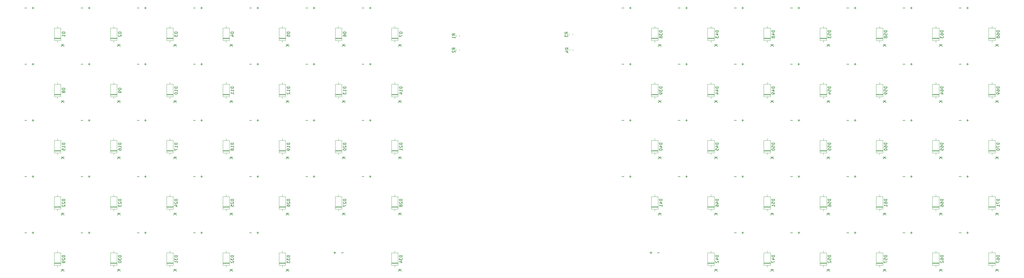
<source format=gbr>
%TF.GenerationSoftware,KiCad,Pcbnew,9.0.3*%
%TF.CreationDate,2025-07-31T16:32:47-07:00*%
%TF.ProjectId,fortissimo-ii,666f7274-6973-4736-996d-6f2d69692e6b,rev?*%
%TF.SameCoordinates,Original*%
%TF.FileFunction,Legend,Bot*%
%TF.FilePolarity,Positive*%
%FSLAX46Y46*%
G04 Gerber Fmt 4.6, Leading zero omitted, Abs format (unit mm)*
G04 Created by KiCad (PCBNEW 9.0.3) date 2025-07-31 16:32:47*
%MOMM*%
%LPD*%
G01*
G04 APERTURE LIST*
%ADD10C,0.200000*%
%ADD11C,0.150000*%
%ADD12C,0.120000*%
G04 APERTURE END LIST*
D10*
X60326785Y-49208766D02*
X61012500Y-49208766D01*
X62812499Y-49208766D02*
X63498214Y-49208766D01*
X63155356Y-49589719D02*
X63155356Y-48827814D01*
X262733035Y-68258766D02*
X263418750Y-68258766D01*
X265218749Y-68258766D02*
X265904464Y-68258766D01*
X265561606Y-68639719D02*
X265561606Y-67877814D01*
X281783035Y-68258766D02*
X282468750Y-68258766D01*
X284268749Y-68258766D02*
X284954464Y-68258766D01*
X284611606Y-68639719D02*
X284611606Y-67877814D01*
X155576785Y-68258766D02*
X156262500Y-68258766D01*
X158062499Y-68258766D02*
X158748214Y-68258766D01*
X158405356Y-68639719D02*
X158405356Y-67877814D01*
X117476785Y-87308766D02*
X118162500Y-87308766D01*
X119962499Y-87308766D02*
X120648214Y-87308766D01*
X120305356Y-87689719D02*
X120305356Y-86927814D01*
X41276785Y-106358766D02*
X41962500Y-106358766D01*
X43762499Y-106358766D02*
X44448214Y-106358766D01*
X44105356Y-106739719D02*
X44105356Y-105977814D01*
X300764285Y-49208766D02*
X301450000Y-49208766D01*
X303249999Y-49208766D02*
X303935714Y-49208766D01*
X303592856Y-49589719D02*
X303592856Y-48827814D01*
X338933035Y-30158766D02*
X339618750Y-30158766D01*
X341418749Y-30158766D02*
X342104464Y-30158766D01*
X341761606Y-30539719D02*
X341761606Y-29777814D01*
X338933035Y-87308766D02*
X339618750Y-87308766D01*
X341418749Y-87308766D02*
X342104464Y-87308766D01*
X341761606Y-87689719D02*
X341761606Y-86927814D01*
X319883035Y-30158766D02*
X320568750Y-30158766D01*
X322368749Y-30158766D02*
X323054464Y-30158766D01*
X322711606Y-30539719D02*
X322711606Y-29777814D01*
X338933035Y-49208766D02*
X339618750Y-49208766D01*
X341418749Y-49208766D02*
X342104464Y-49208766D01*
X341761606Y-49589719D02*
X341761606Y-48827814D01*
X60326785Y-30158766D02*
X61012500Y-30158766D01*
X62812499Y-30158766D02*
X63498214Y-30158766D01*
X63155356Y-30539719D02*
X63155356Y-29777814D01*
X300833035Y-87308766D02*
X301518750Y-87308766D01*
X303318749Y-87308766D02*
X304004464Y-87308766D01*
X303661606Y-87689719D02*
X303661606Y-86927814D01*
X79376785Y-106358766D02*
X80062500Y-106358766D01*
X81862499Y-106358766D02*
X82548214Y-106358766D01*
X82205356Y-106739719D02*
X82205356Y-105977814D01*
X357983035Y-106358766D02*
X358668750Y-106358766D01*
X360468749Y-106358766D02*
X361154464Y-106358766D01*
X360811606Y-106739719D02*
X360811606Y-105977814D01*
X98426785Y-87308766D02*
X99112500Y-87308766D01*
X100912499Y-87308766D02*
X101598214Y-87308766D01*
X101255356Y-87689719D02*
X101255356Y-86927814D01*
X98426785Y-30158766D02*
X99112500Y-30158766D01*
X100912499Y-30158766D02*
X101598214Y-30158766D01*
X101255356Y-30539719D02*
X101255356Y-29777814D01*
D11*
X148526548Y-113111366D02*
X149288453Y-113111366D01*
X145986548Y-113111366D02*
X146748453Y-113111366D01*
X146367500Y-113492319D02*
X146367500Y-112730414D01*
D10*
X155576785Y-49208766D02*
X156262500Y-49208766D01*
X158062499Y-49208766D02*
X158748214Y-49208766D01*
X158405356Y-49589719D02*
X158405356Y-48827814D01*
X41276785Y-49208766D02*
X41962500Y-49208766D01*
X43762499Y-49208766D02*
X44448214Y-49208766D01*
X44105356Y-49589719D02*
X44105356Y-48827814D01*
X136526785Y-30158766D02*
X137212500Y-30158766D01*
X139012499Y-30158766D02*
X139698214Y-30158766D01*
X139355356Y-30539719D02*
X139355356Y-29777814D01*
X117476785Y-30158766D02*
X118162500Y-30158766D01*
X119962499Y-30158766D02*
X120648214Y-30158766D01*
X120305356Y-30539719D02*
X120305356Y-29777814D01*
X357983035Y-49208766D02*
X358668750Y-49208766D01*
X360468749Y-49208766D02*
X361154464Y-49208766D01*
X360811606Y-49589719D02*
X360811606Y-48827814D01*
X281783035Y-30158766D02*
X282468750Y-30158766D01*
X284268749Y-30158766D02*
X284954464Y-30158766D01*
X284611606Y-30539719D02*
X284611606Y-29777814D01*
X357983035Y-30158766D02*
X358668750Y-30158766D01*
X360468749Y-30158766D02*
X361154464Y-30158766D01*
X360811606Y-30539719D02*
X360811606Y-29777814D01*
X98426785Y-68258766D02*
X99112500Y-68258766D01*
X100912499Y-68258766D02*
X101598214Y-68258766D01*
X101255356Y-68639719D02*
X101255356Y-67877814D01*
X136526785Y-68258766D02*
X137212500Y-68258766D01*
X139012499Y-68258766D02*
X139698214Y-68258766D01*
X139355356Y-68639719D02*
X139355356Y-67877814D01*
X243683035Y-49208766D02*
X244368750Y-49208766D01*
X246168749Y-49208766D02*
X246854464Y-49208766D01*
X246511606Y-49589719D02*
X246511606Y-48827814D01*
X41276785Y-30158766D02*
X41962500Y-30158766D01*
X43762499Y-30158766D02*
X44448214Y-30158766D01*
X44105356Y-30539719D02*
X44105356Y-29777814D01*
X79376785Y-87308766D02*
X80062500Y-87308766D01*
X81862499Y-87308766D02*
X82548214Y-87308766D01*
X82205356Y-87689719D02*
X82205356Y-86927814D01*
X319883035Y-49208766D02*
X320568750Y-49208766D01*
X322368749Y-49208766D02*
X323054464Y-49208766D01*
X322711606Y-49589719D02*
X322711606Y-48827814D01*
X136526785Y-87308766D02*
X137212500Y-87308766D01*
X139012499Y-87308766D02*
X139698214Y-87308766D01*
X139355356Y-87689719D02*
X139355356Y-86927814D01*
X357983035Y-68258766D02*
X358668750Y-68258766D01*
X360468749Y-68258766D02*
X361154464Y-68258766D01*
X360811606Y-68639719D02*
X360811606Y-67877814D01*
X243683035Y-30158766D02*
X244368750Y-30158766D01*
X246168749Y-30158766D02*
X246854464Y-30158766D01*
X246511606Y-30539719D02*
X246511606Y-29777814D01*
X98426785Y-106358766D02*
X99112500Y-106358766D01*
X100912499Y-106358766D02*
X101598214Y-106358766D01*
X101255356Y-106739719D02*
X101255356Y-105977814D01*
X79376785Y-30158766D02*
X80062500Y-30158766D01*
X81862499Y-30158766D02*
X82548214Y-30158766D01*
X82205356Y-30539719D02*
X82205356Y-29777814D01*
X319883035Y-68258766D02*
X320568750Y-68258766D01*
X322368749Y-68258766D02*
X323054464Y-68258766D01*
X322711606Y-68639719D02*
X322711606Y-67877814D01*
X117476785Y-106358766D02*
X118162500Y-106358766D01*
X119962499Y-106358766D02*
X120648214Y-106358766D01*
X120305356Y-106739719D02*
X120305356Y-105977814D01*
X338933035Y-68258766D02*
X339618750Y-68258766D01*
X341418749Y-68258766D02*
X342104464Y-68258766D01*
X341761606Y-68639719D02*
X341761606Y-67877814D01*
X300833035Y-68258766D02*
X301518750Y-68258766D01*
X303318749Y-68258766D02*
X304004464Y-68258766D01*
X303661606Y-68639719D02*
X303661606Y-67877814D01*
X41276785Y-87308766D02*
X41962500Y-87308766D01*
X43762499Y-87308766D02*
X44448214Y-87308766D01*
X44105356Y-87689719D02*
X44105356Y-86927814D01*
X338933035Y-106358766D02*
X339618750Y-106358766D01*
X341418749Y-106358766D02*
X342104464Y-106358766D01*
X341761606Y-106739719D02*
X341761606Y-105977814D01*
X262733035Y-87308766D02*
X263418750Y-87308766D01*
X265218749Y-87308766D02*
X265904464Y-87308766D01*
X265561606Y-87689719D02*
X265561606Y-86927814D01*
X98426785Y-49208766D02*
X99112500Y-49208766D01*
X100912499Y-49208766D02*
X101598214Y-49208766D01*
X101255356Y-49589719D02*
X101255356Y-48827814D01*
X243683035Y-87308766D02*
X244368750Y-87308766D01*
X246168749Y-87308766D02*
X246854464Y-87308766D01*
X246511606Y-87689719D02*
X246511606Y-86927814D01*
X155576785Y-30158766D02*
X156262500Y-30158766D01*
X158062499Y-30158766D02*
X158748214Y-30158766D01*
X158405356Y-30539719D02*
X158405356Y-29777814D01*
X60326785Y-87308766D02*
X61012500Y-87308766D01*
X62812499Y-87308766D02*
X63498214Y-87308766D01*
X63155356Y-87689719D02*
X63155356Y-86927814D01*
X136526785Y-49208766D02*
X137212500Y-49208766D01*
X139012499Y-49208766D02*
X139698214Y-49208766D01*
X139355356Y-49589719D02*
X139355356Y-48827814D01*
X319883035Y-106358766D02*
X320568750Y-106358766D01*
X322368749Y-106358766D02*
X323054464Y-106358766D01*
X322711606Y-106739719D02*
X322711606Y-105977814D01*
X79376785Y-49208766D02*
X80062500Y-49208766D01*
X81862499Y-49208766D02*
X82548214Y-49208766D01*
X82205356Y-49589719D02*
X82205356Y-48827814D01*
X262733035Y-30158766D02*
X263418750Y-30158766D01*
X265218749Y-30158766D02*
X265904464Y-30158766D01*
X265561606Y-30539719D02*
X265561606Y-29777814D01*
X300833035Y-30158766D02*
X301518750Y-30158766D01*
X303318749Y-30158766D02*
X304004464Y-30158766D01*
X303661606Y-30539719D02*
X303661606Y-29777814D01*
X117476785Y-49208766D02*
X118162500Y-49208766D01*
X119962499Y-49208766D02*
X120648214Y-49208766D01*
X120305356Y-49589719D02*
X120305356Y-48827814D01*
X281783035Y-87308766D02*
X282468750Y-87308766D01*
X284268749Y-87308766D02*
X284954464Y-87308766D01*
X284611606Y-87689719D02*
X284611606Y-86927814D01*
X281783035Y-49208766D02*
X282468750Y-49208766D01*
X284268749Y-49208766D02*
X284954464Y-49208766D01*
X284611606Y-49589719D02*
X284611606Y-48827814D01*
X79376785Y-68258766D02*
X80062500Y-68258766D01*
X81862499Y-68258766D02*
X82548214Y-68258766D01*
X82205356Y-68639719D02*
X82205356Y-67877814D01*
X155576785Y-87308766D02*
X156262500Y-87308766D01*
X158062499Y-87308766D02*
X158748214Y-87308766D01*
X158405356Y-87689719D02*
X158405356Y-86927814D01*
X319883035Y-87308766D02*
X320568750Y-87308766D01*
X322368749Y-87308766D02*
X323054464Y-87308766D01*
X322711606Y-87689719D02*
X322711606Y-86927814D01*
D11*
X255682798Y-113111366D02*
X256444703Y-113111366D01*
X253142798Y-113111366D02*
X253904703Y-113111366D01*
X253523750Y-113492319D02*
X253523750Y-112730414D01*
D10*
X117476785Y-68258766D02*
X118162500Y-68258766D01*
X119962499Y-68258766D02*
X120648214Y-68258766D01*
X120305356Y-68639719D02*
X120305356Y-67877814D01*
X60326785Y-68258766D02*
X61012500Y-68258766D01*
X62812499Y-68258766D02*
X63498214Y-68258766D01*
X63155356Y-68639719D02*
X63155356Y-67877814D01*
X262733035Y-49208766D02*
X263418750Y-49208766D01*
X265218749Y-49208766D02*
X265904464Y-49208766D01*
X265561606Y-49589719D02*
X265561606Y-48827814D01*
X300833035Y-106358766D02*
X301518750Y-106358766D01*
X303318749Y-106358766D02*
X304004464Y-106358766D01*
X303661606Y-106739719D02*
X303661606Y-105977814D01*
X243683035Y-68258766D02*
X244368750Y-68258766D01*
X246168749Y-68258766D02*
X246854464Y-68258766D01*
X246511606Y-68639719D02*
X246511606Y-67877814D01*
X41276785Y-68258766D02*
X41962500Y-68258766D01*
X43762499Y-68258766D02*
X44448214Y-68258766D01*
X44105356Y-68639719D02*
X44105356Y-67877814D01*
X60326785Y-106358766D02*
X61012500Y-106358766D01*
X62812499Y-106358766D02*
X63498214Y-106358766D01*
X63155356Y-106739719D02*
X63155356Y-105977814D01*
X281783035Y-106358766D02*
X282468750Y-106358766D01*
X284268749Y-106358766D02*
X284954464Y-106358766D01*
X284611606Y-106739719D02*
X284611606Y-105977814D01*
X357983035Y-87308766D02*
X358668750Y-87308766D01*
X360468749Y-87308766D02*
X361154464Y-87308766D01*
X360811606Y-87689719D02*
X360811606Y-86927814D01*
D11*
X93062319Y-56888214D02*
X92062319Y-56888214D01*
X92062319Y-56888214D02*
X92062319Y-57126309D01*
X92062319Y-57126309D02*
X92109938Y-57269166D01*
X92109938Y-57269166D02*
X92205176Y-57364404D01*
X92205176Y-57364404D02*
X92300414Y-57412023D01*
X92300414Y-57412023D02*
X92490890Y-57459642D01*
X92490890Y-57459642D02*
X92633747Y-57459642D01*
X92633747Y-57459642D02*
X92824223Y-57412023D01*
X92824223Y-57412023D02*
X92919461Y-57364404D01*
X92919461Y-57364404D02*
X93014700Y-57269166D01*
X93014700Y-57269166D02*
X93062319Y-57126309D01*
X93062319Y-57126309D02*
X93062319Y-56888214D01*
X93062319Y-58412023D02*
X93062319Y-57840595D01*
X93062319Y-58126309D02*
X92062319Y-58126309D01*
X92062319Y-58126309D02*
X92205176Y-58031071D01*
X92205176Y-58031071D02*
X92300414Y-57935833D01*
X92300414Y-57935833D02*
X92348033Y-57840595D01*
X92062319Y-59031071D02*
X92062319Y-59126309D01*
X92062319Y-59126309D02*
X92109938Y-59221547D01*
X92109938Y-59221547D02*
X92157557Y-59269166D01*
X92157557Y-59269166D02*
X92252795Y-59316785D01*
X92252795Y-59316785D02*
X92443271Y-59364404D01*
X92443271Y-59364404D02*
X92681366Y-59364404D01*
X92681366Y-59364404D02*
X92871842Y-59316785D01*
X92871842Y-59316785D02*
X92967080Y-59269166D01*
X92967080Y-59269166D02*
X93014700Y-59221547D01*
X93014700Y-59221547D02*
X93062319Y-59126309D01*
X93062319Y-59126309D02*
X93062319Y-59031071D01*
X93062319Y-59031071D02*
X93014700Y-58935833D01*
X93014700Y-58935833D02*
X92967080Y-58888214D01*
X92967080Y-58888214D02*
X92871842Y-58840595D01*
X92871842Y-58840595D02*
X92681366Y-58792976D01*
X92681366Y-58792976D02*
X92443271Y-58792976D01*
X92443271Y-58792976D02*
X92252795Y-58840595D01*
X92252795Y-58840595D02*
X92157557Y-58888214D01*
X92157557Y-58888214D02*
X92109938Y-58935833D01*
X92109938Y-58935833D02*
X92062319Y-59031071D01*
X92742319Y-61650595D02*
X91742319Y-61650595D01*
X92742319Y-62222023D02*
X92170890Y-61793452D01*
X91742319Y-62222023D02*
X92313747Y-61650595D01*
X74012319Y-94988214D02*
X73012319Y-94988214D01*
X73012319Y-94988214D02*
X73012319Y-95226309D01*
X73012319Y-95226309D02*
X73059938Y-95369166D01*
X73059938Y-95369166D02*
X73155176Y-95464404D01*
X73155176Y-95464404D02*
X73250414Y-95512023D01*
X73250414Y-95512023D02*
X73440890Y-95559642D01*
X73440890Y-95559642D02*
X73583747Y-95559642D01*
X73583747Y-95559642D02*
X73774223Y-95512023D01*
X73774223Y-95512023D02*
X73869461Y-95464404D01*
X73869461Y-95464404D02*
X73964700Y-95369166D01*
X73964700Y-95369166D02*
X74012319Y-95226309D01*
X74012319Y-95226309D02*
X74012319Y-94988214D01*
X73107557Y-95940595D02*
X73059938Y-95988214D01*
X73059938Y-95988214D02*
X73012319Y-96083452D01*
X73012319Y-96083452D02*
X73012319Y-96321547D01*
X73012319Y-96321547D02*
X73059938Y-96416785D01*
X73059938Y-96416785D02*
X73107557Y-96464404D01*
X73107557Y-96464404D02*
X73202795Y-96512023D01*
X73202795Y-96512023D02*
X73298033Y-96512023D01*
X73298033Y-96512023D02*
X73440890Y-96464404D01*
X73440890Y-96464404D02*
X74012319Y-95892976D01*
X74012319Y-95892976D02*
X74012319Y-96512023D01*
X73012319Y-96845357D02*
X73012319Y-97464404D01*
X73012319Y-97464404D02*
X73393271Y-97131071D01*
X73393271Y-97131071D02*
X73393271Y-97273928D01*
X73393271Y-97273928D02*
X73440890Y-97369166D01*
X73440890Y-97369166D02*
X73488509Y-97416785D01*
X73488509Y-97416785D02*
X73583747Y-97464404D01*
X73583747Y-97464404D02*
X73821842Y-97464404D01*
X73821842Y-97464404D02*
X73917080Y-97416785D01*
X73917080Y-97416785D02*
X73964700Y-97369166D01*
X73964700Y-97369166D02*
X74012319Y-97273928D01*
X74012319Y-97273928D02*
X74012319Y-96988214D01*
X74012319Y-96988214D02*
X73964700Y-96892976D01*
X73964700Y-96892976D02*
X73917080Y-96845357D01*
X73692319Y-99750595D02*
X72692319Y-99750595D01*
X73692319Y-100322023D02*
X73120890Y-99893452D01*
X72692319Y-100322023D02*
X73263747Y-99750595D01*
X169262319Y-75938214D02*
X168262319Y-75938214D01*
X168262319Y-75938214D02*
X168262319Y-76176309D01*
X168262319Y-76176309D02*
X168309938Y-76319166D01*
X168309938Y-76319166D02*
X168405176Y-76414404D01*
X168405176Y-76414404D02*
X168500414Y-76462023D01*
X168500414Y-76462023D02*
X168690890Y-76509642D01*
X168690890Y-76509642D02*
X168833747Y-76509642D01*
X168833747Y-76509642D02*
X169024223Y-76462023D01*
X169024223Y-76462023D02*
X169119461Y-76414404D01*
X169119461Y-76414404D02*
X169214700Y-76319166D01*
X169214700Y-76319166D02*
X169262319Y-76176309D01*
X169262319Y-76176309D02*
X169262319Y-75938214D01*
X168357557Y-76890595D02*
X168309938Y-76938214D01*
X168309938Y-76938214D02*
X168262319Y-77033452D01*
X168262319Y-77033452D02*
X168262319Y-77271547D01*
X168262319Y-77271547D02*
X168309938Y-77366785D01*
X168309938Y-77366785D02*
X168357557Y-77414404D01*
X168357557Y-77414404D02*
X168452795Y-77462023D01*
X168452795Y-77462023D02*
X168548033Y-77462023D01*
X168548033Y-77462023D02*
X168690890Y-77414404D01*
X168690890Y-77414404D02*
X169262319Y-76842976D01*
X169262319Y-76842976D02*
X169262319Y-77462023D01*
X169262319Y-78414404D02*
X169262319Y-77842976D01*
X169262319Y-78128690D02*
X168262319Y-78128690D01*
X168262319Y-78128690D02*
X168405176Y-78033452D01*
X168405176Y-78033452D02*
X168500414Y-77938214D01*
X168500414Y-77938214D02*
X168548033Y-77842976D01*
X168942319Y-80700595D02*
X167942319Y-80700595D01*
X168942319Y-81272023D02*
X168370890Y-80843452D01*
X167942319Y-81272023D02*
X168513747Y-80700595D01*
X150212319Y-94988214D02*
X149212319Y-94988214D01*
X149212319Y-94988214D02*
X149212319Y-95226309D01*
X149212319Y-95226309D02*
X149259938Y-95369166D01*
X149259938Y-95369166D02*
X149355176Y-95464404D01*
X149355176Y-95464404D02*
X149450414Y-95512023D01*
X149450414Y-95512023D02*
X149640890Y-95559642D01*
X149640890Y-95559642D02*
X149783747Y-95559642D01*
X149783747Y-95559642D02*
X149974223Y-95512023D01*
X149974223Y-95512023D02*
X150069461Y-95464404D01*
X150069461Y-95464404D02*
X150164700Y-95369166D01*
X150164700Y-95369166D02*
X150212319Y-95226309D01*
X150212319Y-95226309D02*
X150212319Y-94988214D01*
X149307557Y-95940595D02*
X149259938Y-95988214D01*
X149259938Y-95988214D02*
X149212319Y-96083452D01*
X149212319Y-96083452D02*
X149212319Y-96321547D01*
X149212319Y-96321547D02*
X149259938Y-96416785D01*
X149259938Y-96416785D02*
X149307557Y-96464404D01*
X149307557Y-96464404D02*
X149402795Y-96512023D01*
X149402795Y-96512023D02*
X149498033Y-96512023D01*
X149498033Y-96512023D02*
X149640890Y-96464404D01*
X149640890Y-96464404D02*
X150212319Y-95892976D01*
X150212319Y-95892976D02*
X150212319Y-96512023D01*
X149212319Y-96845357D02*
X149212319Y-97512023D01*
X149212319Y-97512023D02*
X150212319Y-97083452D01*
X149892319Y-99750595D02*
X148892319Y-99750595D01*
X149892319Y-100322023D02*
X149320890Y-99893452D01*
X148892319Y-100322023D02*
X149463747Y-99750595D01*
X333568569Y-37838214D02*
X332568569Y-37838214D01*
X332568569Y-37838214D02*
X332568569Y-38076309D01*
X332568569Y-38076309D02*
X332616188Y-38219166D01*
X332616188Y-38219166D02*
X332711426Y-38314404D01*
X332711426Y-38314404D02*
X332806664Y-38362023D01*
X332806664Y-38362023D02*
X332997140Y-38409642D01*
X332997140Y-38409642D02*
X333139997Y-38409642D01*
X333139997Y-38409642D02*
X333330473Y-38362023D01*
X333330473Y-38362023D02*
X333425711Y-38314404D01*
X333425711Y-38314404D02*
X333520950Y-38219166D01*
X333520950Y-38219166D02*
X333568569Y-38076309D01*
X333568569Y-38076309D02*
X333568569Y-37838214D01*
X332568569Y-39314404D02*
X332568569Y-38838214D01*
X332568569Y-38838214D02*
X333044759Y-38790595D01*
X333044759Y-38790595D02*
X332997140Y-38838214D01*
X332997140Y-38838214D02*
X332949521Y-38933452D01*
X332949521Y-38933452D02*
X332949521Y-39171547D01*
X332949521Y-39171547D02*
X332997140Y-39266785D01*
X332997140Y-39266785D02*
X333044759Y-39314404D01*
X333044759Y-39314404D02*
X333139997Y-39362023D01*
X333139997Y-39362023D02*
X333378092Y-39362023D01*
X333378092Y-39362023D02*
X333473330Y-39314404D01*
X333473330Y-39314404D02*
X333520950Y-39266785D01*
X333520950Y-39266785D02*
X333568569Y-39171547D01*
X333568569Y-39171547D02*
X333568569Y-38933452D01*
X333568569Y-38933452D02*
X333520950Y-38838214D01*
X333520950Y-38838214D02*
X333473330Y-38790595D01*
X332997140Y-39933452D02*
X332949521Y-39838214D01*
X332949521Y-39838214D02*
X332901902Y-39790595D01*
X332901902Y-39790595D02*
X332806664Y-39742976D01*
X332806664Y-39742976D02*
X332759045Y-39742976D01*
X332759045Y-39742976D02*
X332663807Y-39790595D01*
X332663807Y-39790595D02*
X332616188Y-39838214D01*
X332616188Y-39838214D02*
X332568569Y-39933452D01*
X332568569Y-39933452D02*
X332568569Y-40123928D01*
X332568569Y-40123928D02*
X332616188Y-40219166D01*
X332616188Y-40219166D02*
X332663807Y-40266785D01*
X332663807Y-40266785D02*
X332759045Y-40314404D01*
X332759045Y-40314404D02*
X332806664Y-40314404D01*
X332806664Y-40314404D02*
X332901902Y-40266785D01*
X332901902Y-40266785D02*
X332949521Y-40219166D01*
X332949521Y-40219166D02*
X332997140Y-40123928D01*
X332997140Y-40123928D02*
X332997140Y-39933452D01*
X332997140Y-39933452D02*
X333044759Y-39838214D01*
X333044759Y-39838214D02*
X333092378Y-39790595D01*
X333092378Y-39790595D02*
X333187616Y-39742976D01*
X333187616Y-39742976D02*
X333378092Y-39742976D01*
X333378092Y-39742976D02*
X333473330Y-39790595D01*
X333473330Y-39790595D02*
X333520950Y-39838214D01*
X333520950Y-39838214D02*
X333568569Y-39933452D01*
X333568569Y-39933452D02*
X333568569Y-40123928D01*
X333568569Y-40123928D02*
X333520950Y-40219166D01*
X333520950Y-40219166D02*
X333473330Y-40266785D01*
X333473330Y-40266785D02*
X333378092Y-40314404D01*
X333378092Y-40314404D02*
X333187616Y-40314404D01*
X333187616Y-40314404D02*
X333092378Y-40266785D01*
X333092378Y-40266785D02*
X333044759Y-40219166D01*
X333044759Y-40219166D02*
X332997140Y-40123928D01*
X333248569Y-42600595D02*
X332248569Y-42600595D01*
X333248569Y-43172023D02*
X332677140Y-42743452D01*
X332248569Y-43172023D02*
X332819997Y-42600595D01*
X112112319Y-56888214D02*
X111112319Y-56888214D01*
X111112319Y-56888214D02*
X111112319Y-57126309D01*
X111112319Y-57126309D02*
X111159938Y-57269166D01*
X111159938Y-57269166D02*
X111255176Y-57364404D01*
X111255176Y-57364404D02*
X111350414Y-57412023D01*
X111350414Y-57412023D02*
X111540890Y-57459642D01*
X111540890Y-57459642D02*
X111683747Y-57459642D01*
X111683747Y-57459642D02*
X111874223Y-57412023D01*
X111874223Y-57412023D02*
X111969461Y-57364404D01*
X111969461Y-57364404D02*
X112064700Y-57269166D01*
X112064700Y-57269166D02*
X112112319Y-57126309D01*
X112112319Y-57126309D02*
X112112319Y-56888214D01*
X112112319Y-58412023D02*
X112112319Y-57840595D01*
X112112319Y-58126309D02*
X111112319Y-58126309D01*
X111112319Y-58126309D02*
X111255176Y-58031071D01*
X111255176Y-58031071D02*
X111350414Y-57935833D01*
X111350414Y-57935833D02*
X111398033Y-57840595D01*
X112112319Y-59364404D02*
X112112319Y-58792976D01*
X112112319Y-59078690D02*
X111112319Y-59078690D01*
X111112319Y-59078690D02*
X111255176Y-58983452D01*
X111255176Y-58983452D02*
X111350414Y-58888214D01*
X111350414Y-58888214D02*
X111398033Y-58792976D01*
X111792319Y-61650595D02*
X110792319Y-61650595D01*
X111792319Y-62222023D02*
X111220890Y-61793452D01*
X110792319Y-62222023D02*
X111363747Y-61650595D01*
X131162319Y-56888214D02*
X130162319Y-56888214D01*
X130162319Y-56888214D02*
X130162319Y-57126309D01*
X130162319Y-57126309D02*
X130209938Y-57269166D01*
X130209938Y-57269166D02*
X130305176Y-57364404D01*
X130305176Y-57364404D02*
X130400414Y-57412023D01*
X130400414Y-57412023D02*
X130590890Y-57459642D01*
X130590890Y-57459642D02*
X130733747Y-57459642D01*
X130733747Y-57459642D02*
X130924223Y-57412023D01*
X130924223Y-57412023D02*
X131019461Y-57364404D01*
X131019461Y-57364404D02*
X131114700Y-57269166D01*
X131114700Y-57269166D02*
X131162319Y-57126309D01*
X131162319Y-57126309D02*
X131162319Y-56888214D01*
X131162319Y-58412023D02*
X131162319Y-57840595D01*
X131162319Y-58126309D02*
X130162319Y-58126309D01*
X130162319Y-58126309D02*
X130305176Y-58031071D01*
X130305176Y-58031071D02*
X130400414Y-57935833D01*
X130400414Y-57935833D02*
X130448033Y-57840595D01*
X130257557Y-58792976D02*
X130209938Y-58840595D01*
X130209938Y-58840595D02*
X130162319Y-58935833D01*
X130162319Y-58935833D02*
X130162319Y-59173928D01*
X130162319Y-59173928D02*
X130209938Y-59269166D01*
X130209938Y-59269166D02*
X130257557Y-59316785D01*
X130257557Y-59316785D02*
X130352795Y-59364404D01*
X130352795Y-59364404D02*
X130448033Y-59364404D01*
X130448033Y-59364404D02*
X130590890Y-59316785D01*
X130590890Y-59316785D02*
X131162319Y-58745357D01*
X131162319Y-58745357D02*
X131162319Y-59364404D01*
X130842319Y-61650595D02*
X129842319Y-61650595D01*
X130842319Y-62222023D02*
X130270890Y-61793452D01*
X129842319Y-62222023D02*
X130413747Y-61650595D01*
X371668569Y-75938214D02*
X370668569Y-75938214D01*
X370668569Y-75938214D02*
X370668569Y-76176309D01*
X370668569Y-76176309D02*
X370716188Y-76319166D01*
X370716188Y-76319166D02*
X370811426Y-76414404D01*
X370811426Y-76414404D02*
X370906664Y-76462023D01*
X370906664Y-76462023D02*
X371097140Y-76509642D01*
X371097140Y-76509642D02*
X371239997Y-76509642D01*
X371239997Y-76509642D02*
X371430473Y-76462023D01*
X371430473Y-76462023D02*
X371525711Y-76414404D01*
X371525711Y-76414404D02*
X371620950Y-76319166D01*
X371620950Y-76319166D02*
X371668569Y-76176309D01*
X371668569Y-76176309D02*
X371668569Y-75938214D01*
X370668569Y-76842976D02*
X370668569Y-77509642D01*
X370668569Y-77509642D02*
X371668569Y-77081071D01*
X370668569Y-78081071D02*
X370668569Y-78176309D01*
X370668569Y-78176309D02*
X370716188Y-78271547D01*
X370716188Y-78271547D02*
X370763807Y-78319166D01*
X370763807Y-78319166D02*
X370859045Y-78366785D01*
X370859045Y-78366785D02*
X371049521Y-78414404D01*
X371049521Y-78414404D02*
X371287616Y-78414404D01*
X371287616Y-78414404D02*
X371478092Y-78366785D01*
X371478092Y-78366785D02*
X371573330Y-78319166D01*
X371573330Y-78319166D02*
X371620950Y-78271547D01*
X371620950Y-78271547D02*
X371668569Y-78176309D01*
X371668569Y-78176309D02*
X371668569Y-78081071D01*
X371668569Y-78081071D02*
X371620950Y-77985833D01*
X371620950Y-77985833D02*
X371573330Y-77938214D01*
X371573330Y-77938214D02*
X371478092Y-77890595D01*
X371478092Y-77890595D02*
X371287616Y-77842976D01*
X371287616Y-77842976D02*
X371049521Y-77842976D01*
X371049521Y-77842976D02*
X370859045Y-77890595D01*
X370859045Y-77890595D02*
X370763807Y-77938214D01*
X370763807Y-77938214D02*
X370716188Y-77985833D01*
X370716188Y-77985833D02*
X370668569Y-78081071D01*
X371348569Y-80700595D02*
X370348569Y-80700595D01*
X371348569Y-81272023D02*
X370777140Y-80843452D01*
X370348569Y-81272023D02*
X370919997Y-80700595D01*
X54962319Y-57364405D02*
X53962319Y-57364405D01*
X53962319Y-57364405D02*
X53962319Y-57602500D01*
X53962319Y-57602500D02*
X54009938Y-57745357D01*
X54009938Y-57745357D02*
X54105176Y-57840595D01*
X54105176Y-57840595D02*
X54200414Y-57888214D01*
X54200414Y-57888214D02*
X54390890Y-57935833D01*
X54390890Y-57935833D02*
X54533747Y-57935833D01*
X54533747Y-57935833D02*
X54724223Y-57888214D01*
X54724223Y-57888214D02*
X54819461Y-57840595D01*
X54819461Y-57840595D02*
X54914700Y-57745357D01*
X54914700Y-57745357D02*
X54962319Y-57602500D01*
X54962319Y-57602500D02*
X54962319Y-57364405D01*
X54390890Y-58507262D02*
X54343271Y-58412024D01*
X54343271Y-58412024D02*
X54295652Y-58364405D01*
X54295652Y-58364405D02*
X54200414Y-58316786D01*
X54200414Y-58316786D02*
X54152795Y-58316786D01*
X54152795Y-58316786D02*
X54057557Y-58364405D01*
X54057557Y-58364405D02*
X54009938Y-58412024D01*
X54009938Y-58412024D02*
X53962319Y-58507262D01*
X53962319Y-58507262D02*
X53962319Y-58697738D01*
X53962319Y-58697738D02*
X54009938Y-58792976D01*
X54009938Y-58792976D02*
X54057557Y-58840595D01*
X54057557Y-58840595D02*
X54152795Y-58888214D01*
X54152795Y-58888214D02*
X54200414Y-58888214D01*
X54200414Y-58888214D02*
X54295652Y-58840595D01*
X54295652Y-58840595D02*
X54343271Y-58792976D01*
X54343271Y-58792976D02*
X54390890Y-58697738D01*
X54390890Y-58697738D02*
X54390890Y-58507262D01*
X54390890Y-58507262D02*
X54438509Y-58412024D01*
X54438509Y-58412024D02*
X54486128Y-58364405D01*
X54486128Y-58364405D02*
X54581366Y-58316786D01*
X54581366Y-58316786D02*
X54771842Y-58316786D01*
X54771842Y-58316786D02*
X54867080Y-58364405D01*
X54867080Y-58364405D02*
X54914700Y-58412024D01*
X54914700Y-58412024D02*
X54962319Y-58507262D01*
X54962319Y-58507262D02*
X54962319Y-58697738D01*
X54962319Y-58697738D02*
X54914700Y-58792976D01*
X54914700Y-58792976D02*
X54867080Y-58840595D01*
X54867080Y-58840595D02*
X54771842Y-58888214D01*
X54771842Y-58888214D02*
X54581366Y-58888214D01*
X54581366Y-58888214D02*
X54486128Y-58840595D01*
X54486128Y-58840595D02*
X54438509Y-58792976D01*
X54438509Y-58792976D02*
X54390890Y-58697738D01*
X54642319Y-61650595D02*
X53642319Y-61650595D01*
X54642319Y-62222023D02*
X54070890Y-61793452D01*
X53642319Y-62222023D02*
X54213747Y-61650595D01*
X225549819Y-44283333D02*
X225073628Y-43950000D01*
X225549819Y-43711905D02*
X224549819Y-43711905D01*
X224549819Y-43711905D02*
X224549819Y-44092857D01*
X224549819Y-44092857D02*
X224597438Y-44188095D01*
X224597438Y-44188095D02*
X224645057Y-44235714D01*
X224645057Y-44235714D02*
X224740295Y-44283333D01*
X224740295Y-44283333D02*
X224883152Y-44283333D01*
X224883152Y-44283333D02*
X224978390Y-44235714D01*
X224978390Y-44235714D02*
X225026009Y-44188095D01*
X225026009Y-44188095D02*
X225073628Y-44092857D01*
X225073628Y-44092857D02*
X225073628Y-43711905D01*
X224883152Y-45140476D02*
X225549819Y-45140476D01*
X224502200Y-44902381D02*
X225216485Y-44664286D01*
X225216485Y-44664286D02*
X225216485Y-45283333D01*
X54962319Y-75938214D02*
X53962319Y-75938214D01*
X53962319Y-75938214D02*
X53962319Y-76176309D01*
X53962319Y-76176309D02*
X54009938Y-76319166D01*
X54009938Y-76319166D02*
X54105176Y-76414404D01*
X54105176Y-76414404D02*
X54200414Y-76462023D01*
X54200414Y-76462023D02*
X54390890Y-76509642D01*
X54390890Y-76509642D02*
X54533747Y-76509642D01*
X54533747Y-76509642D02*
X54724223Y-76462023D01*
X54724223Y-76462023D02*
X54819461Y-76414404D01*
X54819461Y-76414404D02*
X54914700Y-76319166D01*
X54914700Y-76319166D02*
X54962319Y-76176309D01*
X54962319Y-76176309D02*
X54962319Y-75938214D01*
X54962319Y-77462023D02*
X54962319Y-76890595D01*
X54962319Y-77176309D02*
X53962319Y-77176309D01*
X53962319Y-77176309D02*
X54105176Y-77081071D01*
X54105176Y-77081071D02*
X54200414Y-76985833D01*
X54200414Y-76985833D02*
X54248033Y-76890595D01*
X53962319Y-78366785D02*
X53962319Y-77890595D01*
X53962319Y-77890595D02*
X54438509Y-77842976D01*
X54438509Y-77842976D02*
X54390890Y-77890595D01*
X54390890Y-77890595D02*
X54343271Y-77985833D01*
X54343271Y-77985833D02*
X54343271Y-78223928D01*
X54343271Y-78223928D02*
X54390890Y-78319166D01*
X54390890Y-78319166D02*
X54438509Y-78366785D01*
X54438509Y-78366785D02*
X54533747Y-78414404D01*
X54533747Y-78414404D02*
X54771842Y-78414404D01*
X54771842Y-78414404D02*
X54867080Y-78366785D01*
X54867080Y-78366785D02*
X54914700Y-78319166D01*
X54914700Y-78319166D02*
X54962319Y-78223928D01*
X54962319Y-78223928D02*
X54962319Y-77985833D01*
X54962319Y-77985833D02*
X54914700Y-77890595D01*
X54914700Y-77890595D02*
X54867080Y-77842976D01*
X54642319Y-80700595D02*
X53642319Y-80700595D01*
X54642319Y-81272023D02*
X54070890Y-80843452D01*
X53642319Y-81272023D02*
X54213747Y-80700595D01*
X276418569Y-37838214D02*
X275418569Y-37838214D01*
X275418569Y-37838214D02*
X275418569Y-38076309D01*
X275418569Y-38076309D02*
X275466188Y-38219166D01*
X275466188Y-38219166D02*
X275561426Y-38314404D01*
X275561426Y-38314404D02*
X275656664Y-38362023D01*
X275656664Y-38362023D02*
X275847140Y-38409642D01*
X275847140Y-38409642D02*
X275989997Y-38409642D01*
X275989997Y-38409642D02*
X276180473Y-38362023D01*
X276180473Y-38362023D02*
X276275711Y-38314404D01*
X276275711Y-38314404D02*
X276370950Y-38219166D01*
X276370950Y-38219166D02*
X276418569Y-38076309D01*
X276418569Y-38076309D02*
X276418569Y-37838214D01*
X275751902Y-39266785D02*
X276418569Y-39266785D01*
X275370950Y-39028690D02*
X276085235Y-38790595D01*
X276085235Y-38790595D02*
X276085235Y-39409642D01*
X275418569Y-39695357D02*
X275418569Y-40314404D01*
X275418569Y-40314404D02*
X275799521Y-39981071D01*
X275799521Y-39981071D02*
X275799521Y-40123928D01*
X275799521Y-40123928D02*
X275847140Y-40219166D01*
X275847140Y-40219166D02*
X275894759Y-40266785D01*
X275894759Y-40266785D02*
X275989997Y-40314404D01*
X275989997Y-40314404D02*
X276228092Y-40314404D01*
X276228092Y-40314404D02*
X276323330Y-40266785D01*
X276323330Y-40266785D02*
X276370950Y-40219166D01*
X276370950Y-40219166D02*
X276418569Y-40123928D01*
X276418569Y-40123928D02*
X276418569Y-39838214D01*
X276418569Y-39838214D02*
X276370950Y-39742976D01*
X276370950Y-39742976D02*
X276323330Y-39695357D01*
X276098569Y-42600595D02*
X275098569Y-42600595D01*
X276098569Y-43172023D02*
X275527140Y-42743452D01*
X275098569Y-43172023D02*
X275669997Y-42600595D01*
X150212319Y-56888214D02*
X149212319Y-56888214D01*
X149212319Y-56888214D02*
X149212319Y-57126309D01*
X149212319Y-57126309D02*
X149259938Y-57269166D01*
X149259938Y-57269166D02*
X149355176Y-57364404D01*
X149355176Y-57364404D02*
X149450414Y-57412023D01*
X149450414Y-57412023D02*
X149640890Y-57459642D01*
X149640890Y-57459642D02*
X149783747Y-57459642D01*
X149783747Y-57459642D02*
X149974223Y-57412023D01*
X149974223Y-57412023D02*
X150069461Y-57364404D01*
X150069461Y-57364404D02*
X150164700Y-57269166D01*
X150164700Y-57269166D02*
X150212319Y-57126309D01*
X150212319Y-57126309D02*
X150212319Y-56888214D01*
X150212319Y-58412023D02*
X150212319Y-57840595D01*
X150212319Y-58126309D02*
X149212319Y-58126309D01*
X149212319Y-58126309D02*
X149355176Y-58031071D01*
X149355176Y-58031071D02*
X149450414Y-57935833D01*
X149450414Y-57935833D02*
X149498033Y-57840595D01*
X149212319Y-58745357D02*
X149212319Y-59364404D01*
X149212319Y-59364404D02*
X149593271Y-59031071D01*
X149593271Y-59031071D02*
X149593271Y-59173928D01*
X149593271Y-59173928D02*
X149640890Y-59269166D01*
X149640890Y-59269166D02*
X149688509Y-59316785D01*
X149688509Y-59316785D02*
X149783747Y-59364404D01*
X149783747Y-59364404D02*
X150021842Y-59364404D01*
X150021842Y-59364404D02*
X150117080Y-59316785D01*
X150117080Y-59316785D02*
X150164700Y-59269166D01*
X150164700Y-59269166D02*
X150212319Y-59173928D01*
X150212319Y-59173928D02*
X150212319Y-58888214D01*
X150212319Y-58888214D02*
X150164700Y-58792976D01*
X150164700Y-58792976D02*
X150117080Y-58745357D01*
X149892319Y-61650595D02*
X148892319Y-61650595D01*
X149892319Y-62222023D02*
X149320890Y-61793452D01*
X148892319Y-62222023D02*
X149463747Y-61650595D01*
X112112319Y-94988214D02*
X111112319Y-94988214D01*
X111112319Y-94988214D02*
X111112319Y-95226309D01*
X111112319Y-95226309D02*
X111159938Y-95369166D01*
X111159938Y-95369166D02*
X111255176Y-95464404D01*
X111255176Y-95464404D02*
X111350414Y-95512023D01*
X111350414Y-95512023D02*
X111540890Y-95559642D01*
X111540890Y-95559642D02*
X111683747Y-95559642D01*
X111683747Y-95559642D02*
X111874223Y-95512023D01*
X111874223Y-95512023D02*
X111969461Y-95464404D01*
X111969461Y-95464404D02*
X112064700Y-95369166D01*
X112064700Y-95369166D02*
X112112319Y-95226309D01*
X112112319Y-95226309D02*
X112112319Y-94988214D01*
X111207557Y-95940595D02*
X111159938Y-95988214D01*
X111159938Y-95988214D02*
X111112319Y-96083452D01*
X111112319Y-96083452D02*
X111112319Y-96321547D01*
X111112319Y-96321547D02*
X111159938Y-96416785D01*
X111159938Y-96416785D02*
X111207557Y-96464404D01*
X111207557Y-96464404D02*
X111302795Y-96512023D01*
X111302795Y-96512023D02*
X111398033Y-96512023D01*
X111398033Y-96512023D02*
X111540890Y-96464404D01*
X111540890Y-96464404D02*
X112112319Y-95892976D01*
X112112319Y-95892976D02*
X112112319Y-96512023D01*
X111112319Y-97416785D02*
X111112319Y-96940595D01*
X111112319Y-96940595D02*
X111588509Y-96892976D01*
X111588509Y-96892976D02*
X111540890Y-96940595D01*
X111540890Y-96940595D02*
X111493271Y-97035833D01*
X111493271Y-97035833D02*
X111493271Y-97273928D01*
X111493271Y-97273928D02*
X111540890Y-97369166D01*
X111540890Y-97369166D02*
X111588509Y-97416785D01*
X111588509Y-97416785D02*
X111683747Y-97464404D01*
X111683747Y-97464404D02*
X111921842Y-97464404D01*
X111921842Y-97464404D02*
X112017080Y-97416785D01*
X112017080Y-97416785D02*
X112064700Y-97369166D01*
X112064700Y-97369166D02*
X112112319Y-97273928D01*
X112112319Y-97273928D02*
X112112319Y-97035833D01*
X112112319Y-97035833D02*
X112064700Y-96940595D01*
X112064700Y-96940595D02*
X112017080Y-96892976D01*
X111792319Y-99750595D02*
X110792319Y-99750595D01*
X111792319Y-100322023D02*
X111220890Y-99893452D01*
X110792319Y-100322023D02*
X111363747Y-99750595D01*
X187143569Y-39489583D02*
X186667378Y-39156250D01*
X187143569Y-38918155D02*
X186143569Y-38918155D01*
X186143569Y-38918155D02*
X186143569Y-39299107D01*
X186143569Y-39299107D02*
X186191188Y-39394345D01*
X186191188Y-39394345D02*
X186238807Y-39441964D01*
X186238807Y-39441964D02*
X186334045Y-39489583D01*
X186334045Y-39489583D02*
X186476902Y-39489583D01*
X186476902Y-39489583D02*
X186572140Y-39441964D01*
X186572140Y-39441964D02*
X186619759Y-39394345D01*
X186619759Y-39394345D02*
X186667378Y-39299107D01*
X186667378Y-39299107D02*
X186667378Y-38918155D01*
X187143569Y-40441964D02*
X187143569Y-39870536D01*
X187143569Y-40156250D02*
X186143569Y-40156250D01*
X186143569Y-40156250D02*
X186286426Y-40061012D01*
X186286426Y-40061012D02*
X186381664Y-39965774D01*
X186381664Y-39965774D02*
X186429283Y-39870536D01*
X169262319Y-56888214D02*
X168262319Y-56888214D01*
X168262319Y-56888214D02*
X168262319Y-57126309D01*
X168262319Y-57126309D02*
X168309938Y-57269166D01*
X168309938Y-57269166D02*
X168405176Y-57364404D01*
X168405176Y-57364404D02*
X168500414Y-57412023D01*
X168500414Y-57412023D02*
X168690890Y-57459642D01*
X168690890Y-57459642D02*
X168833747Y-57459642D01*
X168833747Y-57459642D02*
X169024223Y-57412023D01*
X169024223Y-57412023D02*
X169119461Y-57364404D01*
X169119461Y-57364404D02*
X169214700Y-57269166D01*
X169214700Y-57269166D02*
X169262319Y-57126309D01*
X169262319Y-57126309D02*
X169262319Y-56888214D01*
X169262319Y-58412023D02*
X169262319Y-57840595D01*
X169262319Y-58126309D02*
X168262319Y-58126309D01*
X168262319Y-58126309D02*
X168405176Y-58031071D01*
X168405176Y-58031071D02*
X168500414Y-57935833D01*
X168500414Y-57935833D02*
X168548033Y-57840595D01*
X168595652Y-59269166D02*
X169262319Y-59269166D01*
X168214700Y-59031071D02*
X168928985Y-58792976D01*
X168928985Y-58792976D02*
X168928985Y-59412023D01*
X168942319Y-61650595D02*
X167942319Y-61650595D01*
X168942319Y-62222023D02*
X168370890Y-61793452D01*
X167942319Y-62222023D02*
X168513747Y-61650595D01*
X295468569Y-94988214D02*
X294468569Y-94988214D01*
X294468569Y-94988214D02*
X294468569Y-95226309D01*
X294468569Y-95226309D02*
X294516188Y-95369166D01*
X294516188Y-95369166D02*
X294611426Y-95464404D01*
X294611426Y-95464404D02*
X294706664Y-95512023D01*
X294706664Y-95512023D02*
X294897140Y-95559642D01*
X294897140Y-95559642D02*
X295039997Y-95559642D01*
X295039997Y-95559642D02*
X295230473Y-95512023D01*
X295230473Y-95512023D02*
X295325711Y-95464404D01*
X295325711Y-95464404D02*
X295420950Y-95369166D01*
X295420950Y-95369166D02*
X295468569Y-95226309D01*
X295468569Y-95226309D02*
X295468569Y-94988214D01*
X294468569Y-96464404D02*
X294468569Y-95988214D01*
X294468569Y-95988214D02*
X294944759Y-95940595D01*
X294944759Y-95940595D02*
X294897140Y-95988214D01*
X294897140Y-95988214D02*
X294849521Y-96083452D01*
X294849521Y-96083452D02*
X294849521Y-96321547D01*
X294849521Y-96321547D02*
X294897140Y-96416785D01*
X294897140Y-96416785D02*
X294944759Y-96464404D01*
X294944759Y-96464404D02*
X295039997Y-96512023D01*
X295039997Y-96512023D02*
X295278092Y-96512023D01*
X295278092Y-96512023D02*
X295373330Y-96464404D01*
X295373330Y-96464404D02*
X295420950Y-96416785D01*
X295420950Y-96416785D02*
X295468569Y-96321547D01*
X295468569Y-96321547D02*
X295468569Y-96083452D01*
X295468569Y-96083452D02*
X295420950Y-95988214D01*
X295420950Y-95988214D02*
X295373330Y-95940595D01*
X295468569Y-97464404D02*
X295468569Y-96892976D01*
X295468569Y-97178690D02*
X294468569Y-97178690D01*
X294468569Y-97178690D02*
X294611426Y-97083452D01*
X294611426Y-97083452D02*
X294706664Y-96988214D01*
X294706664Y-96988214D02*
X294754283Y-96892976D01*
X295148569Y-99750595D02*
X294148569Y-99750595D01*
X295148569Y-100322023D02*
X294577140Y-99893452D01*
X294148569Y-100322023D02*
X294719997Y-99750595D01*
X276418569Y-94988214D02*
X275418569Y-94988214D01*
X275418569Y-94988214D02*
X275418569Y-95226309D01*
X275418569Y-95226309D02*
X275466188Y-95369166D01*
X275466188Y-95369166D02*
X275561426Y-95464404D01*
X275561426Y-95464404D02*
X275656664Y-95512023D01*
X275656664Y-95512023D02*
X275847140Y-95559642D01*
X275847140Y-95559642D02*
X275989997Y-95559642D01*
X275989997Y-95559642D02*
X276180473Y-95512023D01*
X276180473Y-95512023D02*
X276275711Y-95464404D01*
X276275711Y-95464404D02*
X276370950Y-95369166D01*
X276370950Y-95369166D02*
X276418569Y-95226309D01*
X276418569Y-95226309D02*
X276418569Y-94988214D01*
X275751902Y-96416785D02*
X276418569Y-96416785D01*
X275370950Y-96178690D02*
X276085235Y-95940595D01*
X276085235Y-95940595D02*
X276085235Y-96559642D01*
X275418569Y-97369166D02*
X275418569Y-97178690D01*
X275418569Y-97178690D02*
X275466188Y-97083452D01*
X275466188Y-97083452D02*
X275513807Y-97035833D01*
X275513807Y-97035833D02*
X275656664Y-96940595D01*
X275656664Y-96940595D02*
X275847140Y-96892976D01*
X275847140Y-96892976D02*
X276228092Y-96892976D01*
X276228092Y-96892976D02*
X276323330Y-96940595D01*
X276323330Y-96940595D02*
X276370950Y-96988214D01*
X276370950Y-96988214D02*
X276418569Y-97083452D01*
X276418569Y-97083452D02*
X276418569Y-97273928D01*
X276418569Y-97273928D02*
X276370950Y-97369166D01*
X276370950Y-97369166D02*
X276323330Y-97416785D01*
X276323330Y-97416785D02*
X276228092Y-97464404D01*
X276228092Y-97464404D02*
X275989997Y-97464404D01*
X275989997Y-97464404D02*
X275894759Y-97416785D01*
X275894759Y-97416785D02*
X275847140Y-97369166D01*
X275847140Y-97369166D02*
X275799521Y-97273928D01*
X275799521Y-97273928D02*
X275799521Y-97083452D01*
X275799521Y-97083452D02*
X275847140Y-96988214D01*
X275847140Y-96988214D02*
X275894759Y-96940595D01*
X275894759Y-96940595D02*
X275989997Y-96892976D01*
X276098569Y-99750595D02*
X275098569Y-99750595D01*
X276098569Y-100322023D02*
X275527140Y-99893452D01*
X275098569Y-100322023D02*
X275669997Y-99750595D01*
X131162319Y-94988214D02*
X130162319Y-94988214D01*
X130162319Y-94988214D02*
X130162319Y-95226309D01*
X130162319Y-95226309D02*
X130209938Y-95369166D01*
X130209938Y-95369166D02*
X130305176Y-95464404D01*
X130305176Y-95464404D02*
X130400414Y-95512023D01*
X130400414Y-95512023D02*
X130590890Y-95559642D01*
X130590890Y-95559642D02*
X130733747Y-95559642D01*
X130733747Y-95559642D02*
X130924223Y-95512023D01*
X130924223Y-95512023D02*
X131019461Y-95464404D01*
X131019461Y-95464404D02*
X131114700Y-95369166D01*
X131114700Y-95369166D02*
X131162319Y-95226309D01*
X131162319Y-95226309D02*
X131162319Y-94988214D01*
X130257557Y-95940595D02*
X130209938Y-95988214D01*
X130209938Y-95988214D02*
X130162319Y-96083452D01*
X130162319Y-96083452D02*
X130162319Y-96321547D01*
X130162319Y-96321547D02*
X130209938Y-96416785D01*
X130209938Y-96416785D02*
X130257557Y-96464404D01*
X130257557Y-96464404D02*
X130352795Y-96512023D01*
X130352795Y-96512023D02*
X130448033Y-96512023D01*
X130448033Y-96512023D02*
X130590890Y-96464404D01*
X130590890Y-96464404D02*
X131162319Y-95892976D01*
X131162319Y-95892976D02*
X131162319Y-96512023D01*
X130162319Y-97369166D02*
X130162319Y-97178690D01*
X130162319Y-97178690D02*
X130209938Y-97083452D01*
X130209938Y-97083452D02*
X130257557Y-97035833D01*
X130257557Y-97035833D02*
X130400414Y-96940595D01*
X130400414Y-96940595D02*
X130590890Y-96892976D01*
X130590890Y-96892976D02*
X130971842Y-96892976D01*
X130971842Y-96892976D02*
X131067080Y-96940595D01*
X131067080Y-96940595D02*
X131114700Y-96988214D01*
X131114700Y-96988214D02*
X131162319Y-97083452D01*
X131162319Y-97083452D02*
X131162319Y-97273928D01*
X131162319Y-97273928D02*
X131114700Y-97369166D01*
X131114700Y-97369166D02*
X131067080Y-97416785D01*
X131067080Y-97416785D02*
X130971842Y-97464404D01*
X130971842Y-97464404D02*
X130733747Y-97464404D01*
X130733747Y-97464404D02*
X130638509Y-97416785D01*
X130638509Y-97416785D02*
X130590890Y-97369166D01*
X130590890Y-97369166D02*
X130543271Y-97273928D01*
X130543271Y-97273928D02*
X130543271Y-97083452D01*
X130543271Y-97083452D02*
X130590890Y-96988214D01*
X130590890Y-96988214D02*
X130638509Y-96940595D01*
X130638509Y-96940595D02*
X130733747Y-96892976D01*
X130842319Y-99750595D02*
X129842319Y-99750595D01*
X130842319Y-100322023D02*
X130270890Y-99893452D01*
X129842319Y-100322023D02*
X130413747Y-99750595D01*
X131162319Y-75938214D02*
X130162319Y-75938214D01*
X130162319Y-75938214D02*
X130162319Y-76176309D01*
X130162319Y-76176309D02*
X130209938Y-76319166D01*
X130209938Y-76319166D02*
X130305176Y-76414404D01*
X130305176Y-76414404D02*
X130400414Y-76462023D01*
X130400414Y-76462023D02*
X130590890Y-76509642D01*
X130590890Y-76509642D02*
X130733747Y-76509642D01*
X130733747Y-76509642D02*
X130924223Y-76462023D01*
X130924223Y-76462023D02*
X131019461Y-76414404D01*
X131019461Y-76414404D02*
X131114700Y-76319166D01*
X131114700Y-76319166D02*
X131162319Y-76176309D01*
X131162319Y-76176309D02*
X131162319Y-75938214D01*
X131162319Y-77462023D02*
X131162319Y-76890595D01*
X131162319Y-77176309D02*
X130162319Y-77176309D01*
X130162319Y-77176309D02*
X130305176Y-77081071D01*
X130305176Y-77081071D02*
X130400414Y-76985833D01*
X130400414Y-76985833D02*
X130448033Y-76890595D01*
X131162319Y-77938214D02*
X131162319Y-78128690D01*
X131162319Y-78128690D02*
X131114700Y-78223928D01*
X131114700Y-78223928D02*
X131067080Y-78271547D01*
X131067080Y-78271547D02*
X130924223Y-78366785D01*
X130924223Y-78366785D02*
X130733747Y-78414404D01*
X130733747Y-78414404D02*
X130352795Y-78414404D01*
X130352795Y-78414404D02*
X130257557Y-78366785D01*
X130257557Y-78366785D02*
X130209938Y-78319166D01*
X130209938Y-78319166D02*
X130162319Y-78223928D01*
X130162319Y-78223928D02*
X130162319Y-78033452D01*
X130162319Y-78033452D02*
X130209938Y-77938214D01*
X130209938Y-77938214D02*
X130257557Y-77890595D01*
X130257557Y-77890595D02*
X130352795Y-77842976D01*
X130352795Y-77842976D02*
X130590890Y-77842976D01*
X130590890Y-77842976D02*
X130686128Y-77890595D01*
X130686128Y-77890595D02*
X130733747Y-77938214D01*
X130733747Y-77938214D02*
X130781366Y-78033452D01*
X130781366Y-78033452D02*
X130781366Y-78223928D01*
X130781366Y-78223928D02*
X130733747Y-78319166D01*
X130733747Y-78319166D02*
X130686128Y-78366785D01*
X130686128Y-78366785D02*
X130590890Y-78414404D01*
X130842319Y-80700595D02*
X129842319Y-80700595D01*
X130842319Y-81272023D02*
X130270890Y-80843452D01*
X129842319Y-81272023D02*
X130413747Y-80700595D01*
X74012319Y-75938214D02*
X73012319Y-75938214D01*
X73012319Y-75938214D02*
X73012319Y-76176309D01*
X73012319Y-76176309D02*
X73059938Y-76319166D01*
X73059938Y-76319166D02*
X73155176Y-76414404D01*
X73155176Y-76414404D02*
X73250414Y-76462023D01*
X73250414Y-76462023D02*
X73440890Y-76509642D01*
X73440890Y-76509642D02*
X73583747Y-76509642D01*
X73583747Y-76509642D02*
X73774223Y-76462023D01*
X73774223Y-76462023D02*
X73869461Y-76414404D01*
X73869461Y-76414404D02*
X73964700Y-76319166D01*
X73964700Y-76319166D02*
X74012319Y-76176309D01*
X74012319Y-76176309D02*
X74012319Y-75938214D01*
X74012319Y-77462023D02*
X74012319Y-76890595D01*
X74012319Y-77176309D02*
X73012319Y-77176309D01*
X73012319Y-77176309D02*
X73155176Y-77081071D01*
X73155176Y-77081071D02*
X73250414Y-76985833D01*
X73250414Y-76985833D02*
X73298033Y-76890595D01*
X73012319Y-78319166D02*
X73012319Y-78128690D01*
X73012319Y-78128690D02*
X73059938Y-78033452D01*
X73059938Y-78033452D02*
X73107557Y-77985833D01*
X73107557Y-77985833D02*
X73250414Y-77890595D01*
X73250414Y-77890595D02*
X73440890Y-77842976D01*
X73440890Y-77842976D02*
X73821842Y-77842976D01*
X73821842Y-77842976D02*
X73917080Y-77890595D01*
X73917080Y-77890595D02*
X73964700Y-77938214D01*
X73964700Y-77938214D02*
X74012319Y-78033452D01*
X74012319Y-78033452D02*
X74012319Y-78223928D01*
X74012319Y-78223928D02*
X73964700Y-78319166D01*
X73964700Y-78319166D02*
X73917080Y-78366785D01*
X73917080Y-78366785D02*
X73821842Y-78414404D01*
X73821842Y-78414404D02*
X73583747Y-78414404D01*
X73583747Y-78414404D02*
X73488509Y-78366785D01*
X73488509Y-78366785D02*
X73440890Y-78319166D01*
X73440890Y-78319166D02*
X73393271Y-78223928D01*
X73393271Y-78223928D02*
X73393271Y-78033452D01*
X73393271Y-78033452D02*
X73440890Y-77938214D01*
X73440890Y-77938214D02*
X73488509Y-77890595D01*
X73488509Y-77890595D02*
X73583747Y-77842976D01*
X73692319Y-80700595D02*
X72692319Y-80700595D01*
X73692319Y-81272023D02*
X73120890Y-80843452D01*
X72692319Y-81272023D02*
X73263747Y-80700595D01*
X169262319Y-94988214D02*
X168262319Y-94988214D01*
X168262319Y-94988214D02*
X168262319Y-95226309D01*
X168262319Y-95226309D02*
X168309938Y-95369166D01*
X168309938Y-95369166D02*
X168405176Y-95464404D01*
X168405176Y-95464404D02*
X168500414Y-95512023D01*
X168500414Y-95512023D02*
X168690890Y-95559642D01*
X168690890Y-95559642D02*
X168833747Y-95559642D01*
X168833747Y-95559642D02*
X169024223Y-95512023D01*
X169024223Y-95512023D02*
X169119461Y-95464404D01*
X169119461Y-95464404D02*
X169214700Y-95369166D01*
X169214700Y-95369166D02*
X169262319Y-95226309D01*
X169262319Y-95226309D02*
X169262319Y-94988214D01*
X168357557Y-95940595D02*
X168309938Y-95988214D01*
X168309938Y-95988214D02*
X168262319Y-96083452D01*
X168262319Y-96083452D02*
X168262319Y-96321547D01*
X168262319Y-96321547D02*
X168309938Y-96416785D01*
X168309938Y-96416785D02*
X168357557Y-96464404D01*
X168357557Y-96464404D02*
X168452795Y-96512023D01*
X168452795Y-96512023D02*
X168548033Y-96512023D01*
X168548033Y-96512023D02*
X168690890Y-96464404D01*
X168690890Y-96464404D02*
X169262319Y-95892976D01*
X169262319Y-95892976D02*
X169262319Y-96512023D01*
X168690890Y-97083452D02*
X168643271Y-96988214D01*
X168643271Y-96988214D02*
X168595652Y-96940595D01*
X168595652Y-96940595D02*
X168500414Y-96892976D01*
X168500414Y-96892976D02*
X168452795Y-96892976D01*
X168452795Y-96892976D02*
X168357557Y-96940595D01*
X168357557Y-96940595D02*
X168309938Y-96988214D01*
X168309938Y-96988214D02*
X168262319Y-97083452D01*
X168262319Y-97083452D02*
X168262319Y-97273928D01*
X168262319Y-97273928D02*
X168309938Y-97369166D01*
X168309938Y-97369166D02*
X168357557Y-97416785D01*
X168357557Y-97416785D02*
X168452795Y-97464404D01*
X168452795Y-97464404D02*
X168500414Y-97464404D01*
X168500414Y-97464404D02*
X168595652Y-97416785D01*
X168595652Y-97416785D02*
X168643271Y-97369166D01*
X168643271Y-97369166D02*
X168690890Y-97273928D01*
X168690890Y-97273928D02*
X168690890Y-97083452D01*
X168690890Y-97083452D02*
X168738509Y-96988214D01*
X168738509Y-96988214D02*
X168786128Y-96940595D01*
X168786128Y-96940595D02*
X168881366Y-96892976D01*
X168881366Y-96892976D02*
X169071842Y-96892976D01*
X169071842Y-96892976D02*
X169167080Y-96940595D01*
X169167080Y-96940595D02*
X169214700Y-96988214D01*
X169214700Y-96988214D02*
X169262319Y-97083452D01*
X169262319Y-97083452D02*
X169262319Y-97273928D01*
X169262319Y-97273928D02*
X169214700Y-97369166D01*
X169214700Y-97369166D02*
X169167080Y-97416785D01*
X169167080Y-97416785D02*
X169071842Y-97464404D01*
X169071842Y-97464404D02*
X168881366Y-97464404D01*
X168881366Y-97464404D02*
X168786128Y-97416785D01*
X168786128Y-97416785D02*
X168738509Y-97369166D01*
X168738509Y-97369166D02*
X168690890Y-97273928D01*
X168942319Y-99750595D02*
X167942319Y-99750595D01*
X168942319Y-100322023D02*
X168370890Y-99893452D01*
X167942319Y-100322023D02*
X168513747Y-99750595D01*
X314518569Y-56888214D02*
X313518569Y-56888214D01*
X313518569Y-56888214D02*
X313518569Y-57126309D01*
X313518569Y-57126309D02*
X313566188Y-57269166D01*
X313566188Y-57269166D02*
X313661426Y-57364404D01*
X313661426Y-57364404D02*
X313756664Y-57412023D01*
X313756664Y-57412023D02*
X313947140Y-57459642D01*
X313947140Y-57459642D02*
X314089997Y-57459642D01*
X314089997Y-57459642D02*
X314280473Y-57412023D01*
X314280473Y-57412023D02*
X314375711Y-57364404D01*
X314375711Y-57364404D02*
X314470950Y-57269166D01*
X314470950Y-57269166D02*
X314518569Y-57126309D01*
X314518569Y-57126309D02*
X314518569Y-56888214D01*
X313518569Y-58364404D02*
X313518569Y-57888214D01*
X313518569Y-57888214D02*
X313994759Y-57840595D01*
X313994759Y-57840595D02*
X313947140Y-57888214D01*
X313947140Y-57888214D02*
X313899521Y-57983452D01*
X313899521Y-57983452D02*
X313899521Y-58221547D01*
X313899521Y-58221547D02*
X313947140Y-58316785D01*
X313947140Y-58316785D02*
X313994759Y-58364404D01*
X313994759Y-58364404D02*
X314089997Y-58412023D01*
X314089997Y-58412023D02*
X314328092Y-58412023D01*
X314328092Y-58412023D02*
X314423330Y-58364404D01*
X314423330Y-58364404D02*
X314470950Y-58316785D01*
X314470950Y-58316785D02*
X314518569Y-58221547D01*
X314518569Y-58221547D02*
X314518569Y-57983452D01*
X314518569Y-57983452D02*
X314470950Y-57888214D01*
X314470950Y-57888214D02*
X314423330Y-57840595D01*
X313851902Y-59269166D02*
X314518569Y-59269166D01*
X313470950Y-59031071D02*
X314185235Y-58792976D01*
X314185235Y-58792976D02*
X314185235Y-59412023D01*
X314198569Y-61650595D02*
X313198569Y-61650595D01*
X314198569Y-62222023D02*
X313627140Y-61793452D01*
X313198569Y-62222023D02*
X313769997Y-61650595D01*
X295468569Y-56888214D02*
X294468569Y-56888214D01*
X294468569Y-56888214D02*
X294468569Y-57126309D01*
X294468569Y-57126309D02*
X294516188Y-57269166D01*
X294516188Y-57269166D02*
X294611426Y-57364404D01*
X294611426Y-57364404D02*
X294706664Y-57412023D01*
X294706664Y-57412023D02*
X294897140Y-57459642D01*
X294897140Y-57459642D02*
X295039997Y-57459642D01*
X295039997Y-57459642D02*
X295230473Y-57412023D01*
X295230473Y-57412023D02*
X295325711Y-57364404D01*
X295325711Y-57364404D02*
X295420950Y-57269166D01*
X295420950Y-57269166D02*
X295468569Y-57126309D01*
X295468569Y-57126309D02*
X295468569Y-56888214D01*
X294801902Y-58316785D02*
X295468569Y-58316785D01*
X294420950Y-58078690D02*
X295135235Y-57840595D01*
X295135235Y-57840595D02*
X295135235Y-58459642D01*
X295468569Y-58888214D02*
X295468569Y-59078690D01*
X295468569Y-59078690D02*
X295420950Y-59173928D01*
X295420950Y-59173928D02*
X295373330Y-59221547D01*
X295373330Y-59221547D02*
X295230473Y-59316785D01*
X295230473Y-59316785D02*
X295039997Y-59364404D01*
X295039997Y-59364404D02*
X294659045Y-59364404D01*
X294659045Y-59364404D02*
X294563807Y-59316785D01*
X294563807Y-59316785D02*
X294516188Y-59269166D01*
X294516188Y-59269166D02*
X294468569Y-59173928D01*
X294468569Y-59173928D02*
X294468569Y-58983452D01*
X294468569Y-58983452D02*
X294516188Y-58888214D01*
X294516188Y-58888214D02*
X294563807Y-58840595D01*
X294563807Y-58840595D02*
X294659045Y-58792976D01*
X294659045Y-58792976D02*
X294897140Y-58792976D01*
X294897140Y-58792976D02*
X294992378Y-58840595D01*
X294992378Y-58840595D02*
X295039997Y-58888214D01*
X295039997Y-58888214D02*
X295087616Y-58983452D01*
X295087616Y-58983452D02*
X295087616Y-59173928D01*
X295087616Y-59173928D02*
X295039997Y-59269166D01*
X295039997Y-59269166D02*
X294992378Y-59316785D01*
X294992378Y-59316785D02*
X294897140Y-59364404D01*
X295148569Y-61650595D02*
X294148569Y-61650595D01*
X295148569Y-62222023D02*
X294577140Y-61793452D01*
X294148569Y-62222023D02*
X294719997Y-61650595D01*
X333568569Y-75938214D02*
X332568569Y-75938214D01*
X332568569Y-75938214D02*
X332568569Y-76176309D01*
X332568569Y-76176309D02*
X332616188Y-76319166D01*
X332616188Y-76319166D02*
X332711426Y-76414404D01*
X332711426Y-76414404D02*
X332806664Y-76462023D01*
X332806664Y-76462023D02*
X332997140Y-76509642D01*
X332997140Y-76509642D02*
X333139997Y-76509642D01*
X333139997Y-76509642D02*
X333330473Y-76462023D01*
X333330473Y-76462023D02*
X333425711Y-76414404D01*
X333425711Y-76414404D02*
X333520950Y-76319166D01*
X333520950Y-76319166D02*
X333568569Y-76176309D01*
X333568569Y-76176309D02*
X333568569Y-75938214D01*
X332568569Y-77366785D02*
X332568569Y-77176309D01*
X332568569Y-77176309D02*
X332616188Y-77081071D01*
X332616188Y-77081071D02*
X332663807Y-77033452D01*
X332663807Y-77033452D02*
X332806664Y-76938214D01*
X332806664Y-76938214D02*
X332997140Y-76890595D01*
X332997140Y-76890595D02*
X333378092Y-76890595D01*
X333378092Y-76890595D02*
X333473330Y-76938214D01*
X333473330Y-76938214D02*
X333520950Y-76985833D01*
X333520950Y-76985833D02*
X333568569Y-77081071D01*
X333568569Y-77081071D02*
X333568569Y-77271547D01*
X333568569Y-77271547D02*
X333520950Y-77366785D01*
X333520950Y-77366785D02*
X333473330Y-77414404D01*
X333473330Y-77414404D02*
X333378092Y-77462023D01*
X333378092Y-77462023D02*
X333139997Y-77462023D01*
X333139997Y-77462023D02*
X333044759Y-77414404D01*
X333044759Y-77414404D02*
X332997140Y-77366785D01*
X332997140Y-77366785D02*
X332949521Y-77271547D01*
X332949521Y-77271547D02*
X332949521Y-77081071D01*
X332949521Y-77081071D02*
X332997140Y-76985833D01*
X332997140Y-76985833D02*
X333044759Y-76938214D01*
X333044759Y-76938214D02*
X333139997Y-76890595D01*
X332568569Y-78081071D02*
X332568569Y-78176309D01*
X332568569Y-78176309D02*
X332616188Y-78271547D01*
X332616188Y-78271547D02*
X332663807Y-78319166D01*
X332663807Y-78319166D02*
X332759045Y-78366785D01*
X332759045Y-78366785D02*
X332949521Y-78414404D01*
X332949521Y-78414404D02*
X333187616Y-78414404D01*
X333187616Y-78414404D02*
X333378092Y-78366785D01*
X333378092Y-78366785D02*
X333473330Y-78319166D01*
X333473330Y-78319166D02*
X333520950Y-78271547D01*
X333520950Y-78271547D02*
X333568569Y-78176309D01*
X333568569Y-78176309D02*
X333568569Y-78081071D01*
X333568569Y-78081071D02*
X333520950Y-77985833D01*
X333520950Y-77985833D02*
X333473330Y-77938214D01*
X333473330Y-77938214D02*
X333378092Y-77890595D01*
X333378092Y-77890595D02*
X333187616Y-77842976D01*
X333187616Y-77842976D02*
X332949521Y-77842976D01*
X332949521Y-77842976D02*
X332759045Y-77890595D01*
X332759045Y-77890595D02*
X332663807Y-77938214D01*
X332663807Y-77938214D02*
X332616188Y-77985833D01*
X332616188Y-77985833D02*
X332568569Y-78081071D01*
X333248569Y-80700595D02*
X332248569Y-80700595D01*
X333248569Y-81272023D02*
X332677140Y-80843452D01*
X332248569Y-81272023D02*
X332819997Y-80700595D01*
X333568569Y-114038214D02*
X332568569Y-114038214D01*
X332568569Y-114038214D02*
X332568569Y-114276309D01*
X332568569Y-114276309D02*
X332616188Y-114419166D01*
X332616188Y-114419166D02*
X332711426Y-114514404D01*
X332711426Y-114514404D02*
X332806664Y-114562023D01*
X332806664Y-114562023D02*
X332997140Y-114609642D01*
X332997140Y-114609642D02*
X333139997Y-114609642D01*
X333139997Y-114609642D02*
X333330473Y-114562023D01*
X333330473Y-114562023D02*
X333425711Y-114514404D01*
X333425711Y-114514404D02*
X333520950Y-114419166D01*
X333520950Y-114419166D02*
X333568569Y-114276309D01*
X333568569Y-114276309D02*
X333568569Y-114038214D01*
X332568569Y-115514404D02*
X332568569Y-115038214D01*
X332568569Y-115038214D02*
X333044759Y-114990595D01*
X333044759Y-114990595D02*
X332997140Y-115038214D01*
X332997140Y-115038214D02*
X332949521Y-115133452D01*
X332949521Y-115133452D02*
X332949521Y-115371547D01*
X332949521Y-115371547D02*
X332997140Y-115466785D01*
X332997140Y-115466785D02*
X333044759Y-115514404D01*
X333044759Y-115514404D02*
X333139997Y-115562023D01*
X333139997Y-115562023D02*
X333378092Y-115562023D01*
X333378092Y-115562023D02*
X333473330Y-115514404D01*
X333473330Y-115514404D02*
X333520950Y-115466785D01*
X333520950Y-115466785D02*
X333568569Y-115371547D01*
X333568569Y-115371547D02*
X333568569Y-115133452D01*
X333568569Y-115133452D02*
X333520950Y-115038214D01*
X333520950Y-115038214D02*
X333473330Y-114990595D01*
X332568569Y-115895357D02*
X332568569Y-116562023D01*
X332568569Y-116562023D02*
X333568569Y-116133452D01*
X333248569Y-118800595D02*
X332248569Y-118800595D01*
X333248569Y-119372023D02*
X332677140Y-118943452D01*
X332248569Y-119372023D02*
X332819997Y-118800595D01*
X93062319Y-114038214D02*
X92062319Y-114038214D01*
X92062319Y-114038214D02*
X92062319Y-114276309D01*
X92062319Y-114276309D02*
X92109938Y-114419166D01*
X92109938Y-114419166D02*
X92205176Y-114514404D01*
X92205176Y-114514404D02*
X92300414Y-114562023D01*
X92300414Y-114562023D02*
X92490890Y-114609642D01*
X92490890Y-114609642D02*
X92633747Y-114609642D01*
X92633747Y-114609642D02*
X92824223Y-114562023D01*
X92824223Y-114562023D02*
X92919461Y-114514404D01*
X92919461Y-114514404D02*
X93014700Y-114419166D01*
X93014700Y-114419166D02*
X93062319Y-114276309D01*
X93062319Y-114276309D02*
X93062319Y-114038214D01*
X92062319Y-114942976D02*
X92062319Y-115562023D01*
X92062319Y-115562023D02*
X92443271Y-115228690D01*
X92443271Y-115228690D02*
X92443271Y-115371547D01*
X92443271Y-115371547D02*
X92490890Y-115466785D01*
X92490890Y-115466785D02*
X92538509Y-115514404D01*
X92538509Y-115514404D02*
X92633747Y-115562023D01*
X92633747Y-115562023D02*
X92871842Y-115562023D01*
X92871842Y-115562023D02*
X92967080Y-115514404D01*
X92967080Y-115514404D02*
X93014700Y-115466785D01*
X93014700Y-115466785D02*
X93062319Y-115371547D01*
X93062319Y-115371547D02*
X93062319Y-115085833D01*
X93062319Y-115085833D02*
X93014700Y-114990595D01*
X93014700Y-114990595D02*
X92967080Y-114942976D01*
X93062319Y-116514404D02*
X93062319Y-115942976D01*
X93062319Y-116228690D02*
X92062319Y-116228690D01*
X92062319Y-116228690D02*
X92205176Y-116133452D01*
X92205176Y-116133452D02*
X92300414Y-116038214D01*
X92300414Y-116038214D02*
X92348033Y-115942976D01*
X92742319Y-118800595D02*
X91742319Y-118800595D01*
X92742319Y-119372023D02*
X92170890Y-118943452D01*
X91742319Y-119372023D02*
X92313747Y-118800595D01*
X93062319Y-38314405D02*
X92062319Y-38314405D01*
X92062319Y-38314405D02*
X92062319Y-38552500D01*
X92062319Y-38552500D02*
X92109938Y-38695357D01*
X92109938Y-38695357D02*
X92205176Y-38790595D01*
X92205176Y-38790595D02*
X92300414Y-38838214D01*
X92300414Y-38838214D02*
X92490890Y-38885833D01*
X92490890Y-38885833D02*
X92633747Y-38885833D01*
X92633747Y-38885833D02*
X92824223Y-38838214D01*
X92824223Y-38838214D02*
X92919461Y-38790595D01*
X92919461Y-38790595D02*
X93014700Y-38695357D01*
X93014700Y-38695357D02*
X93062319Y-38552500D01*
X93062319Y-38552500D02*
X93062319Y-38314405D01*
X92062319Y-39219167D02*
X92062319Y-39838214D01*
X92062319Y-39838214D02*
X92443271Y-39504881D01*
X92443271Y-39504881D02*
X92443271Y-39647738D01*
X92443271Y-39647738D02*
X92490890Y-39742976D01*
X92490890Y-39742976D02*
X92538509Y-39790595D01*
X92538509Y-39790595D02*
X92633747Y-39838214D01*
X92633747Y-39838214D02*
X92871842Y-39838214D01*
X92871842Y-39838214D02*
X92967080Y-39790595D01*
X92967080Y-39790595D02*
X93014700Y-39742976D01*
X93014700Y-39742976D02*
X93062319Y-39647738D01*
X93062319Y-39647738D02*
X93062319Y-39362024D01*
X93062319Y-39362024D02*
X93014700Y-39266786D01*
X93014700Y-39266786D02*
X92967080Y-39219167D01*
X92742319Y-42600595D02*
X91742319Y-42600595D01*
X92742319Y-43172023D02*
X92170890Y-42743452D01*
X91742319Y-43172023D02*
X92313747Y-42600595D01*
X112112319Y-75938214D02*
X111112319Y-75938214D01*
X111112319Y-75938214D02*
X111112319Y-76176309D01*
X111112319Y-76176309D02*
X111159938Y-76319166D01*
X111159938Y-76319166D02*
X111255176Y-76414404D01*
X111255176Y-76414404D02*
X111350414Y-76462023D01*
X111350414Y-76462023D02*
X111540890Y-76509642D01*
X111540890Y-76509642D02*
X111683747Y-76509642D01*
X111683747Y-76509642D02*
X111874223Y-76462023D01*
X111874223Y-76462023D02*
X111969461Y-76414404D01*
X111969461Y-76414404D02*
X112064700Y-76319166D01*
X112064700Y-76319166D02*
X112112319Y-76176309D01*
X112112319Y-76176309D02*
X112112319Y-75938214D01*
X112112319Y-77462023D02*
X112112319Y-76890595D01*
X112112319Y-77176309D02*
X111112319Y-77176309D01*
X111112319Y-77176309D02*
X111255176Y-77081071D01*
X111255176Y-77081071D02*
X111350414Y-76985833D01*
X111350414Y-76985833D02*
X111398033Y-76890595D01*
X111540890Y-78033452D02*
X111493271Y-77938214D01*
X111493271Y-77938214D02*
X111445652Y-77890595D01*
X111445652Y-77890595D02*
X111350414Y-77842976D01*
X111350414Y-77842976D02*
X111302795Y-77842976D01*
X111302795Y-77842976D02*
X111207557Y-77890595D01*
X111207557Y-77890595D02*
X111159938Y-77938214D01*
X111159938Y-77938214D02*
X111112319Y-78033452D01*
X111112319Y-78033452D02*
X111112319Y-78223928D01*
X111112319Y-78223928D02*
X111159938Y-78319166D01*
X111159938Y-78319166D02*
X111207557Y-78366785D01*
X111207557Y-78366785D02*
X111302795Y-78414404D01*
X111302795Y-78414404D02*
X111350414Y-78414404D01*
X111350414Y-78414404D02*
X111445652Y-78366785D01*
X111445652Y-78366785D02*
X111493271Y-78319166D01*
X111493271Y-78319166D02*
X111540890Y-78223928D01*
X111540890Y-78223928D02*
X111540890Y-78033452D01*
X111540890Y-78033452D02*
X111588509Y-77938214D01*
X111588509Y-77938214D02*
X111636128Y-77890595D01*
X111636128Y-77890595D02*
X111731366Y-77842976D01*
X111731366Y-77842976D02*
X111921842Y-77842976D01*
X111921842Y-77842976D02*
X112017080Y-77890595D01*
X112017080Y-77890595D02*
X112064700Y-77938214D01*
X112064700Y-77938214D02*
X112112319Y-78033452D01*
X112112319Y-78033452D02*
X112112319Y-78223928D01*
X112112319Y-78223928D02*
X112064700Y-78319166D01*
X112064700Y-78319166D02*
X112017080Y-78366785D01*
X112017080Y-78366785D02*
X111921842Y-78414404D01*
X111921842Y-78414404D02*
X111731366Y-78414404D01*
X111731366Y-78414404D02*
X111636128Y-78366785D01*
X111636128Y-78366785D02*
X111588509Y-78319166D01*
X111588509Y-78319166D02*
X111540890Y-78223928D01*
X111792319Y-80700595D02*
X110792319Y-80700595D01*
X111792319Y-81272023D02*
X111220890Y-80843452D01*
X110792319Y-81272023D02*
X111363747Y-80700595D01*
X352618569Y-56888214D02*
X351618569Y-56888214D01*
X351618569Y-56888214D02*
X351618569Y-57126309D01*
X351618569Y-57126309D02*
X351666188Y-57269166D01*
X351666188Y-57269166D02*
X351761426Y-57364404D01*
X351761426Y-57364404D02*
X351856664Y-57412023D01*
X351856664Y-57412023D02*
X352047140Y-57459642D01*
X352047140Y-57459642D02*
X352189997Y-57459642D01*
X352189997Y-57459642D02*
X352380473Y-57412023D01*
X352380473Y-57412023D02*
X352475711Y-57364404D01*
X352475711Y-57364404D02*
X352570950Y-57269166D01*
X352570950Y-57269166D02*
X352618569Y-57126309D01*
X352618569Y-57126309D02*
X352618569Y-56888214D01*
X351618569Y-58316785D02*
X351618569Y-58126309D01*
X351618569Y-58126309D02*
X351666188Y-58031071D01*
X351666188Y-58031071D02*
X351713807Y-57983452D01*
X351713807Y-57983452D02*
X351856664Y-57888214D01*
X351856664Y-57888214D02*
X352047140Y-57840595D01*
X352047140Y-57840595D02*
X352428092Y-57840595D01*
X352428092Y-57840595D02*
X352523330Y-57888214D01*
X352523330Y-57888214D02*
X352570950Y-57935833D01*
X352570950Y-57935833D02*
X352618569Y-58031071D01*
X352618569Y-58031071D02*
X352618569Y-58221547D01*
X352618569Y-58221547D02*
X352570950Y-58316785D01*
X352570950Y-58316785D02*
X352523330Y-58364404D01*
X352523330Y-58364404D02*
X352428092Y-58412023D01*
X352428092Y-58412023D02*
X352189997Y-58412023D01*
X352189997Y-58412023D02*
X352094759Y-58364404D01*
X352094759Y-58364404D02*
X352047140Y-58316785D01*
X352047140Y-58316785D02*
X351999521Y-58221547D01*
X351999521Y-58221547D02*
X351999521Y-58031071D01*
X351999521Y-58031071D02*
X352047140Y-57935833D01*
X352047140Y-57935833D02*
X352094759Y-57888214D01*
X352094759Y-57888214D02*
X352189997Y-57840595D01*
X351951902Y-59269166D02*
X352618569Y-59269166D01*
X351570950Y-59031071D02*
X352285235Y-58792976D01*
X352285235Y-58792976D02*
X352285235Y-59412023D01*
X352298569Y-61650595D02*
X351298569Y-61650595D01*
X352298569Y-62222023D02*
X351727140Y-61793452D01*
X351298569Y-62222023D02*
X351869997Y-61650595D01*
X54962319Y-38314405D02*
X53962319Y-38314405D01*
X53962319Y-38314405D02*
X53962319Y-38552500D01*
X53962319Y-38552500D02*
X54009938Y-38695357D01*
X54009938Y-38695357D02*
X54105176Y-38790595D01*
X54105176Y-38790595D02*
X54200414Y-38838214D01*
X54200414Y-38838214D02*
X54390890Y-38885833D01*
X54390890Y-38885833D02*
X54533747Y-38885833D01*
X54533747Y-38885833D02*
X54724223Y-38838214D01*
X54724223Y-38838214D02*
X54819461Y-38790595D01*
X54819461Y-38790595D02*
X54914700Y-38695357D01*
X54914700Y-38695357D02*
X54962319Y-38552500D01*
X54962319Y-38552500D02*
X54962319Y-38314405D01*
X54962319Y-39838214D02*
X54962319Y-39266786D01*
X54962319Y-39552500D02*
X53962319Y-39552500D01*
X53962319Y-39552500D02*
X54105176Y-39457262D01*
X54105176Y-39457262D02*
X54200414Y-39362024D01*
X54200414Y-39362024D02*
X54248033Y-39266786D01*
X54642319Y-42600595D02*
X53642319Y-42600595D01*
X54642319Y-43172023D02*
X54070890Y-42743452D01*
X53642319Y-43172023D02*
X54213747Y-42600595D01*
X54962319Y-114038214D02*
X53962319Y-114038214D01*
X53962319Y-114038214D02*
X53962319Y-114276309D01*
X53962319Y-114276309D02*
X54009938Y-114419166D01*
X54009938Y-114419166D02*
X54105176Y-114514404D01*
X54105176Y-114514404D02*
X54200414Y-114562023D01*
X54200414Y-114562023D02*
X54390890Y-114609642D01*
X54390890Y-114609642D02*
X54533747Y-114609642D01*
X54533747Y-114609642D02*
X54724223Y-114562023D01*
X54724223Y-114562023D02*
X54819461Y-114514404D01*
X54819461Y-114514404D02*
X54914700Y-114419166D01*
X54914700Y-114419166D02*
X54962319Y-114276309D01*
X54962319Y-114276309D02*
X54962319Y-114038214D01*
X54057557Y-114990595D02*
X54009938Y-115038214D01*
X54009938Y-115038214D02*
X53962319Y-115133452D01*
X53962319Y-115133452D02*
X53962319Y-115371547D01*
X53962319Y-115371547D02*
X54009938Y-115466785D01*
X54009938Y-115466785D02*
X54057557Y-115514404D01*
X54057557Y-115514404D02*
X54152795Y-115562023D01*
X54152795Y-115562023D02*
X54248033Y-115562023D01*
X54248033Y-115562023D02*
X54390890Y-115514404D01*
X54390890Y-115514404D02*
X54962319Y-114942976D01*
X54962319Y-114942976D02*
X54962319Y-115562023D01*
X54962319Y-116038214D02*
X54962319Y-116228690D01*
X54962319Y-116228690D02*
X54914700Y-116323928D01*
X54914700Y-116323928D02*
X54867080Y-116371547D01*
X54867080Y-116371547D02*
X54724223Y-116466785D01*
X54724223Y-116466785D02*
X54533747Y-116514404D01*
X54533747Y-116514404D02*
X54152795Y-116514404D01*
X54152795Y-116514404D02*
X54057557Y-116466785D01*
X54057557Y-116466785D02*
X54009938Y-116419166D01*
X54009938Y-116419166D02*
X53962319Y-116323928D01*
X53962319Y-116323928D02*
X53962319Y-116133452D01*
X53962319Y-116133452D02*
X54009938Y-116038214D01*
X54009938Y-116038214D02*
X54057557Y-115990595D01*
X54057557Y-115990595D02*
X54152795Y-115942976D01*
X54152795Y-115942976D02*
X54390890Y-115942976D01*
X54390890Y-115942976D02*
X54486128Y-115990595D01*
X54486128Y-115990595D02*
X54533747Y-116038214D01*
X54533747Y-116038214D02*
X54581366Y-116133452D01*
X54581366Y-116133452D02*
X54581366Y-116323928D01*
X54581366Y-116323928D02*
X54533747Y-116419166D01*
X54533747Y-116419166D02*
X54486128Y-116466785D01*
X54486128Y-116466785D02*
X54390890Y-116514404D01*
X54642319Y-118800595D02*
X53642319Y-118800595D01*
X54642319Y-119372023D02*
X54070890Y-118943452D01*
X53642319Y-119372023D02*
X54213747Y-118800595D01*
X131162319Y-38314405D02*
X130162319Y-38314405D01*
X130162319Y-38314405D02*
X130162319Y-38552500D01*
X130162319Y-38552500D02*
X130209938Y-38695357D01*
X130209938Y-38695357D02*
X130305176Y-38790595D01*
X130305176Y-38790595D02*
X130400414Y-38838214D01*
X130400414Y-38838214D02*
X130590890Y-38885833D01*
X130590890Y-38885833D02*
X130733747Y-38885833D01*
X130733747Y-38885833D02*
X130924223Y-38838214D01*
X130924223Y-38838214D02*
X131019461Y-38790595D01*
X131019461Y-38790595D02*
X131114700Y-38695357D01*
X131114700Y-38695357D02*
X131162319Y-38552500D01*
X131162319Y-38552500D02*
X131162319Y-38314405D01*
X130162319Y-39790595D02*
X130162319Y-39314405D01*
X130162319Y-39314405D02*
X130638509Y-39266786D01*
X130638509Y-39266786D02*
X130590890Y-39314405D01*
X130590890Y-39314405D02*
X130543271Y-39409643D01*
X130543271Y-39409643D02*
X130543271Y-39647738D01*
X130543271Y-39647738D02*
X130590890Y-39742976D01*
X130590890Y-39742976D02*
X130638509Y-39790595D01*
X130638509Y-39790595D02*
X130733747Y-39838214D01*
X130733747Y-39838214D02*
X130971842Y-39838214D01*
X130971842Y-39838214D02*
X131067080Y-39790595D01*
X131067080Y-39790595D02*
X131114700Y-39742976D01*
X131114700Y-39742976D02*
X131162319Y-39647738D01*
X131162319Y-39647738D02*
X131162319Y-39409643D01*
X131162319Y-39409643D02*
X131114700Y-39314405D01*
X131114700Y-39314405D02*
X131067080Y-39266786D01*
X130842319Y-42600595D02*
X129842319Y-42600595D01*
X130842319Y-43172023D02*
X130270890Y-42743452D01*
X129842319Y-43172023D02*
X130413747Y-42600595D01*
X352618569Y-37838214D02*
X351618569Y-37838214D01*
X351618569Y-37838214D02*
X351618569Y-38076309D01*
X351618569Y-38076309D02*
X351666188Y-38219166D01*
X351666188Y-38219166D02*
X351761426Y-38314404D01*
X351761426Y-38314404D02*
X351856664Y-38362023D01*
X351856664Y-38362023D02*
X352047140Y-38409642D01*
X352047140Y-38409642D02*
X352189997Y-38409642D01*
X352189997Y-38409642D02*
X352380473Y-38362023D01*
X352380473Y-38362023D02*
X352475711Y-38314404D01*
X352475711Y-38314404D02*
X352570950Y-38219166D01*
X352570950Y-38219166D02*
X352618569Y-38076309D01*
X352618569Y-38076309D02*
X352618569Y-37838214D01*
X351618569Y-39266785D02*
X351618569Y-39076309D01*
X351618569Y-39076309D02*
X351666188Y-38981071D01*
X351666188Y-38981071D02*
X351713807Y-38933452D01*
X351713807Y-38933452D02*
X351856664Y-38838214D01*
X351856664Y-38838214D02*
X352047140Y-38790595D01*
X352047140Y-38790595D02*
X352428092Y-38790595D01*
X352428092Y-38790595D02*
X352523330Y-38838214D01*
X352523330Y-38838214D02*
X352570950Y-38885833D01*
X352570950Y-38885833D02*
X352618569Y-38981071D01*
X352618569Y-38981071D02*
X352618569Y-39171547D01*
X352618569Y-39171547D02*
X352570950Y-39266785D01*
X352570950Y-39266785D02*
X352523330Y-39314404D01*
X352523330Y-39314404D02*
X352428092Y-39362023D01*
X352428092Y-39362023D02*
X352189997Y-39362023D01*
X352189997Y-39362023D02*
X352094759Y-39314404D01*
X352094759Y-39314404D02*
X352047140Y-39266785D01*
X352047140Y-39266785D02*
X351999521Y-39171547D01*
X351999521Y-39171547D02*
X351999521Y-38981071D01*
X351999521Y-38981071D02*
X352047140Y-38885833D01*
X352047140Y-38885833D02*
X352094759Y-38838214D01*
X352094759Y-38838214D02*
X352189997Y-38790595D01*
X351618569Y-39695357D02*
X351618569Y-40314404D01*
X351618569Y-40314404D02*
X351999521Y-39981071D01*
X351999521Y-39981071D02*
X351999521Y-40123928D01*
X351999521Y-40123928D02*
X352047140Y-40219166D01*
X352047140Y-40219166D02*
X352094759Y-40266785D01*
X352094759Y-40266785D02*
X352189997Y-40314404D01*
X352189997Y-40314404D02*
X352428092Y-40314404D01*
X352428092Y-40314404D02*
X352523330Y-40266785D01*
X352523330Y-40266785D02*
X352570950Y-40219166D01*
X352570950Y-40219166D02*
X352618569Y-40123928D01*
X352618569Y-40123928D02*
X352618569Y-39838214D01*
X352618569Y-39838214D02*
X352570950Y-39742976D01*
X352570950Y-39742976D02*
X352523330Y-39695357D01*
X352298569Y-42600595D02*
X351298569Y-42600595D01*
X352298569Y-43172023D02*
X351727140Y-42743452D01*
X351298569Y-43172023D02*
X351869997Y-42600595D01*
X169262319Y-114038214D02*
X168262319Y-114038214D01*
X168262319Y-114038214D02*
X168262319Y-114276309D01*
X168262319Y-114276309D02*
X168309938Y-114419166D01*
X168309938Y-114419166D02*
X168405176Y-114514404D01*
X168405176Y-114514404D02*
X168500414Y-114562023D01*
X168500414Y-114562023D02*
X168690890Y-114609642D01*
X168690890Y-114609642D02*
X168833747Y-114609642D01*
X168833747Y-114609642D02*
X169024223Y-114562023D01*
X169024223Y-114562023D02*
X169119461Y-114514404D01*
X169119461Y-114514404D02*
X169214700Y-114419166D01*
X169214700Y-114419166D02*
X169262319Y-114276309D01*
X169262319Y-114276309D02*
X169262319Y-114038214D01*
X168262319Y-114942976D02*
X168262319Y-115562023D01*
X168262319Y-115562023D02*
X168643271Y-115228690D01*
X168643271Y-115228690D02*
X168643271Y-115371547D01*
X168643271Y-115371547D02*
X168690890Y-115466785D01*
X168690890Y-115466785D02*
X168738509Y-115514404D01*
X168738509Y-115514404D02*
X168833747Y-115562023D01*
X168833747Y-115562023D02*
X169071842Y-115562023D01*
X169071842Y-115562023D02*
X169167080Y-115514404D01*
X169167080Y-115514404D02*
X169214700Y-115466785D01*
X169214700Y-115466785D02*
X169262319Y-115371547D01*
X169262319Y-115371547D02*
X169262319Y-115085833D01*
X169262319Y-115085833D02*
X169214700Y-114990595D01*
X169214700Y-114990595D02*
X169167080Y-114942976D01*
X168595652Y-116419166D02*
X169262319Y-116419166D01*
X168214700Y-116181071D02*
X168928985Y-115942976D01*
X168928985Y-115942976D02*
X168928985Y-116562023D01*
X168942319Y-118800595D02*
X167942319Y-118800595D01*
X168942319Y-119372023D02*
X168370890Y-118943452D01*
X167942319Y-119372023D02*
X168513747Y-118800595D01*
X276418569Y-56888214D02*
X275418569Y-56888214D01*
X275418569Y-56888214D02*
X275418569Y-57126309D01*
X275418569Y-57126309D02*
X275466188Y-57269166D01*
X275466188Y-57269166D02*
X275561426Y-57364404D01*
X275561426Y-57364404D02*
X275656664Y-57412023D01*
X275656664Y-57412023D02*
X275847140Y-57459642D01*
X275847140Y-57459642D02*
X275989997Y-57459642D01*
X275989997Y-57459642D02*
X276180473Y-57412023D01*
X276180473Y-57412023D02*
X276275711Y-57364404D01*
X276275711Y-57364404D02*
X276370950Y-57269166D01*
X276370950Y-57269166D02*
X276418569Y-57126309D01*
X276418569Y-57126309D02*
X276418569Y-56888214D01*
X275751902Y-58316785D02*
X276418569Y-58316785D01*
X275370950Y-58078690D02*
X276085235Y-57840595D01*
X276085235Y-57840595D02*
X276085235Y-58459642D01*
X275751902Y-59269166D02*
X276418569Y-59269166D01*
X275370950Y-59031071D02*
X276085235Y-58792976D01*
X276085235Y-58792976D02*
X276085235Y-59412023D01*
X276098569Y-61650595D02*
X275098569Y-61650595D01*
X276098569Y-62222023D02*
X275527140Y-61793452D01*
X275098569Y-62222023D02*
X275669997Y-61650595D01*
X225374819Y-38933333D02*
X224898628Y-38600000D01*
X225374819Y-38361905D02*
X224374819Y-38361905D01*
X224374819Y-38361905D02*
X224374819Y-38742857D01*
X224374819Y-38742857D02*
X224422438Y-38838095D01*
X224422438Y-38838095D02*
X224470057Y-38885714D01*
X224470057Y-38885714D02*
X224565295Y-38933333D01*
X224565295Y-38933333D02*
X224708152Y-38933333D01*
X224708152Y-38933333D02*
X224803390Y-38885714D01*
X224803390Y-38885714D02*
X224851009Y-38838095D01*
X224851009Y-38838095D02*
X224898628Y-38742857D01*
X224898628Y-38742857D02*
X224898628Y-38361905D01*
X224374819Y-39266667D02*
X224374819Y-39885714D01*
X224374819Y-39885714D02*
X224755771Y-39552381D01*
X224755771Y-39552381D02*
X224755771Y-39695238D01*
X224755771Y-39695238D02*
X224803390Y-39790476D01*
X224803390Y-39790476D02*
X224851009Y-39838095D01*
X224851009Y-39838095D02*
X224946247Y-39885714D01*
X224946247Y-39885714D02*
X225184342Y-39885714D01*
X225184342Y-39885714D02*
X225279580Y-39838095D01*
X225279580Y-39838095D02*
X225327200Y-39790476D01*
X225327200Y-39790476D02*
X225374819Y-39695238D01*
X225374819Y-39695238D02*
X225374819Y-39409524D01*
X225374819Y-39409524D02*
X225327200Y-39314286D01*
X225327200Y-39314286D02*
X225279580Y-39266667D01*
X371668569Y-94988214D02*
X370668569Y-94988214D01*
X370668569Y-94988214D02*
X370668569Y-95226309D01*
X370668569Y-95226309D02*
X370716188Y-95369166D01*
X370716188Y-95369166D02*
X370811426Y-95464404D01*
X370811426Y-95464404D02*
X370906664Y-95512023D01*
X370906664Y-95512023D02*
X371097140Y-95559642D01*
X371097140Y-95559642D02*
X371239997Y-95559642D01*
X371239997Y-95559642D02*
X371430473Y-95512023D01*
X371430473Y-95512023D02*
X371525711Y-95464404D01*
X371525711Y-95464404D02*
X371620950Y-95369166D01*
X371620950Y-95369166D02*
X371668569Y-95226309D01*
X371668569Y-95226309D02*
X371668569Y-94988214D01*
X370668569Y-95892976D02*
X370668569Y-96559642D01*
X370668569Y-96559642D02*
X371668569Y-96131071D01*
X371668569Y-97464404D02*
X371668569Y-96892976D01*
X371668569Y-97178690D02*
X370668569Y-97178690D01*
X370668569Y-97178690D02*
X370811426Y-97083452D01*
X370811426Y-97083452D02*
X370906664Y-96988214D01*
X370906664Y-96988214D02*
X370954283Y-96892976D01*
X371348569Y-99750595D02*
X370348569Y-99750595D01*
X371348569Y-100322023D02*
X370777140Y-99893452D01*
X370348569Y-100322023D02*
X370919997Y-99750595D01*
X257368569Y-37838214D02*
X256368569Y-37838214D01*
X256368569Y-37838214D02*
X256368569Y-38076309D01*
X256368569Y-38076309D02*
X256416188Y-38219166D01*
X256416188Y-38219166D02*
X256511426Y-38314404D01*
X256511426Y-38314404D02*
X256606664Y-38362023D01*
X256606664Y-38362023D02*
X256797140Y-38409642D01*
X256797140Y-38409642D02*
X256939997Y-38409642D01*
X256939997Y-38409642D02*
X257130473Y-38362023D01*
X257130473Y-38362023D02*
X257225711Y-38314404D01*
X257225711Y-38314404D02*
X257320950Y-38219166D01*
X257320950Y-38219166D02*
X257368569Y-38076309D01*
X257368569Y-38076309D02*
X257368569Y-37838214D01*
X256368569Y-38742976D02*
X256368569Y-39362023D01*
X256368569Y-39362023D02*
X256749521Y-39028690D01*
X256749521Y-39028690D02*
X256749521Y-39171547D01*
X256749521Y-39171547D02*
X256797140Y-39266785D01*
X256797140Y-39266785D02*
X256844759Y-39314404D01*
X256844759Y-39314404D02*
X256939997Y-39362023D01*
X256939997Y-39362023D02*
X257178092Y-39362023D01*
X257178092Y-39362023D02*
X257273330Y-39314404D01*
X257273330Y-39314404D02*
X257320950Y-39266785D01*
X257320950Y-39266785D02*
X257368569Y-39171547D01*
X257368569Y-39171547D02*
X257368569Y-38885833D01*
X257368569Y-38885833D02*
X257320950Y-38790595D01*
X257320950Y-38790595D02*
X257273330Y-38742976D01*
X256797140Y-39933452D02*
X256749521Y-39838214D01*
X256749521Y-39838214D02*
X256701902Y-39790595D01*
X256701902Y-39790595D02*
X256606664Y-39742976D01*
X256606664Y-39742976D02*
X256559045Y-39742976D01*
X256559045Y-39742976D02*
X256463807Y-39790595D01*
X256463807Y-39790595D02*
X256416188Y-39838214D01*
X256416188Y-39838214D02*
X256368569Y-39933452D01*
X256368569Y-39933452D02*
X256368569Y-40123928D01*
X256368569Y-40123928D02*
X256416188Y-40219166D01*
X256416188Y-40219166D02*
X256463807Y-40266785D01*
X256463807Y-40266785D02*
X256559045Y-40314404D01*
X256559045Y-40314404D02*
X256606664Y-40314404D01*
X256606664Y-40314404D02*
X256701902Y-40266785D01*
X256701902Y-40266785D02*
X256749521Y-40219166D01*
X256749521Y-40219166D02*
X256797140Y-40123928D01*
X256797140Y-40123928D02*
X256797140Y-39933452D01*
X256797140Y-39933452D02*
X256844759Y-39838214D01*
X256844759Y-39838214D02*
X256892378Y-39790595D01*
X256892378Y-39790595D02*
X256987616Y-39742976D01*
X256987616Y-39742976D02*
X257178092Y-39742976D01*
X257178092Y-39742976D02*
X257273330Y-39790595D01*
X257273330Y-39790595D02*
X257320950Y-39838214D01*
X257320950Y-39838214D02*
X257368569Y-39933452D01*
X257368569Y-39933452D02*
X257368569Y-40123928D01*
X257368569Y-40123928D02*
X257320950Y-40219166D01*
X257320950Y-40219166D02*
X257273330Y-40266785D01*
X257273330Y-40266785D02*
X257178092Y-40314404D01*
X257178092Y-40314404D02*
X256987616Y-40314404D01*
X256987616Y-40314404D02*
X256892378Y-40266785D01*
X256892378Y-40266785D02*
X256844759Y-40219166D01*
X256844759Y-40219166D02*
X256797140Y-40123928D01*
X257048569Y-42600595D02*
X256048569Y-42600595D01*
X257048569Y-43172023D02*
X256477140Y-42743452D01*
X256048569Y-43172023D02*
X256619997Y-42600595D01*
X276418569Y-114038214D02*
X275418569Y-114038214D01*
X275418569Y-114038214D02*
X275418569Y-114276309D01*
X275418569Y-114276309D02*
X275466188Y-114419166D01*
X275466188Y-114419166D02*
X275561426Y-114514404D01*
X275561426Y-114514404D02*
X275656664Y-114562023D01*
X275656664Y-114562023D02*
X275847140Y-114609642D01*
X275847140Y-114609642D02*
X275989997Y-114609642D01*
X275989997Y-114609642D02*
X276180473Y-114562023D01*
X276180473Y-114562023D02*
X276275711Y-114514404D01*
X276275711Y-114514404D02*
X276370950Y-114419166D01*
X276370950Y-114419166D02*
X276418569Y-114276309D01*
X276418569Y-114276309D02*
X276418569Y-114038214D01*
X275751902Y-115466785D02*
X276418569Y-115466785D01*
X275370950Y-115228690D02*
X276085235Y-114990595D01*
X276085235Y-114990595D02*
X276085235Y-115609642D01*
X275513807Y-115942976D02*
X275466188Y-115990595D01*
X275466188Y-115990595D02*
X275418569Y-116085833D01*
X275418569Y-116085833D02*
X275418569Y-116323928D01*
X275418569Y-116323928D02*
X275466188Y-116419166D01*
X275466188Y-116419166D02*
X275513807Y-116466785D01*
X275513807Y-116466785D02*
X275609045Y-116514404D01*
X275609045Y-116514404D02*
X275704283Y-116514404D01*
X275704283Y-116514404D02*
X275847140Y-116466785D01*
X275847140Y-116466785D02*
X276418569Y-115895357D01*
X276418569Y-115895357D02*
X276418569Y-116514404D01*
X276098569Y-118800595D02*
X275098569Y-118800595D01*
X276098569Y-119372023D02*
X275527140Y-118943452D01*
X275098569Y-119372023D02*
X275669997Y-118800595D01*
X314518569Y-114038214D02*
X313518569Y-114038214D01*
X313518569Y-114038214D02*
X313518569Y-114276309D01*
X313518569Y-114276309D02*
X313566188Y-114419166D01*
X313566188Y-114419166D02*
X313661426Y-114514404D01*
X313661426Y-114514404D02*
X313756664Y-114562023D01*
X313756664Y-114562023D02*
X313947140Y-114609642D01*
X313947140Y-114609642D02*
X314089997Y-114609642D01*
X314089997Y-114609642D02*
X314280473Y-114562023D01*
X314280473Y-114562023D02*
X314375711Y-114514404D01*
X314375711Y-114514404D02*
X314470950Y-114419166D01*
X314470950Y-114419166D02*
X314518569Y-114276309D01*
X314518569Y-114276309D02*
X314518569Y-114038214D01*
X313518569Y-115514404D02*
X313518569Y-115038214D01*
X313518569Y-115038214D02*
X313994759Y-114990595D01*
X313994759Y-114990595D02*
X313947140Y-115038214D01*
X313947140Y-115038214D02*
X313899521Y-115133452D01*
X313899521Y-115133452D02*
X313899521Y-115371547D01*
X313899521Y-115371547D02*
X313947140Y-115466785D01*
X313947140Y-115466785D02*
X313994759Y-115514404D01*
X313994759Y-115514404D02*
X314089997Y-115562023D01*
X314089997Y-115562023D02*
X314328092Y-115562023D01*
X314328092Y-115562023D02*
X314423330Y-115514404D01*
X314423330Y-115514404D02*
X314470950Y-115466785D01*
X314470950Y-115466785D02*
X314518569Y-115371547D01*
X314518569Y-115371547D02*
X314518569Y-115133452D01*
X314518569Y-115133452D02*
X314470950Y-115038214D01*
X314470950Y-115038214D02*
X314423330Y-114990595D01*
X313613807Y-115942976D02*
X313566188Y-115990595D01*
X313566188Y-115990595D02*
X313518569Y-116085833D01*
X313518569Y-116085833D02*
X313518569Y-116323928D01*
X313518569Y-116323928D02*
X313566188Y-116419166D01*
X313566188Y-116419166D02*
X313613807Y-116466785D01*
X313613807Y-116466785D02*
X313709045Y-116514404D01*
X313709045Y-116514404D02*
X313804283Y-116514404D01*
X313804283Y-116514404D02*
X313947140Y-116466785D01*
X313947140Y-116466785D02*
X314518569Y-115895357D01*
X314518569Y-115895357D02*
X314518569Y-116514404D01*
X314198569Y-118800595D02*
X313198569Y-118800595D01*
X314198569Y-119372023D02*
X313627140Y-118943452D01*
X313198569Y-119372023D02*
X313769997Y-118800595D01*
X314518569Y-75938214D02*
X313518569Y-75938214D01*
X313518569Y-75938214D02*
X313518569Y-76176309D01*
X313518569Y-76176309D02*
X313566188Y-76319166D01*
X313566188Y-76319166D02*
X313661426Y-76414404D01*
X313661426Y-76414404D02*
X313756664Y-76462023D01*
X313756664Y-76462023D02*
X313947140Y-76509642D01*
X313947140Y-76509642D02*
X314089997Y-76509642D01*
X314089997Y-76509642D02*
X314280473Y-76462023D01*
X314280473Y-76462023D02*
X314375711Y-76414404D01*
X314375711Y-76414404D02*
X314470950Y-76319166D01*
X314470950Y-76319166D02*
X314518569Y-76176309D01*
X314518569Y-76176309D02*
X314518569Y-75938214D01*
X313518569Y-77414404D02*
X313518569Y-76938214D01*
X313518569Y-76938214D02*
X313994759Y-76890595D01*
X313994759Y-76890595D02*
X313947140Y-76938214D01*
X313947140Y-76938214D02*
X313899521Y-77033452D01*
X313899521Y-77033452D02*
X313899521Y-77271547D01*
X313899521Y-77271547D02*
X313947140Y-77366785D01*
X313947140Y-77366785D02*
X313994759Y-77414404D01*
X313994759Y-77414404D02*
X314089997Y-77462023D01*
X314089997Y-77462023D02*
X314328092Y-77462023D01*
X314328092Y-77462023D02*
X314423330Y-77414404D01*
X314423330Y-77414404D02*
X314470950Y-77366785D01*
X314470950Y-77366785D02*
X314518569Y-77271547D01*
X314518569Y-77271547D02*
X314518569Y-77033452D01*
X314518569Y-77033452D02*
X314470950Y-76938214D01*
X314470950Y-76938214D02*
X314423330Y-76890595D01*
X313518569Y-78366785D02*
X313518569Y-77890595D01*
X313518569Y-77890595D02*
X313994759Y-77842976D01*
X313994759Y-77842976D02*
X313947140Y-77890595D01*
X313947140Y-77890595D02*
X313899521Y-77985833D01*
X313899521Y-77985833D02*
X313899521Y-78223928D01*
X313899521Y-78223928D02*
X313947140Y-78319166D01*
X313947140Y-78319166D02*
X313994759Y-78366785D01*
X313994759Y-78366785D02*
X314089997Y-78414404D01*
X314089997Y-78414404D02*
X314328092Y-78414404D01*
X314328092Y-78414404D02*
X314423330Y-78366785D01*
X314423330Y-78366785D02*
X314470950Y-78319166D01*
X314470950Y-78319166D02*
X314518569Y-78223928D01*
X314518569Y-78223928D02*
X314518569Y-77985833D01*
X314518569Y-77985833D02*
X314470950Y-77890595D01*
X314470950Y-77890595D02*
X314423330Y-77842976D01*
X314198569Y-80700595D02*
X313198569Y-80700595D01*
X314198569Y-81272023D02*
X313627140Y-80843452D01*
X313198569Y-81272023D02*
X313769997Y-80700595D01*
X93062319Y-75938214D02*
X92062319Y-75938214D01*
X92062319Y-75938214D02*
X92062319Y-76176309D01*
X92062319Y-76176309D02*
X92109938Y-76319166D01*
X92109938Y-76319166D02*
X92205176Y-76414404D01*
X92205176Y-76414404D02*
X92300414Y-76462023D01*
X92300414Y-76462023D02*
X92490890Y-76509642D01*
X92490890Y-76509642D02*
X92633747Y-76509642D01*
X92633747Y-76509642D02*
X92824223Y-76462023D01*
X92824223Y-76462023D02*
X92919461Y-76414404D01*
X92919461Y-76414404D02*
X93014700Y-76319166D01*
X93014700Y-76319166D02*
X93062319Y-76176309D01*
X93062319Y-76176309D02*
X93062319Y-75938214D01*
X93062319Y-77462023D02*
X93062319Y-76890595D01*
X93062319Y-77176309D02*
X92062319Y-77176309D01*
X92062319Y-77176309D02*
X92205176Y-77081071D01*
X92205176Y-77081071D02*
X92300414Y-76985833D01*
X92300414Y-76985833D02*
X92348033Y-76890595D01*
X92062319Y-77795357D02*
X92062319Y-78462023D01*
X92062319Y-78462023D02*
X93062319Y-78033452D01*
X92742319Y-80700595D02*
X91742319Y-80700595D01*
X92742319Y-81272023D02*
X92170890Y-80843452D01*
X91742319Y-81272023D02*
X92313747Y-80700595D01*
X371668569Y-114038214D02*
X370668569Y-114038214D01*
X370668569Y-114038214D02*
X370668569Y-114276309D01*
X370668569Y-114276309D02*
X370716188Y-114419166D01*
X370716188Y-114419166D02*
X370811426Y-114514404D01*
X370811426Y-114514404D02*
X370906664Y-114562023D01*
X370906664Y-114562023D02*
X371097140Y-114609642D01*
X371097140Y-114609642D02*
X371239997Y-114609642D01*
X371239997Y-114609642D02*
X371430473Y-114562023D01*
X371430473Y-114562023D02*
X371525711Y-114514404D01*
X371525711Y-114514404D02*
X371620950Y-114419166D01*
X371620950Y-114419166D02*
X371668569Y-114276309D01*
X371668569Y-114276309D02*
X371668569Y-114038214D01*
X370668569Y-115466785D02*
X370668569Y-115276309D01*
X370668569Y-115276309D02*
X370716188Y-115181071D01*
X370716188Y-115181071D02*
X370763807Y-115133452D01*
X370763807Y-115133452D02*
X370906664Y-115038214D01*
X370906664Y-115038214D02*
X371097140Y-114990595D01*
X371097140Y-114990595D02*
X371478092Y-114990595D01*
X371478092Y-114990595D02*
X371573330Y-115038214D01*
X371573330Y-115038214D02*
X371620950Y-115085833D01*
X371620950Y-115085833D02*
X371668569Y-115181071D01*
X371668569Y-115181071D02*
X371668569Y-115371547D01*
X371668569Y-115371547D02*
X371620950Y-115466785D01*
X371620950Y-115466785D02*
X371573330Y-115514404D01*
X371573330Y-115514404D02*
X371478092Y-115562023D01*
X371478092Y-115562023D02*
X371239997Y-115562023D01*
X371239997Y-115562023D02*
X371144759Y-115514404D01*
X371144759Y-115514404D02*
X371097140Y-115466785D01*
X371097140Y-115466785D02*
X371049521Y-115371547D01*
X371049521Y-115371547D02*
X371049521Y-115181071D01*
X371049521Y-115181071D02*
X371097140Y-115085833D01*
X371097140Y-115085833D02*
X371144759Y-115038214D01*
X371144759Y-115038214D02*
X371239997Y-114990595D01*
X370668569Y-115895357D02*
X370668569Y-116562023D01*
X370668569Y-116562023D02*
X371668569Y-116133452D01*
X371348569Y-118800595D02*
X370348569Y-118800595D01*
X371348569Y-119372023D02*
X370777140Y-118943452D01*
X370348569Y-119372023D02*
X370919997Y-118800595D01*
X257368569Y-75938214D02*
X256368569Y-75938214D01*
X256368569Y-75938214D02*
X256368569Y-76176309D01*
X256368569Y-76176309D02*
X256416188Y-76319166D01*
X256416188Y-76319166D02*
X256511426Y-76414404D01*
X256511426Y-76414404D02*
X256606664Y-76462023D01*
X256606664Y-76462023D02*
X256797140Y-76509642D01*
X256797140Y-76509642D02*
X256939997Y-76509642D01*
X256939997Y-76509642D02*
X257130473Y-76462023D01*
X257130473Y-76462023D02*
X257225711Y-76414404D01*
X257225711Y-76414404D02*
X257320950Y-76319166D01*
X257320950Y-76319166D02*
X257368569Y-76176309D01*
X257368569Y-76176309D02*
X257368569Y-75938214D01*
X256701902Y-77366785D02*
X257368569Y-77366785D01*
X256320950Y-77128690D02*
X257035235Y-76890595D01*
X257035235Y-76890595D02*
X257035235Y-77509642D01*
X256368569Y-78081071D02*
X256368569Y-78176309D01*
X256368569Y-78176309D02*
X256416188Y-78271547D01*
X256416188Y-78271547D02*
X256463807Y-78319166D01*
X256463807Y-78319166D02*
X256559045Y-78366785D01*
X256559045Y-78366785D02*
X256749521Y-78414404D01*
X256749521Y-78414404D02*
X256987616Y-78414404D01*
X256987616Y-78414404D02*
X257178092Y-78366785D01*
X257178092Y-78366785D02*
X257273330Y-78319166D01*
X257273330Y-78319166D02*
X257320950Y-78271547D01*
X257320950Y-78271547D02*
X257368569Y-78176309D01*
X257368569Y-78176309D02*
X257368569Y-78081071D01*
X257368569Y-78081071D02*
X257320950Y-77985833D01*
X257320950Y-77985833D02*
X257273330Y-77938214D01*
X257273330Y-77938214D02*
X257178092Y-77890595D01*
X257178092Y-77890595D02*
X256987616Y-77842976D01*
X256987616Y-77842976D02*
X256749521Y-77842976D01*
X256749521Y-77842976D02*
X256559045Y-77890595D01*
X256559045Y-77890595D02*
X256463807Y-77938214D01*
X256463807Y-77938214D02*
X256416188Y-77985833D01*
X256416188Y-77985833D02*
X256368569Y-78081071D01*
X257048569Y-80700595D02*
X256048569Y-80700595D01*
X257048569Y-81272023D02*
X256477140Y-80843452D01*
X256048569Y-81272023D02*
X256619997Y-80700595D01*
X352618569Y-114038214D02*
X351618569Y-114038214D01*
X351618569Y-114038214D02*
X351618569Y-114276309D01*
X351618569Y-114276309D02*
X351666188Y-114419166D01*
X351666188Y-114419166D02*
X351761426Y-114514404D01*
X351761426Y-114514404D02*
X351856664Y-114562023D01*
X351856664Y-114562023D02*
X352047140Y-114609642D01*
X352047140Y-114609642D02*
X352189997Y-114609642D01*
X352189997Y-114609642D02*
X352380473Y-114562023D01*
X352380473Y-114562023D02*
X352475711Y-114514404D01*
X352475711Y-114514404D02*
X352570950Y-114419166D01*
X352570950Y-114419166D02*
X352618569Y-114276309D01*
X352618569Y-114276309D02*
X352618569Y-114038214D01*
X351618569Y-115466785D02*
X351618569Y-115276309D01*
X351618569Y-115276309D02*
X351666188Y-115181071D01*
X351666188Y-115181071D02*
X351713807Y-115133452D01*
X351713807Y-115133452D02*
X351856664Y-115038214D01*
X351856664Y-115038214D02*
X352047140Y-114990595D01*
X352047140Y-114990595D02*
X352428092Y-114990595D01*
X352428092Y-114990595D02*
X352523330Y-115038214D01*
X352523330Y-115038214D02*
X352570950Y-115085833D01*
X352570950Y-115085833D02*
X352618569Y-115181071D01*
X352618569Y-115181071D02*
X352618569Y-115371547D01*
X352618569Y-115371547D02*
X352570950Y-115466785D01*
X352570950Y-115466785D02*
X352523330Y-115514404D01*
X352523330Y-115514404D02*
X352428092Y-115562023D01*
X352428092Y-115562023D02*
X352189997Y-115562023D01*
X352189997Y-115562023D02*
X352094759Y-115514404D01*
X352094759Y-115514404D02*
X352047140Y-115466785D01*
X352047140Y-115466785D02*
X351999521Y-115371547D01*
X351999521Y-115371547D02*
X351999521Y-115181071D01*
X351999521Y-115181071D02*
X352047140Y-115085833D01*
X352047140Y-115085833D02*
X352094759Y-115038214D01*
X352094759Y-115038214D02*
X352189997Y-114990595D01*
X351713807Y-115942976D02*
X351666188Y-115990595D01*
X351666188Y-115990595D02*
X351618569Y-116085833D01*
X351618569Y-116085833D02*
X351618569Y-116323928D01*
X351618569Y-116323928D02*
X351666188Y-116419166D01*
X351666188Y-116419166D02*
X351713807Y-116466785D01*
X351713807Y-116466785D02*
X351809045Y-116514404D01*
X351809045Y-116514404D02*
X351904283Y-116514404D01*
X351904283Y-116514404D02*
X352047140Y-116466785D01*
X352047140Y-116466785D02*
X352618569Y-115895357D01*
X352618569Y-115895357D02*
X352618569Y-116514404D01*
X352298569Y-118800595D02*
X351298569Y-118800595D01*
X352298569Y-119372023D02*
X351727140Y-118943452D01*
X351298569Y-119372023D02*
X351869997Y-118800595D01*
X295468569Y-114038214D02*
X294468569Y-114038214D01*
X294468569Y-114038214D02*
X294468569Y-114276309D01*
X294468569Y-114276309D02*
X294516188Y-114419166D01*
X294516188Y-114419166D02*
X294611426Y-114514404D01*
X294611426Y-114514404D02*
X294706664Y-114562023D01*
X294706664Y-114562023D02*
X294897140Y-114609642D01*
X294897140Y-114609642D02*
X295039997Y-114609642D01*
X295039997Y-114609642D02*
X295230473Y-114562023D01*
X295230473Y-114562023D02*
X295325711Y-114514404D01*
X295325711Y-114514404D02*
X295420950Y-114419166D01*
X295420950Y-114419166D02*
X295468569Y-114276309D01*
X295468569Y-114276309D02*
X295468569Y-114038214D01*
X294801902Y-115466785D02*
X295468569Y-115466785D01*
X294420950Y-115228690D02*
X295135235Y-114990595D01*
X295135235Y-114990595D02*
X295135235Y-115609642D01*
X294468569Y-115895357D02*
X294468569Y-116562023D01*
X294468569Y-116562023D02*
X295468569Y-116133452D01*
X295148569Y-118800595D02*
X294148569Y-118800595D01*
X295148569Y-119372023D02*
X294577140Y-118943452D01*
X294148569Y-119372023D02*
X294719997Y-118800595D01*
X276418569Y-75938214D02*
X275418569Y-75938214D01*
X275418569Y-75938214D02*
X275418569Y-76176309D01*
X275418569Y-76176309D02*
X275466188Y-76319166D01*
X275466188Y-76319166D02*
X275561426Y-76414404D01*
X275561426Y-76414404D02*
X275656664Y-76462023D01*
X275656664Y-76462023D02*
X275847140Y-76509642D01*
X275847140Y-76509642D02*
X275989997Y-76509642D01*
X275989997Y-76509642D02*
X276180473Y-76462023D01*
X276180473Y-76462023D02*
X276275711Y-76414404D01*
X276275711Y-76414404D02*
X276370950Y-76319166D01*
X276370950Y-76319166D02*
X276418569Y-76176309D01*
X276418569Y-76176309D02*
X276418569Y-75938214D01*
X275751902Y-77366785D02*
X276418569Y-77366785D01*
X275370950Y-77128690D02*
X276085235Y-76890595D01*
X276085235Y-76890595D02*
X276085235Y-77509642D01*
X275418569Y-78366785D02*
X275418569Y-77890595D01*
X275418569Y-77890595D02*
X275894759Y-77842976D01*
X275894759Y-77842976D02*
X275847140Y-77890595D01*
X275847140Y-77890595D02*
X275799521Y-77985833D01*
X275799521Y-77985833D02*
X275799521Y-78223928D01*
X275799521Y-78223928D02*
X275847140Y-78319166D01*
X275847140Y-78319166D02*
X275894759Y-78366785D01*
X275894759Y-78366785D02*
X275989997Y-78414404D01*
X275989997Y-78414404D02*
X276228092Y-78414404D01*
X276228092Y-78414404D02*
X276323330Y-78366785D01*
X276323330Y-78366785D02*
X276370950Y-78319166D01*
X276370950Y-78319166D02*
X276418569Y-78223928D01*
X276418569Y-78223928D02*
X276418569Y-77985833D01*
X276418569Y-77985833D02*
X276370950Y-77890595D01*
X276370950Y-77890595D02*
X276323330Y-77842976D01*
X276098569Y-80700595D02*
X275098569Y-80700595D01*
X276098569Y-81272023D02*
X275527140Y-80843452D01*
X275098569Y-81272023D02*
X275669997Y-80700595D01*
X112112319Y-114038214D02*
X111112319Y-114038214D01*
X111112319Y-114038214D02*
X111112319Y-114276309D01*
X111112319Y-114276309D02*
X111159938Y-114419166D01*
X111159938Y-114419166D02*
X111255176Y-114514404D01*
X111255176Y-114514404D02*
X111350414Y-114562023D01*
X111350414Y-114562023D02*
X111540890Y-114609642D01*
X111540890Y-114609642D02*
X111683747Y-114609642D01*
X111683747Y-114609642D02*
X111874223Y-114562023D01*
X111874223Y-114562023D02*
X111969461Y-114514404D01*
X111969461Y-114514404D02*
X112064700Y-114419166D01*
X112064700Y-114419166D02*
X112112319Y-114276309D01*
X112112319Y-114276309D02*
X112112319Y-114038214D01*
X111112319Y-114942976D02*
X111112319Y-115562023D01*
X111112319Y-115562023D02*
X111493271Y-115228690D01*
X111493271Y-115228690D02*
X111493271Y-115371547D01*
X111493271Y-115371547D02*
X111540890Y-115466785D01*
X111540890Y-115466785D02*
X111588509Y-115514404D01*
X111588509Y-115514404D02*
X111683747Y-115562023D01*
X111683747Y-115562023D02*
X111921842Y-115562023D01*
X111921842Y-115562023D02*
X112017080Y-115514404D01*
X112017080Y-115514404D02*
X112064700Y-115466785D01*
X112064700Y-115466785D02*
X112112319Y-115371547D01*
X112112319Y-115371547D02*
X112112319Y-115085833D01*
X112112319Y-115085833D02*
X112064700Y-114990595D01*
X112064700Y-114990595D02*
X112017080Y-114942976D01*
X111207557Y-115942976D02*
X111159938Y-115990595D01*
X111159938Y-115990595D02*
X111112319Y-116085833D01*
X111112319Y-116085833D02*
X111112319Y-116323928D01*
X111112319Y-116323928D02*
X111159938Y-116419166D01*
X111159938Y-116419166D02*
X111207557Y-116466785D01*
X111207557Y-116466785D02*
X111302795Y-116514404D01*
X111302795Y-116514404D02*
X111398033Y-116514404D01*
X111398033Y-116514404D02*
X111540890Y-116466785D01*
X111540890Y-116466785D02*
X112112319Y-115895357D01*
X112112319Y-115895357D02*
X112112319Y-116514404D01*
X111792319Y-118800595D02*
X110792319Y-118800595D01*
X111792319Y-119372023D02*
X111220890Y-118943452D01*
X110792319Y-119372023D02*
X111363747Y-118800595D01*
X54962319Y-94988214D02*
X53962319Y-94988214D01*
X53962319Y-94988214D02*
X53962319Y-95226309D01*
X53962319Y-95226309D02*
X54009938Y-95369166D01*
X54009938Y-95369166D02*
X54105176Y-95464404D01*
X54105176Y-95464404D02*
X54200414Y-95512023D01*
X54200414Y-95512023D02*
X54390890Y-95559642D01*
X54390890Y-95559642D02*
X54533747Y-95559642D01*
X54533747Y-95559642D02*
X54724223Y-95512023D01*
X54724223Y-95512023D02*
X54819461Y-95464404D01*
X54819461Y-95464404D02*
X54914700Y-95369166D01*
X54914700Y-95369166D02*
X54962319Y-95226309D01*
X54962319Y-95226309D02*
X54962319Y-94988214D01*
X54057557Y-95940595D02*
X54009938Y-95988214D01*
X54009938Y-95988214D02*
X53962319Y-96083452D01*
X53962319Y-96083452D02*
X53962319Y-96321547D01*
X53962319Y-96321547D02*
X54009938Y-96416785D01*
X54009938Y-96416785D02*
X54057557Y-96464404D01*
X54057557Y-96464404D02*
X54152795Y-96512023D01*
X54152795Y-96512023D02*
X54248033Y-96512023D01*
X54248033Y-96512023D02*
X54390890Y-96464404D01*
X54390890Y-96464404D02*
X54962319Y-95892976D01*
X54962319Y-95892976D02*
X54962319Y-96512023D01*
X54057557Y-96892976D02*
X54009938Y-96940595D01*
X54009938Y-96940595D02*
X53962319Y-97035833D01*
X53962319Y-97035833D02*
X53962319Y-97273928D01*
X53962319Y-97273928D02*
X54009938Y-97369166D01*
X54009938Y-97369166D02*
X54057557Y-97416785D01*
X54057557Y-97416785D02*
X54152795Y-97464404D01*
X54152795Y-97464404D02*
X54248033Y-97464404D01*
X54248033Y-97464404D02*
X54390890Y-97416785D01*
X54390890Y-97416785D02*
X54962319Y-96845357D01*
X54962319Y-96845357D02*
X54962319Y-97464404D01*
X54642319Y-99750595D02*
X53642319Y-99750595D01*
X54642319Y-100322023D02*
X54070890Y-99893452D01*
X53642319Y-100322023D02*
X54213747Y-99750595D01*
X74012319Y-57364405D02*
X73012319Y-57364405D01*
X73012319Y-57364405D02*
X73012319Y-57602500D01*
X73012319Y-57602500D02*
X73059938Y-57745357D01*
X73059938Y-57745357D02*
X73155176Y-57840595D01*
X73155176Y-57840595D02*
X73250414Y-57888214D01*
X73250414Y-57888214D02*
X73440890Y-57935833D01*
X73440890Y-57935833D02*
X73583747Y-57935833D01*
X73583747Y-57935833D02*
X73774223Y-57888214D01*
X73774223Y-57888214D02*
X73869461Y-57840595D01*
X73869461Y-57840595D02*
X73964700Y-57745357D01*
X73964700Y-57745357D02*
X74012319Y-57602500D01*
X74012319Y-57602500D02*
X74012319Y-57364405D01*
X74012319Y-58412024D02*
X74012319Y-58602500D01*
X74012319Y-58602500D02*
X73964700Y-58697738D01*
X73964700Y-58697738D02*
X73917080Y-58745357D01*
X73917080Y-58745357D02*
X73774223Y-58840595D01*
X73774223Y-58840595D02*
X73583747Y-58888214D01*
X73583747Y-58888214D02*
X73202795Y-58888214D01*
X73202795Y-58888214D02*
X73107557Y-58840595D01*
X73107557Y-58840595D02*
X73059938Y-58792976D01*
X73059938Y-58792976D02*
X73012319Y-58697738D01*
X73012319Y-58697738D02*
X73012319Y-58507262D01*
X73012319Y-58507262D02*
X73059938Y-58412024D01*
X73059938Y-58412024D02*
X73107557Y-58364405D01*
X73107557Y-58364405D02*
X73202795Y-58316786D01*
X73202795Y-58316786D02*
X73440890Y-58316786D01*
X73440890Y-58316786D02*
X73536128Y-58364405D01*
X73536128Y-58364405D02*
X73583747Y-58412024D01*
X73583747Y-58412024D02*
X73631366Y-58507262D01*
X73631366Y-58507262D02*
X73631366Y-58697738D01*
X73631366Y-58697738D02*
X73583747Y-58792976D01*
X73583747Y-58792976D02*
X73536128Y-58840595D01*
X73536128Y-58840595D02*
X73440890Y-58888214D01*
X73692319Y-61650595D02*
X72692319Y-61650595D01*
X73692319Y-62222023D02*
X73120890Y-61793452D01*
X72692319Y-62222023D02*
X73263747Y-61650595D01*
X333568569Y-56888214D02*
X332568569Y-56888214D01*
X332568569Y-56888214D02*
X332568569Y-57126309D01*
X332568569Y-57126309D02*
X332616188Y-57269166D01*
X332616188Y-57269166D02*
X332711426Y-57364404D01*
X332711426Y-57364404D02*
X332806664Y-57412023D01*
X332806664Y-57412023D02*
X332997140Y-57459642D01*
X332997140Y-57459642D02*
X333139997Y-57459642D01*
X333139997Y-57459642D02*
X333330473Y-57412023D01*
X333330473Y-57412023D02*
X333425711Y-57364404D01*
X333425711Y-57364404D02*
X333520950Y-57269166D01*
X333520950Y-57269166D02*
X333568569Y-57126309D01*
X333568569Y-57126309D02*
X333568569Y-56888214D01*
X332568569Y-58364404D02*
X332568569Y-57888214D01*
X332568569Y-57888214D02*
X333044759Y-57840595D01*
X333044759Y-57840595D02*
X332997140Y-57888214D01*
X332997140Y-57888214D02*
X332949521Y-57983452D01*
X332949521Y-57983452D02*
X332949521Y-58221547D01*
X332949521Y-58221547D02*
X332997140Y-58316785D01*
X332997140Y-58316785D02*
X333044759Y-58364404D01*
X333044759Y-58364404D02*
X333139997Y-58412023D01*
X333139997Y-58412023D02*
X333378092Y-58412023D01*
X333378092Y-58412023D02*
X333473330Y-58364404D01*
X333473330Y-58364404D02*
X333520950Y-58316785D01*
X333520950Y-58316785D02*
X333568569Y-58221547D01*
X333568569Y-58221547D02*
X333568569Y-57983452D01*
X333568569Y-57983452D02*
X333520950Y-57888214D01*
X333520950Y-57888214D02*
X333473330Y-57840595D01*
X333568569Y-58888214D02*
X333568569Y-59078690D01*
X333568569Y-59078690D02*
X333520950Y-59173928D01*
X333520950Y-59173928D02*
X333473330Y-59221547D01*
X333473330Y-59221547D02*
X333330473Y-59316785D01*
X333330473Y-59316785D02*
X333139997Y-59364404D01*
X333139997Y-59364404D02*
X332759045Y-59364404D01*
X332759045Y-59364404D02*
X332663807Y-59316785D01*
X332663807Y-59316785D02*
X332616188Y-59269166D01*
X332616188Y-59269166D02*
X332568569Y-59173928D01*
X332568569Y-59173928D02*
X332568569Y-58983452D01*
X332568569Y-58983452D02*
X332616188Y-58888214D01*
X332616188Y-58888214D02*
X332663807Y-58840595D01*
X332663807Y-58840595D02*
X332759045Y-58792976D01*
X332759045Y-58792976D02*
X332997140Y-58792976D01*
X332997140Y-58792976D02*
X333092378Y-58840595D01*
X333092378Y-58840595D02*
X333139997Y-58888214D01*
X333139997Y-58888214D02*
X333187616Y-58983452D01*
X333187616Y-58983452D02*
X333187616Y-59173928D01*
X333187616Y-59173928D02*
X333139997Y-59269166D01*
X333139997Y-59269166D02*
X333092378Y-59316785D01*
X333092378Y-59316785D02*
X332997140Y-59364404D01*
X333248569Y-61650595D02*
X332248569Y-61650595D01*
X333248569Y-62222023D02*
X332677140Y-61793452D01*
X332248569Y-62222023D02*
X332819997Y-61650595D01*
X371668569Y-37838214D02*
X370668569Y-37838214D01*
X370668569Y-37838214D02*
X370668569Y-38076309D01*
X370668569Y-38076309D02*
X370716188Y-38219166D01*
X370716188Y-38219166D02*
X370811426Y-38314404D01*
X370811426Y-38314404D02*
X370906664Y-38362023D01*
X370906664Y-38362023D02*
X371097140Y-38409642D01*
X371097140Y-38409642D02*
X371239997Y-38409642D01*
X371239997Y-38409642D02*
X371430473Y-38362023D01*
X371430473Y-38362023D02*
X371525711Y-38314404D01*
X371525711Y-38314404D02*
X371620950Y-38219166D01*
X371620950Y-38219166D02*
X371668569Y-38076309D01*
X371668569Y-38076309D02*
X371668569Y-37838214D01*
X370668569Y-39266785D02*
X370668569Y-39076309D01*
X370668569Y-39076309D02*
X370716188Y-38981071D01*
X370716188Y-38981071D02*
X370763807Y-38933452D01*
X370763807Y-38933452D02*
X370906664Y-38838214D01*
X370906664Y-38838214D02*
X371097140Y-38790595D01*
X371097140Y-38790595D02*
X371478092Y-38790595D01*
X371478092Y-38790595D02*
X371573330Y-38838214D01*
X371573330Y-38838214D02*
X371620950Y-38885833D01*
X371620950Y-38885833D02*
X371668569Y-38981071D01*
X371668569Y-38981071D02*
X371668569Y-39171547D01*
X371668569Y-39171547D02*
X371620950Y-39266785D01*
X371620950Y-39266785D02*
X371573330Y-39314404D01*
X371573330Y-39314404D02*
X371478092Y-39362023D01*
X371478092Y-39362023D02*
X371239997Y-39362023D01*
X371239997Y-39362023D02*
X371144759Y-39314404D01*
X371144759Y-39314404D02*
X371097140Y-39266785D01*
X371097140Y-39266785D02*
X371049521Y-39171547D01*
X371049521Y-39171547D02*
X371049521Y-38981071D01*
X371049521Y-38981071D02*
X371097140Y-38885833D01*
X371097140Y-38885833D02*
X371144759Y-38838214D01*
X371144759Y-38838214D02*
X371239997Y-38790595D01*
X371097140Y-39933452D02*
X371049521Y-39838214D01*
X371049521Y-39838214D02*
X371001902Y-39790595D01*
X371001902Y-39790595D02*
X370906664Y-39742976D01*
X370906664Y-39742976D02*
X370859045Y-39742976D01*
X370859045Y-39742976D02*
X370763807Y-39790595D01*
X370763807Y-39790595D02*
X370716188Y-39838214D01*
X370716188Y-39838214D02*
X370668569Y-39933452D01*
X370668569Y-39933452D02*
X370668569Y-40123928D01*
X370668569Y-40123928D02*
X370716188Y-40219166D01*
X370716188Y-40219166D02*
X370763807Y-40266785D01*
X370763807Y-40266785D02*
X370859045Y-40314404D01*
X370859045Y-40314404D02*
X370906664Y-40314404D01*
X370906664Y-40314404D02*
X371001902Y-40266785D01*
X371001902Y-40266785D02*
X371049521Y-40219166D01*
X371049521Y-40219166D02*
X371097140Y-40123928D01*
X371097140Y-40123928D02*
X371097140Y-39933452D01*
X371097140Y-39933452D02*
X371144759Y-39838214D01*
X371144759Y-39838214D02*
X371192378Y-39790595D01*
X371192378Y-39790595D02*
X371287616Y-39742976D01*
X371287616Y-39742976D02*
X371478092Y-39742976D01*
X371478092Y-39742976D02*
X371573330Y-39790595D01*
X371573330Y-39790595D02*
X371620950Y-39838214D01*
X371620950Y-39838214D02*
X371668569Y-39933452D01*
X371668569Y-39933452D02*
X371668569Y-40123928D01*
X371668569Y-40123928D02*
X371620950Y-40219166D01*
X371620950Y-40219166D02*
X371573330Y-40266785D01*
X371573330Y-40266785D02*
X371478092Y-40314404D01*
X371478092Y-40314404D02*
X371287616Y-40314404D01*
X371287616Y-40314404D02*
X371192378Y-40266785D01*
X371192378Y-40266785D02*
X371144759Y-40219166D01*
X371144759Y-40219166D02*
X371097140Y-40123928D01*
X371348569Y-42600595D02*
X370348569Y-42600595D01*
X371348569Y-43172023D02*
X370777140Y-42743452D01*
X370348569Y-43172023D02*
X370919997Y-42600595D01*
X131162319Y-114038214D02*
X130162319Y-114038214D01*
X130162319Y-114038214D02*
X130162319Y-114276309D01*
X130162319Y-114276309D02*
X130209938Y-114419166D01*
X130209938Y-114419166D02*
X130305176Y-114514404D01*
X130305176Y-114514404D02*
X130400414Y-114562023D01*
X130400414Y-114562023D02*
X130590890Y-114609642D01*
X130590890Y-114609642D02*
X130733747Y-114609642D01*
X130733747Y-114609642D02*
X130924223Y-114562023D01*
X130924223Y-114562023D02*
X131019461Y-114514404D01*
X131019461Y-114514404D02*
X131114700Y-114419166D01*
X131114700Y-114419166D02*
X131162319Y-114276309D01*
X131162319Y-114276309D02*
X131162319Y-114038214D01*
X130162319Y-114942976D02*
X130162319Y-115562023D01*
X130162319Y-115562023D02*
X130543271Y-115228690D01*
X130543271Y-115228690D02*
X130543271Y-115371547D01*
X130543271Y-115371547D02*
X130590890Y-115466785D01*
X130590890Y-115466785D02*
X130638509Y-115514404D01*
X130638509Y-115514404D02*
X130733747Y-115562023D01*
X130733747Y-115562023D02*
X130971842Y-115562023D01*
X130971842Y-115562023D02*
X131067080Y-115514404D01*
X131067080Y-115514404D02*
X131114700Y-115466785D01*
X131114700Y-115466785D02*
X131162319Y-115371547D01*
X131162319Y-115371547D02*
X131162319Y-115085833D01*
X131162319Y-115085833D02*
X131114700Y-114990595D01*
X131114700Y-114990595D02*
X131067080Y-114942976D01*
X130162319Y-115895357D02*
X130162319Y-116514404D01*
X130162319Y-116514404D02*
X130543271Y-116181071D01*
X130543271Y-116181071D02*
X130543271Y-116323928D01*
X130543271Y-116323928D02*
X130590890Y-116419166D01*
X130590890Y-116419166D02*
X130638509Y-116466785D01*
X130638509Y-116466785D02*
X130733747Y-116514404D01*
X130733747Y-116514404D02*
X130971842Y-116514404D01*
X130971842Y-116514404D02*
X131067080Y-116466785D01*
X131067080Y-116466785D02*
X131114700Y-116419166D01*
X131114700Y-116419166D02*
X131162319Y-116323928D01*
X131162319Y-116323928D02*
X131162319Y-116038214D01*
X131162319Y-116038214D02*
X131114700Y-115942976D01*
X131114700Y-115942976D02*
X131067080Y-115895357D01*
X130842319Y-118800595D02*
X129842319Y-118800595D01*
X130842319Y-119372023D02*
X130270890Y-118943452D01*
X129842319Y-119372023D02*
X130413747Y-118800595D01*
X74012319Y-114038214D02*
X73012319Y-114038214D01*
X73012319Y-114038214D02*
X73012319Y-114276309D01*
X73012319Y-114276309D02*
X73059938Y-114419166D01*
X73059938Y-114419166D02*
X73155176Y-114514404D01*
X73155176Y-114514404D02*
X73250414Y-114562023D01*
X73250414Y-114562023D02*
X73440890Y-114609642D01*
X73440890Y-114609642D02*
X73583747Y-114609642D01*
X73583747Y-114609642D02*
X73774223Y-114562023D01*
X73774223Y-114562023D02*
X73869461Y-114514404D01*
X73869461Y-114514404D02*
X73964700Y-114419166D01*
X73964700Y-114419166D02*
X74012319Y-114276309D01*
X74012319Y-114276309D02*
X74012319Y-114038214D01*
X73012319Y-114942976D02*
X73012319Y-115562023D01*
X73012319Y-115562023D02*
X73393271Y-115228690D01*
X73393271Y-115228690D02*
X73393271Y-115371547D01*
X73393271Y-115371547D02*
X73440890Y-115466785D01*
X73440890Y-115466785D02*
X73488509Y-115514404D01*
X73488509Y-115514404D02*
X73583747Y-115562023D01*
X73583747Y-115562023D02*
X73821842Y-115562023D01*
X73821842Y-115562023D02*
X73917080Y-115514404D01*
X73917080Y-115514404D02*
X73964700Y-115466785D01*
X73964700Y-115466785D02*
X74012319Y-115371547D01*
X74012319Y-115371547D02*
X74012319Y-115085833D01*
X74012319Y-115085833D02*
X73964700Y-114990595D01*
X73964700Y-114990595D02*
X73917080Y-114942976D01*
X73012319Y-116181071D02*
X73012319Y-116276309D01*
X73012319Y-116276309D02*
X73059938Y-116371547D01*
X73059938Y-116371547D02*
X73107557Y-116419166D01*
X73107557Y-116419166D02*
X73202795Y-116466785D01*
X73202795Y-116466785D02*
X73393271Y-116514404D01*
X73393271Y-116514404D02*
X73631366Y-116514404D01*
X73631366Y-116514404D02*
X73821842Y-116466785D01*
X73821842Y-116466785D02*
X73917080Y-116419166D01*
X73917080Y-116419166D02*
X73964700Y-116371547D01*
X73964700Y-116371547D02*
X74012319Y-116276309D01*
X74012319Y-116276309D02*
X74012319Y-116181071D01*
X74012319Y-116181071D02*
X73964700Y-116085833D01*
X73964700Y-116085833D02*
X73917080Y-116038214D01*
X73917080Y-116038214D02*
X73821842Y-115990595D01*
X73821842Y-115990595D02*
X73631366Y-115942976D01*
X73631366Y-115942976D02*
X73393271Y-115942976D01*
X73393271Y-115942976D02*
X73202795Y-115990595D01*
X73202795Y-115990595D02*
X73107557Y-116038214D01*
X73107557Y-116038214D02*
X73059938Y-116085833D01*
X73059938Y-116085833D02*
X73012319Y-116181071D01*
X73692319Y-118800595D02*
X72692319Y-118800595D01*
X73692319Y-119372023D02*
X73120890Y-118943452D01*
X72692319Y-119372023D02*
X73263747Y-118800595D01*
X314518569Y-37838214D02*
X313518569Y-37838214D01*
X313518569Y-37838214D02*
X313518569Y-38076309D01*
X313518569Y-38076309D02*
X313566188Y-38219166D01*
X313566188Y-38219166D02*
X313661426Y-38314404D01*
X313661426Y-38314404D02*
X313756664Y-38362023D01*
X313756664Y-38362023D02*
X313947140Y-38409642D01*
X313947140Y-38409642D02*
X314089997Y-38409642D01*
X314089997Y-38409642D02*
X314280473Y-38362023D01*
X314280473Y-38362023D02*
X314375711Y-38314404D01*
X314375711Y-38314404D02*
X314470950Y-38219166D01*
X314470950Y-38219166D02*
X314518569Y-38076309D01*
X314518569Y-38076309D02*
X314518569Y-37838214D01*
X313518569Y-39314404D02*
X313518569Y-38838214D01*
X313518569Y-38838214D02*
X313994759Y-38790595D01*
X313994759Y-38790595D02*
X313947140Y-38838214D01*
X313947140Y-38838214D02*
X313899521Y-38933452D01*
X313899521Y-38933452D02*
X313899521Y-39171547D01*
X313899521Y-39171547D02*
X313947140Y-39266785D01*
X313947140Y-39266785D02*
X313994759Y-39314404D01*
X313994759Y-39314404D02*
X314089997Y-39362023D01*
X314089997Y-39362023D02*
X314328092Y-39362023D01*
X314328092Y-39362023D02*
X314423330Y-39314404D01*
X314423330Y-39314404D02*
X314470950Y-39266785D01*
X314470950Y-39266785D02*
X314518569Y-39171547D01*
X314518569Y-39171547D02*
X314518569Y-38933452D01*
X314518569Y-38933452D02*
X314470950Y-38838214D01*
X314470950Y-38838214D02*
X314423330Y-38790595D01*
X313518569Y-39695357D02*
X313518569Y-40314404D01*
X313518569Y-40314404D02*
X313899521Y-39981071D01*
X313899521Y-39981071D02*
X313899521Y-40123928D01*
X313899521Y-40123928D02*
X313947140Y-40219166D01*
X313947140Y-40219166D02*
X313994759Y-40266785D01*
X313994759Y-40266785D02*
X314089997Y-40314404D01*
X314089997Y-40314404D02*
X314328092Y-40314404D01*
X314328092Y-40314404D02*
X314423330Y-40266785D01*
X314423330Y-40266785D02*
X314470950Y-40219166D01*
X314470950Y-40219166D02*
X314518569Y-40123928D01*
X314518569Y-40123928D02*
X314518569Y-39838214D01*
X314518569Y-39838214D02*
X314470950Y-39742976D01*
X314470950Y-39742976D02*
X314423330Y-39695357D01*
X314198569Y-42600595D02*
X313198569Y-42600595D01*
X314198569Y-43172023D02*
X313627140Y-42743452D01*
X313198569Y-43172023D02*
X313769997Y-42600595D01*
X295468569Y-37838214D02*
X294468569Y-37838214D01*
X294468569Y-37838214D02*
X294468569Y-38076309D01*
X294468569Y-38076309D02*
X294516188Y-38219166D01*
X294516188Y-38219166D02*
X294611426Y-38314404D01*
X294611426Y-38314404D02*
X294706664Y-38362023D01*
X294706664Y-38362023D02*
X294897140Y-38409642D01*
X294897140Y-38409642D02*
X295039997Y-38409642D01*
X295039997Y-38409642D02*
X295230473Y-38362023D01*
X295230473Y-38362023D02*
X295325711Y-38314404D01*
X295325711Y-38314404D02*
X295420950Y-38219166D01*
X295420950Y-38219166D02*
X295468569Y-38076309D01*
X295468569Y-38076309D02*
X295468569Y-37838214D01*
X294801902Y-39266785D02*
X295468569Y-39266785D01*
X294420950Y-39028690D02*
X295135235Y-38790595D01*
X295135235Y-38790595D02*
X295135235Y-39409642D01*
X294897140Y-39933452D02*
X294849521Y-39838214D01*
X294849521Y-39838214D02*
X294801902Y-39790595D01*
X294801902Y-39790595D02*
X294706664Y-39742976D01*
X294706664Y-39742976D02*
X294659045Y-39742976D01*
X294659045Y-39742976D02*
X294563807Y-39790595D01*
X294563807Y-39790595D02*
X294516188Y-39838214D01*
X294516188Y-39838214D02*
X294468569Y-39933452D01*
X294468569Y-39933452D02*
X294468569Y-40123928D01*
X294468569Y-40123928D02*
X294516188Y-40219166D01*
X294516188Y-40219166D02*
X294563807Y-40266785D01*
X294563807Y-40266785D02*
X294659045Y-40314404D01*
X294659045Y-40314404D02*
X294706664Y-40314404D01*
X294706664Y-40314404D02*
X294801902Y-40266785D01*
X294801902Y-40266785D02*
X294849521Y-40219166D01*
X294849521Y-40219166D02*
X294897140Y-40123928D01*
X294897140Y-40123928D02*
X294897140Y-39933452D01*
X294897140Y-39933452D02*
X294944759Y-39838214D01*
X294944759Y-39838214D02*
X294992378Y-39790595D01*
X294992378Y-39790595D02*
X295087616Y-39742976D01*
X295087616Y-39742976D02*
X295278092Y-39742976D01*
X295278092Y-39742976D02*
X295373330Y-39790595D01*
X295373330Y-39790595D02*
X295420950Y-39838214D01*
X295420950Y-39838214D02*
X295468569Y-39933452D01*
X295468569Y-39933452D02*
X295468569Y-40123928D01*
X295468569Y-40123928D02*
X295420950Y-40219166D01*
X295420950Y-40219166D02*
X295373330Y-40266785D01*
X295373330Y-40266785D02*
X295278092Y-40314404D01*
X295278092Y-40314404D02*
X295087616Y-40314404D01*
X295087616Y-40314404D02*
X294992378Y-40266785D01*
X294992378Y-40266785D02*
X294944759Y-40219166D01*
X294944759Y-40219166D02*
X294897140Y-40123928D01*
X295148569Y-42600595D02*
X294148569Y-42600595D01*
X295148569Y-43172023D02*
X294577140Y-42743452D01*
X294148569Y-43172023D02*
X294719997Y-42600595D01*
X333568569Y-94988214D02*
X332568569Y-94988214D01*
X332568569Y-94988214D02*
X332568569Y-95226309D01*
X332568569Y-95226309D02*
X332616188Y-95369166D01*
X332616188Y-95369166D02*
X332711426Y-95464404D01*
X332711426Y-95464404D02*
X332806664Y-95512023D01*
X332806664Y-95512023D02*
X332997140Y-95559642D01*
X332997140Y-95559642D02*
X333139997Y-95559642D01*
X333139997Y-95559642D02*
X333330473Y-95512023D01*
X333330473Y-95512023D02*
X333425711Y-95464404D01*
X333425711Y-95464404D02*
X333520950Y-95369166D01*
X333520950Y-95369166D02*
X333568569Y-95226309D01*
X333568569Y-95226309D02*
X333568569Y-94988214D01*
X332568569Y-96416785D02*
X332568569Y-96226309D01*
X332568569Y-96226309D02*
X332616188Y-96131071D01*
X332616188Y-96131071D02*
X332663807Y-96083452D01*
X332663807Y-96083452D02*
X332806664Y-95988214D01*
X332806664Y-95988214D02*
X332997140Y-95940595D01*
X332997140Y-95940595D02*
X333378092Y-95940595D01*
X333378092Y-95940595D02*
X333473330Y-95988214D01*
X333473330Y-95988214D02*
X333520950Y-96035833D01*
X333520950Y-96035833D02*
X333568569Y-96131071D01*
X333568569Y-96131071D02*
X333568569Y-96321547D01*
X333568569Y-96321547D02*
X333520950Y-96416785D01*
X333520950Y-96416785D02*
X333473330Y-96464404D01*
X333473330Y-96464404D02*
X333378092Y-96512023D01*
X333378092Y-96512023D02*
X333139997Y-96512023D01*
X333139997Y-96512023D02*
X333044759Y-96464404D01*
X333044759Y-96464404D02*
X332997140Y-96416785D01*
X332997140Y-96416785D02*
X332949521Y-96321547D01*
X332949521Y-96321547D02*
X332949521Y-96131071D01*
X332949521Y-96131071D02*
X332997140Y-96035833D01*
X332997140Y-96035833D02*
X333044759Y-95988214D01*
X333044759Y-95988214D02*
X333139997Y-95940595D01*
X333568569Y-97464404D02*
X333568569Y-96892976D01*
X333568569Y-97178690D02*
X332568569Y-97178690D01*
X332568569Y-97178690D02*
X332711426Y-97083452D01*
X332711426Y-97083452D02*
X332806664Y-96988214D01*
X332806664Y-96988214D02*
X332854283Y-96892976D01*
X333248569Y-99750595D02*
X332248569Y-99750595D01*
X333248569Y-100322023D02*
X332677140Y-99893452D01*
X332248569Y-100322023D02*
X332819997Y-99750595D01*
X74012319Y-38314405D02*
X73012319Y-38314405D01*
X73012319Y-38314405D02*
X73012319Y-38552500D01*
X73012319Y-38552500D02*
X73059938Y-38695357D01*
X73059938Y-38695357D02*
X73155176Y-38790595D01*
X73155176Y-38790595D02*
X73250414Y-38838214D01*
X73250414Y-38838214D02*
X73440890Y-38885833D01*
X73440890Y-38885833D02*
X73583747Y-38885833D01*
X73583747Y-38885833D02*
X73774223Y-38838214D01*
X73774223Y-38838214D02*
X73869461Y-38790595D01*
X73869461Y-38790595D02*
X73964700Y-38695357D01*
X73964700Y-38695357D02*
X74012319Y-38552500D01*
X74012319Y-38552500D02*
X74012319Y-38314405D01*
X73107557Y-39266786D02*
X73059938Y-39314405D01*
X73059938Y-39314405D02*
X73012319Y-39409643D01*
X73012319Y-39409643D02*
X73012319Y-39647738D01*
X73012319Y-39647738D02*
X73059938Y-39742976D01*
X73059938Y-39742976D02*
X73107557Y-39790595D01*
X73107557Y-39790595D02*
X73202795Y-39838214D01*
X73202795Y-39838214D02*
X73298033Y-39838214D01*
X73298033Y-39838214D02*
X73440890Y-39790595D01*
X73440890Y-39790595D02*
X74012319Y-39219167D01*
X74012319Y-39219167D02*
X74012319Y-39838214D01*
X73692319Y-42600595D02*
X72692319Y-42600595D01*
X73692319Y-43172023D02*
X73120890Y-42743452D01*
X72692319Y-43172023D02*
X73263747Y-42600595D01*
X352618569Y-75938214D02*
X351618569Y-75938214D01*
X351618569Y-75938214D02*
X351618569Y-76176309D01*
X351618569Y-76176309D02*
X351666188Y-76319166D01*
X351666188Y-76319166D02*
X351761426Y-76414404D01*
X351761426Y-76414404D02*
X351856664Y-76462023D01*
X351856664Y-76462023D02*
X352047140Y-76509642D01*
X352047140Y-76509642D02*
X352189997Y-76509642D01*
X352189997Y-76509642D02*
X352380473Y-76462023D01*
X352380473Y-76462023D02*
X352475711Y-76414404D01*
X352475711Y-76414404D02*
X352570950Y-76319166D01*
X352570950Y-76319166D02*
X352618569Y-76176309D01*
X352618569Y-76176309D02*
X352618569Y-75938214D01*
X351618569Y-77366785D02*
X351618569Y-77176309D01*
X351618569Y-77176309D02*
X351666188Y-77081071D01*
X351666188Y-77081071D02*
X351713807Y-77033452D01*
X351713807Y-77033452D02*
X351856664Y-76938214D01*
X351856664Y-76938214D02*
X352047140Y-76890595D01*
X352047140Y-76890595D02*
X352428092Y-76890595D01*
X352428092Y-76890595D02*
X352523330Y-76938214D01*
X352523330Y-76938214D02*
X352570950Y-76985833D01*
X352570950Y-76985833D02*
X352618569Y-77081071D01*
X352618569Y-77081071D02*
X352618569Y-77271547D01*
X352618569Y-77271547D02*
X352570950Y-77366785D01*
X352570950Y-77366785D02*
X352523330Y-77414404D01*
X352523330Y-77414404D02*
X352428092Y-77462023D01*
X352428092Y-77462023D02*
X352189997Y-77462023D01*
X352189997Y-77462023D02*
X352094759Y-77414404D01*
X352094759Y-77414404D02*
X352047140Y-77366785D01*
X352047140Y-77366785D02*
X351999521Y-77271547D01*
X351999521Y-77271547D02*
X351999521Y-77081071D01*
X351999521Y-77081071D02*
X352047140Y-76985833D01*
X352047140Y-76985833D02*
X352094759Y-76938214D01*
X352094759Y-76938214D02*
X352189997Y-76890595D01*
X351618569Y-78366785D02*
X351618569Y-77890595D01*
X351618569Y-77890595D02*
X352094759Y-77842976D01*
X352094759Y-77842976D02*
X352047140Y-77890595D01*
X352047140Y-77890595D02*
X351999521Y-77985833D01*
X351999521Y-77985833D02*
X351999521Y-78223928D01*
X351999521Y-78223928D02*
X352047140Y-78319166D01*
X352047140Y-78319166D02*
X352094759Y-78366785D01*
X352094759Y-78366785D02*
X352189997Y-78414404D01*
X352189997Y-78414404D02*
X352428092Y-78414404D01*
X352428092Y-78414404D02*
X352523330Y-78366785D01*
X352523330Y-78366785D02*
X352570950Y-78319166D01*
X352570950Y-78319166D02*
X352618569Y-78223928D01*
X352618569Y-78223928D02*
X352618569Y-77985833D01*
X352618569Y-77985833D02*
X352570950Y-77890595D01*
X352570950Y-77890595D02*
X352523330Y-77842976D01*
X352298569Y-80700595D02*
X351298569Y-80700595D01*
X352298569Y-81272023D02*
X351727140Y-80843452D01*
X351298569Y-81272023D02*
X351869997Y-80700595D01*
X314518569Y-94988214D02*
X313518569Y-94988214D01*
X313518569Y-94988214D02*
X313518569Y-95226309D01*
X313518569Y-95226309D02*
X313566188Y-95369166D01*
X313566188Y-95369166D02*
X313661426Y-95464404D01*
X313661426Y-95464404D02*
X313756664Y-95512023D01*
X313756664Y-95512023D02*
X313947140Y-95559642D01*
X313947140Y-95559642D02*
X314089997Y-95559642D01*
X314089997Y-95559642D02*
X314280473Y-95512023D01*
X314280473Y-95512023D02*
X314375711Y-95464404D01*
X314375711Y-95464404D02*
X314470950Y-95369166D01*
X314470950Y-95369166D02*
X314518569Y-95226309D01*
X314518569Y-95226309D02*
X314518569Y-94988214D01*
X313518569Y-96464404D02*
X313518569Y-95988214D01*
X313518569Y-95988214D02*
X313994759Y-95940595D01*
X313994759Y-95940595D02*
X313947140Y-95988214D01*
X313947140Y-95988214D02*
X313899521Y-96083452D01*
X313899521Y-96083452D02*
X313899521Y-96321547D01*
X313899521Y-96321547D02*
X313947140Y-96416785D01*
X313947140Y-96416785D02*
X313994759Y-96464404D01*
X313994759Y-96464404D02*
X314089997Y-96512023D01*
X314089997Y-96512023D02*
X314328092Y-96512023D01*
X314328092Y-96512023D02*
X314423330Y-96464404D01*
X314423330Y-96464404D02*
X314470950Y-96416785D01*
X314470950Y-96416785D02*
X314518569Y-96321547D01*
X314518569Y-96321547D02*
X314518569Y-96083452D01*
X314518569Y-96083452D02*
X314470950Y-95988214D01*
X314470950Y-95988214D02*
X314423330Y-95940595D01*
X313518569Y-97369166D02*
X313518569Y-97178690D01*
X313518569Y-97178690D02*
X313566188Y-97083452D01*
X313566188Y-97083452D02*
X313613807Y-97035833D01*
X313613807Y-97035833D02*
X313756664Y-96940595D01*
X313756664Y-96940595D02*
X313947140Y-96892976D01*
X313947140Y-96892976D02*
X314328092Y-96892976D01*
X314328092Y-96892976D02*
X314423330Y-96940595D01*
X314423330Y-96940595D02*
X314470950Y-96988214D01*
X314470950Y-96988214D02*
X314518569Y-97083452D01*
X314518569Y-97083452D02*
X314518569Y-97273928D01*
X314518569Y-97273928D02*
X314470950Y-97369166D01*
X314470950Y-97369166D02*
X314423330Y-97416785D01*
X314423330Y-97416785D02*
X314328092Y-97464404D01*
X314328092Y-97464404D02*
X314089997Y-97464404D01*
X314089997Y-97464404D02*
X313994759Y-97416785D01*
X313994759Y-97416785D02*
X313947140Y-97369166D01*
X313947140Y-97369166D02*
X313899521Y-97273928D01*
X313899521Y-97273928D02*
X313899521Y-97083452D01*
X313899521Y-97083452D02*
X313947140Y-96988214D01*
X313947140Y-96988214D02*
X313994759Y-96940595D01*
X313994759Y-96940595D02*
X314089997Y-96892976D01*
X314198569Y-99750595D02*
X313198569Y-99750595D01*
X314198569Y-100322023D02*
X313627140Y-99893452D01*
X313198569Y-100322023D02*
X313769997Y-99750595D01*
X93062319Y-94988214D02*
X92062319Y-94988214D01*
X92062319Y-94988214D02*
X92062319Y-95226309D01*
X92062319Y-95226309D02*
X92109938Y-95369166D01*
X92109938Y-95369166D02*
X92205176Y-95464404D01*
X92205176Y-95464404D02*
X92300414Y-95512023D01*
X92300414Y-95512023D02*
X92490890Y-95559642D01*
X92490890Y-95559642D02*
X92633747Y-95559642D01*
X92633747Y-95559642D02*
X92824223Y-95512023D01*
X92824223Y-95512023D02*
X92919461Y-95464404D01*
X92919461Y-95464404D02*
X93014700Y-95369166D01*
X93014700Y-95369166D02*
X93062319Y-95226309D01*
X93062319Y-95226309D02*
X93062319Y-94988214D01*
X92157557Y-95940595D02*
X92109938Y-95988214D01*
X92109938Y-95988214D02*
X92062319Y-96083452D01*
X92062319Y-96083452D02*
X92062319Y-96321547D01*
X92062319Y-96321547D02*
X92109938Y-96416785D01*
X92109938Y-96416785D02*
X92157557Y-96464404D01*
X92157557Y-96464404D02*
X92252795Y-96512023D01*
X92252795Y-96512023D02*
X92348033Y-96512023D01*
X92348033Y-96512023D02*
X92490890Y-96464404D01*
X92490890Y-96464404D02*
X93062319Y-95892976D01*
X93062319Y-95892976D02*
X93062319Y-96512023D01*
X92395652Y-97369166D02*
X93062319Y-97369166D01*
X92014700Y-97131071D02*
X92728985Y-96892976D01*
X92728985Y-96892976D02*
X92728985Y-97512023D01*
X92742319Y-99750595D02*
X91742319Y-99750595D01*
X92742319Y-100322023D02*
X92170890Y-99893452D01*
X91742319Y-100322023D02*
X92313747Y-99750595D01*
X187143569Y-44252083D02*
X186667378Y-43918750D01*
X187143569Y-43680655D02*
X186143569Y-43680655D01*
X186143569Y-43680655D02*
X186143569Y-44061607D01*
X186143569Y-44061607D02*
X186191188Y-44156845D01*
X186191188Y-44156845D02*
X186238807Y-44204464D01*
X186238807Y-44204464D02*
X186334045Y-44252083D01*
X186334045Y-44252083D02*
X186476902Y-44252083D01*
X186476902Y-44252083D02*
X186572140Y-44204464D01*
X186572140Y-44204464D02*
X186619759Y-44156845D01*
X186619759Y-44156845D02*
X186667378Y-44061607D01*
X186667378Y-44061607D02*
X186667378Y-43680655D01*
X186238807Y-44633036D02*
X186191188Y-44680655D01*
X186191188Y-44680655D02*
X186143569Y-44775893D01*
X186143569Y-44775893D02*
X186143569Y-45013988D01*
X186143569Y-45013988D02*
X186191188Y-45109226D01*
X186191188Y-45109226D02*
X186238807Y-45156845D01*
X186238807Y-45156845D02*
X186334045Y-45204464D01*
X186334045Y-45204464D02*
X186429283Y-45204464D01*
X186429283Y-45204464D02*
X186572140Y-45156845D01*
X186572140Y-45156845D02*
X187143569Y-44585417D01*
X187143569Y-44585417D02*
X187143569Y-45204464D01*
X371668569Y-56888214D02*
X370668569Y-56888214D01*
X370668569Y-56888214D02*
X370668569Y-57126309D01*
X370668569Y-57126309D02*
X370716188Y-57269166D01*
X370716188Y-57269166D02*
X370811426Y-57364404D01*
X370811426Y-57364404D02*
X370906664Y-57412023D01*
X370906664Y-57412023D02*
X371097140Y-57459642D01*
X371097140Y-57459642D02*
X371239997Y-57459642D01*
X371239997Y-57459642D02*
X371430473Y-57412023D01*
X371430473Y-57412023D02*
X371525711Y-57364404D01*
X371525711Y-57364404D02*
X371620950Y-57269166D01*
X371620950Y-57269166D02*
X371668569Y-57126309D01*
X371668569Y-57126309D02*
X371668569Y-56888214D01*
X370668569Y-58316785D02*
X370668569Y-58126309D01*
X370668569Y-58126309D02*
X370716188Y-58031071D01*
X370716188Y-58031071D02*
X370763807Y-57983452D01*
X370763807Y-57983452D02*
X370906664Y-57888214D01*
X370906664Y-57888214D02*
X371097140Y-57840595D01*
X371097140Y-57840595D02*
X371478092Y-57840595D01*
X371478092Y-57840595D02*
X371573330Y-57888214D01*
X371573330Y-57888214D02*
X371620950Y-57935833D01*
X371620950Y-57935833D02*
X371668569Y-58031071D01*
X371668569Y-58031071D02*
X371668569Y-58221547D01*
X371668569Y-58221547D02*
X371620950Y-58316785D01*
X371620950Y-58316785D02*
X371573330Y-58364404D01*
X371573330Y-58364404D02*
X371478092Y-58412023D01*
X371478092Y-58412023D02*
X371239997Y-58412023D01*
X371239997Y-58412023D02*
X371144759Y-58364404D01*
X371144759Y-58364404D02*
X371097140Y-58316785D01*
X371097140Y-58316785D02*
X371049521Y-58221547D01*
X371049521Y-58221547D02*
X371049521Y-58031071D01*
X371049521Y-58031071D02*
X371097140Y-57935833D01*
X371097140Y-57935833D02*
X371144759Y-57888214D01*
X371144759Y-57888214D02*
X371239997Y-57840595D01*
X371668569Y-58888214D02*
X371668569Y-59078690D01*
X371668569Y-59078690D02*
X371620950Y-59173928D01*
X371620950Y-59173928D02*
X371573330Y-59221547D01*
X371573330Y-59221547D02*
X371430473Y-59316785D01*
X371430473Y-59316785D02*
X371239997Y-59364404D01*
X371239997Y-59364404D02*
X370859045Y-59364404D01*
X370859045Y-59364404D02*
X370763807Y-59316785D01*
X370763807Y-59316785D02*
X370716188Y-59269166D01*
X370716188Y-59269166D02*
X370668569Y-59173928D01*
X370668569Y-59173928D02*
X370668569Y-58983452D01*
X370668569Y-58983452D02*
X370716188Y-58888214D01*
X370716188Y-58888214D02*
X370763807Y-58840595D01*
X370763807Y-58840595D02*
X370859045Y-58792976D01*
X370859045Y-58792976D02*
X371097140Y-58792976D01*
X371097140Y-58792976D02*
X371192378Y-58840595D01*
X371192378Y-58840595D02*
X371239997Y-58888214D01*
X371239997Y-58888214D02*
X371287616Y-58983452D01*
X371287616Y-58983452D02*
X371287616Y-59173928D01*
X371287616Y-59173928D02*
X371239997Y-59269166D01*
X371239997Y-59269166D02*
X371192378Y-59316785D01*
X371192378Y-59316785D02*
X371097140Y-59364404D01*
X371348569Y-61650595D02*
X370348569Y-61650595D01*
X371348569Y-62222023D02*
X370777140Y-61793452D01*
X370348569Y-62222023D02*
X370919997Y-61650595D01*
X257368569Y-94988214D02*
X256368569Y-94988214D01*
X256368569Y-94988214D02*
X256368569Y-95226309D01*
X256368569Y-95226309D02*
X256416188Y-95369166D01*
X256416188Y-95369166D02*
X256511426Y-95464404D01*
X256511426Y-95464404D02*
X256606664Y-95512023D01*
X256606664Y-95512023D02*
X256797140Y-95559642D01*
X256797140Y-95559642D02*
X256939997Y-95559642D01*
X256939997Y-95559642D02*
X257130473Y-95512023D01*
X257130473Y-95512023D02*
X257225711Y-95464404D01*
X257225711Y-95464404D02*
X257320950Y-95369166D01*
X257320950Y-95369166D02*
X257368569Y-95226309D01*
X257368569Y-95226309D02*
X257368569Y-94988214D01*
X256701902Y-96416785D02*
X257368569Y-96416785D01*
X256320950Y-96178690D02*
X257035235Y-95940595D01*
X257035235Y-95940595D02*
X257035235Y-96559642D01*
X257368569Y-97464404D02*
X257368569Y-96892976D01*
X257368569Y-97178690D02*
X256368569Y-97178690D01*
X256368569Y-97178690D02*
X256511426Y-97083452D01*
X256511426Y-97083452D02*
X256606664Y-96988214D01*
X256606664Y-96988214D02*
X256654283Y-96892976D01*
X257048569Y-99750595D02*
X256048569Y-99750595D01*
X257048569Y-100322023D02*
X256477140Y-99893452D01*
X256048569Y-100322023D02*
X256619997Y-99750595D01*
X112112319Y-38314405D02*
X111112319Y-38314405D01*
X111112319Y-38314405D02*
X111112319Y-38552500D01*
X111112319Y-38552500D02*
X111159938Y-38695357D01*
X111159938Y-38695357D02*
X111255176Y-38790595D01*
X111255176Y-38790595D02*
X111350414Y-38838214D01*
X111350414Y-38838214D02*
X111540890Y-38885833D01*
X111540890Y-38885833D02*
X111683747Y-38885833D01*
X111683747Y-38885833D02*
X111874223Y-38838214D01*
X111874223Y-38838214D02*
X111969461Y-38790595D01*
X111969461Y-38790595D02*
X112064700Y-38695357D01*
X112064700Y-38695357D02*
X112112319Y-38552500D01*
X112112319Y-38552500D02*
X112112319Y-38314405D01*
X111445652Y-39742976D02*
X112112319Y-39742976D01*
X111064700Y-39504881D02*
X111778985Y-39266786D01*
X111778985Y-39266786D02*
X111778985Y-39885833D01*
X111792319Y-42600595D02*
X110792319Y-42600595D01*
X111792319Y-43172023D02*
X111220890Y-42743452D01*
X110792319Y-43172023D02*
X111363747Y-42600595D01*
X257368569Y-56888214D02*
X256368569Y-56888214D01*
X256368569Y-56888214D02*
X256368569Y-57126309D01*
X256368569Y-57126309D02*
X256416188Y-57269166D01*
X256416188Y-57269166D02*
X256511426Y-57364404D01*
X256511426Y-57364404D02*
X256606664Y-57412023D01*
X256606664Y-57412023D02*
X256797140Y-57459642D01*
X256797140Y-57459642D02*
X256939997Y-57459642D01*
X256939997Y-57459642D02*
X257130473Y-57412023D01*
X257130473Y-57412023D02*
X257225711Y-57364404D01*
X257225711Y-57364404D02*
X257320950Y-57269166D01*
X257320950Y-57269166D02*
X257368569Y-57126309D01*
X257368569Y-57126309D02*
X257368569Y-56888214D01*
X256368569Y-57792976D02*
X256368569Y-58412023D01*
X256368569Y-58412023D02*
X256749521Y-58078690D01*
X256749521Y-58078690D02*
X256749521Y-58221547D01*
X256749521Y-58221547D02*
X256797140Y-58316785D01*
X256797140Y-58316785D02*
X256844759Y-58364404D01*
X256844759Y-58364404D02*
X256939997Y-58412023D01*
X256939997Y-58412023D02*
X257178092Y-58412023D01*
X257178092Y-58412023D02*
X257273330Y-58364404D01*
X257273330Y-58364404D02*
X257320950Y-58316785D01*
X257320950Y-58316785D02*
X257368569Y-58221547D01*
X257368569Y-58221547D02*
X257368569Y-57935833D01*
X257368569Y-57935833D02*
X257320950Y-57840595D01*
X257320950Y-57840595D02*
X257273330Y-57792976D01*
X257368569Y-58888214D02*
X257368569Y-59078690D01*
X257368569Y-59078690D02*
X257320950Y-59173928D01*
X257320950Y-59173928D02*
X257273330Y-59221547D01*
X257273330Y-59221547D02*
X257130473Y-59316785D01*
X257130473Y-59316785D02*
X256939997Y-59364404D01*
X256939997Y-59364404D02*
X256559045Y-59364404D01*
X256559045Y-59364404D02*
X256463807Y-59316785D01*
X256463807Y-59316785D02*
X256416188Y-59269166D01*
X256416188Y-59269166D02*
X256368569Y-59173928D01*
X256368569Y-59173928D02*
X256368569Y-58983452D01*
X256368569Y-58983452D02*
X256416188Y-58888214D01*
X256416188Y-58888214D02*
X256463807Y-58840595D01*
X256463807Y-58840595D02*
X256559045Y-58792976D01*
X256559045Y-58792976D02*
X256797140Y-58792976D01*
X256797140Y-58792976D02*
X256892378Y-58840595D01*
X256892378Y-58840595D02*
X256939997Y-58888214D01*
X256939997Y-58888214D02*
X256987616Y-58983452D01*
X256987616Y-58983452D02*
X256987616Y-59173928D01*
X256987616Y-59173928D02*
X256939997Y-59269166D01*
X256939997Y-59269166D02*
X256892378Y-59316785D01*
X256892378Y-59316785D02*
X256797140Y-59364404D01*
X257048569Y-61650595D02*
X256048569Y-61650595D01*
X257048569Y-62222023D02*
X256477140Y-61793452D01*
X256048569Y-62222023D02*
X256619997Y-61650595D01*
X169262319Y-38314405D02*
X168262319Y-38314405D01*
X168262319Y-38314405D02*
X168262319Y-38552500D01*
X168262319Y-38552500D02*
X168309938Y-38695357D01*
X168309938Y-38695357D02*
X168405176Y-38790595D01*
X168405176Y-38790595D02*
X168500414Y-38838214D01*
X168500414Y-38838214D02*
X168690890Y-38885833D01*
X168690890Y-38885833D02*
X168833747Y-38885833D01*
X168833747Y-38885833D02*
X169024223Y-38838214D01*
X169024223Y-38838214D02*
X169119461Y-38790595D01*
X169119461Y-38790595D02*
X169214700Y-38695357D01*
X169214700Y-38695357D02*
X169262319Y-38552500D01*
X169262319Y-38552500D02*
X169262319Y-38314405D01*
X168262319Y-39219167D02*
X168262319Y-39885833D01*
X168262319Y-39885833D02*
X169262319Y-39457262D01*
X168942319Y-42600595D02*
X167942319Y-42600595D01*
X168942319Y-43172023D02*
X168370890Y-42743452D01*
X167942319Y-43172023D02*
X168513747Y-42600595D01*
X295468569Y-75938214D02*
X294468569Y-75938214D01*
X294468569Y-75938214D02*
X294468569Y-76176309D01*
X294468569Y-76176309D02*
X294516188Y-76319166D01*
X294516188Y-76319166D02*
X294611426Y-76414404D01*
X294611426Y-76414404D02*
X294706664Y-76462023D01*
X294706664Y-76462023D02*
X294897140Y-76509642D01*
X294897140Y-76509642D02*
X295039997Y-76509642D01*
X295039997Y-76509642D02*
X295230473Y-76462023D01*
X295230473Y-76462023D02*
X295325711Y-76414404D01*
X295325711Y-76414404D02*
X295420950Y-76319166D01*
X295420950Y-76319166D02*
X295468569Y-76176309D01*
X295468569Y-76176309D02*
X295468569Y-75938214D01*
X294468569Y-77414404D02*
X294468569Y-76938214D01*
X294468569Y-76938214D02*
X294944759Y-76890595D01*
X294944759Y-76890595D02*
X294897140Y-76938214D01*
X294897140Y-76938214D02*
X294849521Y-77033452D01*
X294849521Y-77033452D02*
X294849521Y-77271547D01*
X294849521Y-77271547D02*
X294897140Y-77366785D01*
X294897140Y-77366785D02*
X294944759Y-77414404D01*
X294944759Y-77414404D02*
X295039997Y-77462023D01*
X295039997Y-77462023D02*
X295278092Y-77462023D01*
X295278092Y-77462023D02*
X295373330Y-77414404D01*
X295373330Y-77414404D02*
X295420950Y-77366785D01*
X295420950Y-77366785D02*
X295468569Y-77271547D01*
X295468569Y-77271547D02*
X295468569Y-77033452D01*
X295468569Y-77033452D02*
X295420950Y-76938214D01*
X295420950Y-76938214D02*
X295373330Y-76890595D01*
X294468569Y-78081071D02*
X294468569Y-78176309D01*
X294468569Y-78176309D02*
X294516188Y-78271547D01*
X294516188Y-78271547D02*
X294563807Y-78319166D01*
X294563807Y-78319166D02*
X294659045Y-78366785D01*
X294659045Y-78366785D02*
X294849521Y-78414404D01*
X294849521Y-78414404D02*
X295087616Y-78414404D01*
X295087616Y-78414404D02*
X295278092Y-78366785D01*
X295278092Y-78366785D02*
X295373330Y-78319166D01*
X295373330Y-78319166D02*
X295420950Y-78271547D01*
X295420950Y-78271547D02*
X295468569Y-78176309D01*
X295468569Y-78176309D02*
X295468569Y-78081071D01*
X295468569Y-78081071D02*
X295420950Y-77985833D01*
X295420950Y-77985833D02*
X295373330Y-77938214D01*
X295373330Y-77938214D02*
X295278092Y-77890595D01*
X295278092Y-77890595D02*
X295087616Y-77842976D01*
X295087616Y-77842976D02*
X294849521Y-77842976D01*
X294849521Y-77842976D02*
X294659045Y-77890595D01*
X294659045Y-77890595D02*
X294563807Y-77938214D01*
X294563807Y-77938214D02*
X294516188Y-77985833D01*
X294516188Y-77985833D02*
X294468569Y-78081071D01*
X295148569Y-80700595D02*
X294148569Y-80700595D01*
X295148569Y-81272023D02*
X294577140Y-80843452D01*
X294148569Y-81272023D02*
X294719997Y-80700595D01*
X352618569Y-94988214D02*
X351618569Y-94988214D01*
X351618569Y-94988214D02*
X351618569Y-95226309D01*
X351618569Y-95226309D02*
X351666188Y-95369166D01*
X351666188Y-95369166D02*
X351761426Y-95464404D01*
X351761426Y-95464404D02*
X351856664Y-95512023D01*
X351856664Y-95512023D02*
X352047140Y-95559642D01*
X352047140Y-95559642D02*
X352189997Y-95559642D01*
X352189997Y-95559642D02*
X352380473Y-95512023D01*
X352380473Y-95512023D02*
X352475711Y-95464404D01*
X352475711Y-95464404D02*
X352570950Y-95369166D01*
X352570950Y-95369166D02*
X352618569Y-95226309D01*
X352618569Y-95226309D02*
X352618569Y-94988214D01*
X351618569Y-96416785D02*
X351618569Y-96226309D01*
X351618569Y-96226309D02*
X351666188Y-96131071D01*
X351666188Y-96131071D02*
X351713807Y-96083452D01*
X351713807Y-96083452D02*
X351856664Y-95988214D01*
X351856664Y-95988214D02*
X352047140Y-95940595D01*
X352047140Y-95940595D02*
X352428092Y-95940595D01*
X352428092Y-95940595D02*
X352523330Y-95988214D01*
X352523330Y-95988214D02*
X352570950Y-96035833D01*
X352570950Y-96035833D02*
X352618569Y-96131071D01*
X352618569Y-96131071D02*
X352618569Y-96321547D01*
X352618569Y-96321547D02*
X352570950Y-96416785D01*
X352570950Y-96416785D02*
X352523330Y-96464404D01*
X352523330Y-96464404D02*
X352428092Y-96512023D01*
X352428092Y-96512023D02*
X352189997Y-96512023D01*
X352189997Y-96512023D02*
X352094759Y-96464404D01*
X352094759Y-96464404D02*
X352047140Y-96416785D01*
X352047140Y-96416785D02*
X351999521Y-96321547D01*
X351999521Y-96321547D02*
X351999521Y-96131071D01*
X351999521Y-96131071D02*
X352047140Y-96035833D01*
X352047140Y-96035833D02*
X352094759Y-95988214D01*
X352094759Y-95988214D02*
X352189997Y-95940595D01*
X351618569Y-97369166D02*
X351618569Y-97178690D01*
X351618569Y-97178690D02*
X351666188Y-97083452D01*
X351666188Y-97083452D02*
X351713807Y-97035833D01*
X351713807Y-97035833D02*
X351856664Y-96940595D01*
X351856664Y-96940595D02*
X352047140Y-96892976D01*
X352047140Y-96892976D02*
X352428092Y-96892976D01*
X352428092Y-96892976D02*
X352523330Y-96940595D01*
X352523330Y-96940595D02*
X352570950Y-96988214D01*
X352570950Y-96988214D02*
X352618569Y-97083452D01*
X352618569Y-97083452D02*
X352618569Y-97273928D01*
X352618569Y-97273928D02*
X352570950Y-97369166D01*
X352570950Y-97369166D02*
X352523330Y-97416785D01*
X352523330Y-97416785D02*
X352428092Y-97464404D01*
X352428092Y-97464404D02*
X352189997Y-97464404D01*
X352189997Y-97464404D02*
X352094759Y-97416785D01*
X352094759Y-97416785D02*
X352047140Y-97369166D01*
X352047140Y-97369166D02*
X351999521Y-97273928D01*
X351999521Y-97273928D02*
X351999521Y-97083452D01*
X351999521Y-97083452D02*
X352047140Y-96988214D01*
X352047140Y-96988214D02*
X352094759Y-96940595D01*
X352094759Y-96940595D02*
X352189997Y-96892976D01*
X352298569Y-99750595D02*
X351298569Y-99750595D01*
X352298569Y-100322023D02*
X351727140Y-99893452D01*
X351298569Y-100322023D02*
X351869997Y-99750595D01*
X150212319Y-38314405D02*
X149212319Y-38314405D01*
X149212319Y-38314405D02*
X149212319Y-38552500D01*
X149212319Y-38552500D02*
X149259938Y-38695357D01*
X149259938Y-38695357D02*
X149355176Y-38790595D01*
X149355176Y-38790595D02*
X149450414Y-38838214D01*
X149450414Y-38838214D02*
X149640890Y-38885833D01*
X149640890Y-38885833D02*
X149783747Y-38885833D01*
X149783747Y-38885833D02*
X149974223Y-38838214D01*
X149974223Y-38838214D02*
X150069461Y-38790595D01*
X150069461Y-38790595D02*
X150164700Y-38695357D01*
X150164700Y-38695357D02*
X150212319Y-38552500D01*
X150212319Y-38552500D02*
X150212319Y-38314405D01*
X149212319Y-39742976D02*
X149212319Y-39552500D01*
X149212319Y-39552500D02*
X149259938Y-39457262D01*
X149259938Y-39457262D02*
X149307557Y-39409643D01*
X149307557Y-39409643D02*
X149450414Y-39314405D01*
X149450414Y-39314405D02*
X149640890Y-39266786D01*
X149640890Y-39266786D02*
X150021842Y-39266786D01*
X150021842Y-39266786D02*
X150117080Y-39314405D01*
X150117080Y-39314405D02*
X150164700Y-39362024D01*
X150164700Y-39362024D02*
X150212319Y-39457262D01*
X150212319Y-39457262D02*
X150212319Y-39647738D01*
X150212319Y-39647738D02*
X150164700Y-39742976D01*
X150164700Y-39742976D02*
X150117080Y-39790595D01*
X150117080Y-39790595D02*
X150021842Y-39838214D01*
X150021842Y-39838214D02*
X149783747Y-39838214D01*
X149783747Y-39838214D02*
X149688509Y-39790595D01*
X149688509Y-39790595D02*
X149640890Y-39742976D01*
X149640890Y-39742976D02*
X149593271Y-39647738D01*
X149593271Y-39647738D02*
X149593271Y-39457262D01*
X149593271Y-39457262D02*
X149640890Y-39362024D01*
X149640890Y-39362024D02*
X149688509Y-39314405D01*
X149688509Y-39314405D02*
X149783747Y-39266786D01*
X149892319Y-42600595D02*
X148892319Y-42600595D01*
X149892319Y-43172023D02*
X149320890Y-42743452D01*
X148892319Y-43172023D02*
X149463747Y-42600595D01*
X150212319Y-75938214D02*
X149212319Y-75938214D01*
X149212319Y-75938214D02*
X149212319Y-76176309D01*
X149212319Y-76176309D02*
X149259938Y-76319166D01*
X149259938Y-76319166D02*
X149355176Y-76414404D01*
X149355176Y-76414404D02*
X149450414Y-76462023D01*
X149450414Y-76462023D02*
X149640890Y-76509642D01*
X149640890Y-76509642D02*
X149783747Y-76509642D01*
X149783747Y-76509642D02*
X149974223Y-76462023D01*
X149974223Y-76462023D02*
X150069461Y-76414404D01*
X150069461Y-76414404D02*
X150164700Y-76319166D01*
X150164700Y-76319166D02*
X150212319Y-76176309D01*
X150212319Y-76176309D02*
X150212319Y-75938214D01*
X149307557Y-76890595D02*
X149259938Y-76938214D01*
X149259938Y-76938214D02*
X149212319Y-77033452D01*
X149212319Y-77033452D02*
X149212319Y-77271547D01*
X149212319Y-77271547D02*
X149259938Y-77366785D01*
X149259938Y-77366785D02*
X149307557Y-77414404D01*
X149307557Y-77414404D02*
X149402795Y-77462023D01*
X149402795Y-77462023D02*
X149498033Y-77462023D01*
X149498033Y-77462023D02*
X149640890Y-77414404D01*
X149640890Y-77414404D02*
X150212319Y-76842976D01*
X150212319Y-76842976D02*
X150212319Y-77462023D01*
X149212319Y-78081071D02*
X149212319Y-78176309D01*
X149212319Y-78176309D02*
X149259938Y-78271547D01*
X149259938Y-78271547D02*
X149307557Y-78319166D01*
X149307557Y-78319166D02*
X149402795Y-78366785D01*
X149402795Y-78366785D02*
X149593271Y-78414404D01*
X149593271Y-78414404D02*
X149831366Y-78414404D01*
X149831366Y-78414404D02*
X150021842Y-78366785D01*
X150021842Y-78366785D02*
X150117080Y-78319166D01*
X150117080Y-78319166D02*
X150164700Y-78271547D01*
X150164700Y-78271547D02*
X150212319Y-78176309D01*
X150212319Y-78176309D02*
X150212319Y-78081071D01*
X150212319Y-78081071D02*
X150164700Y-77985833D01*
X150164700Y-77985833D02*
X150117080Y-77938214D01*
X150117080Y-77938214D02*
X150021842Y-77890595D01*
X150021842Y-77890595D02*
X149831366Y-77842976D01*
X149831366Y-77842976D02*
X149593271Y-77842976D01*
X149593271Y-77842976D02*
X149402795Y-77890595D01*
X149402795Y-77890595D02*
X149307557Y-77938214D01*
X149307557Y-77938214D02*
X149259938Y-77985833D01*
X149259938Y-77985833D02*
X149212319Y-78081071D01*
X149892319Y-80700595D02*
X148892319Y-80700595D01*
X149892319Y-81272023D02*
X149320890Y-80843452D01*
X148892319Y-81272023D02*
X149463747Y-80700595D01*
D12*
%TO.C,D10*%
X90487500Y-55332500D02*
X90487500Y-55982500D01*
X90487500Y-60872500D02*
X90487500Y-60222500D01*
X91607500Y-59382500D02*
X89367500Y-59382500D01*
X91607500Y-59502500D02*
X89367500Y-59502500D01*
X91607500Y-59622500D02*
X89367500Y-59622500D01*
X91607500Y-60222500D02*
X89367500Y-60222500D01*
X89367500Y-55982500D01*
X91607500Y-55982500D01*
X91607500Y-60222500D01*
%TO.C,D23*%
X71437500Y-93432500D02*
X71437500Y-94082500D01*
X71437500Y-98972500D02*
X71437500Y-98322500D01*
X72557500Y-97482500D02*
X70317500Y-97482500D01*
X72557500Y-97602500D02*
X70317500Y-97602500D01*
X72557500Y-97722500D02*
X70317500Y-97722500D01*
X72557500Y-98322500D02*
X70317500Y-98322500D01*
X70317500Y-94082500D01*
X72557500Y-94082500D01*
X72557500Y-98322500D01*
%TO.C,D21*%
X166687500Y-74382500D02*
X166687500Y-75032500D01*
X166687500Y-79922500D02*
X166687500Y-79272500D01*
X167807500Y-78432500D02*
X165567500Y-78432500D01*
X167807500Y-78552500D02*
X165567500Y-78552500D01*
X167807500Y-78672500D02*
X165567500Y-78672500D01*
X167807500Y-79272500D02*
X165567500Y-79272500D01*
X165567500Y-75032500D01*
X167807500Y-75032500D01*
X167807500Y-79272500D01*
%TO.C,D27*%
X147637500Y-93432500D02*
X147637500Y-94082500D01*
X147637500Y-98972500D02*
X147637500Y-98322500D01*
X148757500Y-97482500D02*
X146517500Y-97482500D01*
X148757500Y-97602500D02*
X146517500Y-97602500D01*
X148757500Y-97722500D02*
X146517500Y-97722500D01*
X148757500Y-98322500D02*
X146517500Y-98322500D01*
X146517500Y-94082500D01*
X148757500Y-94082500D01*
X148757500Y-98322500D01*
%TO.C,D58*%
X330993750Y-36282500D02*
X330993750Y-36932500D01*
X330993750Y-41822500D02*
X330993750Y-41172500D01*
X332113750Y-40332500D02*
X329873750Y-40332500D01*
X332113750Y-40452500D02*
X329873750Y-40452500D01*
X332113750Y-40572500D02*
X329873750Y-40572500D01*
X332113750Y-41172500D02*
X329873750Y-41172500D01*
X329873750Y-36932500D01*
X332113750Y-36932500D01*
X332113750Y-41172500D01*
%TO.C,D11*%
X109537500Y-55332500D02*
X109537500Y-55982500D01*
X109537500Y-60872500D02*
X109537500Y-60222500D01*
X110657500Y-59382500D02*
X108417500Y-59382500D01*
X110657500Y-59502500D02*
X108417500Y-59502500D01*
X110657500Y-59622500D02*
X108417500Y-59622500D01*
X110657500Y-60222500D02*
X108417500Y-60222500D01*
X108417500Y-55982500D01*
X110657500Y-55982500D01*
X110657500Y-60222500D01*
%TO.C,D12*%
X128587500Y-55332500D02*
X128587500Y-55982500D01*
X128587500Y-60872500D02*
X128587500Y-60222500D01*
X129707500Y-59382500D02*
X127467500Y-59382500D01*
X129707500Y-59502500D02*
X127467500Y-59502500D01*
X129707500Y-59622500D02*
X127467500Y-59622500D01*
X129707500Y-60222500D02*
X127467500Y-60222500D01*
X127467500Y-55982500D01*
X129707500Y-55982500D01*
X129707500Y-60222500D01*
%TO.C,D70*%
X369093750Y-74382500D02*
X369093750Y-75032500D01*
X369093750Y-79922500D02*
X369093750Y-79272500D01*
X370213750Y-78432500D02*
X367973750Y-78432500D01*
X370213750Y-78552500D02*
X367973750Y-78552500D01*
X370213750Y-78672500D02*
X367973750Y-78672500D01*
X370213750Y-79272500D02*
X367973750Y-79272500D01*
X367973750Y-75032500D01*
X370213750Y-75032500D01*
X370213750Y-79272500D01*
%TO.C,D8*%
X52387500Y-55332500D02*
X52387500Y-55982500D01*
X52387500Y-60872500D02*
X52387500Y-60222500D01*
X53507500Y-59382500D02*
X51267500Y-59382500D01*
X53507500Y-59502500D02*
X51267500Y-59502500D01*
X53507500Y-59622500D02*
X51267500Y-59622500D01*
X53507500Y-60222500D02*
X51267500Y-60222500D01*
X51267500Y-55982500D01*
X53507500Y-55982500D01*
X53507500Y-60222500D01*
%TO.C,R4*%
X226002500Y-44212742D02*
X226002500Y-44687258D01*
X227047500Y-44212742D02*
X227047500Y-44687258D01*
%TO.C,D15*%
X52387500Y-74382500D02*
X52387500Y-75032500D01*
X52387500Y-79922500D02*
X52387500Y-79272500D01*
X53507500Y-78432500D02*
X51267500Y-78432500D01*
X53507500Y-78552500D02*
X51267500Y-78552500D01*
X53507500Y-78672500D02*
X51267500Y-78672500D01*
X53507500Y-79272500D02*
X51267500Y-79272500D01*
X51267500Y-75032500D01*
X53507500Y-75032500D01*
X53507500Y-79272500D01*
%TO.C,D43*%
X273843750Y-36282500D02*
X273843750Y-36932500D01*
X273843750Y-41822500D02*
X273843750Y-41172500D01*
X274963750Y-40332500D02*
X272723750Y-40332500D01*
X274963750Y-40452500D02*
X272723750Y-40452500D01*
X274963750Y-40572500D02*
X272723750Y-40572500D01*
X274963750Y-41172500D02*
X272723750Y-41172500D01*
X272723750Y-36932500D01*
X274963750Y-36932500D01*
X274963750Y-41172500D01*
%TO.C,D13*%
X147637500Y-55332500D02*
X147637500Y-55982500D01*
X147637500Y-60872500D02*
X147637500Y-60222500D01*
X148757500Y-59382500D02*
X146517500Y-59382500D01*
X148757500Y-59502500D02*
X146517500Y-59502500D01*
X148757500Y-59622500D02*
X146517500Y-59622500D01*
X148757500Y-60222500D02*
X146517500Y-60222500D01*
X146517500Y-55982500D01*
X148757500Y-55982500D01*
X148757500Y-60222500D01*
%TO.C,D25*%
X109537500Y-93432500D02*
X109537500Y-94082500D01*
X109537500Y-98972500D02*
X109537500Y-98322500D01*
X110657500Y-97482500D02*
X108417500Y-97482500D01*
X110657500Y-97602500D02*
X108417500Y-97602500D01*
X110657500Y-97722500D02*
X108417500Y-97722500D01*
X110657500Y-98322500D02*
X108417500Y-98322500D01*
X108417500Y-94082500D01*
X110657500Y-94082500D01*
X110657500Y-98322500D01*
%TO.C,R1*%
X187596250Y-39418992D02*
X187596250Y-39893508D01*
X188641250Y-39418992D02*
X188641250Y-39893508D01*
%TO.C,D14*%
X166687500Y-55332500D02*
X166687500Y-55982500D01*
X166687500Y-60872500D02*
X166687500Y-60222500D01*
X167807500Y-59382500D02*
X165567500Y-59382500D01*
X167807500Y-59502500D02*
X165567500Y-59502500D01*
X167807500Y-59622500D02*
X165567500Y-59622500D01*
X167807500Y-60222500D02*
X165567500Y-60222500D01*
X165567500Y-55982500D01*
X167807500Y-55982500D01*
X167807500Y-60222500D01*
%TO.C,D51*%
X292893750Y-93432500D02*
X292893750Y-94082500D01*
X292893750Y-98972500D02*
X292893750Y-98322500D01*
X294013750Y-97482500D02*
X291773750Y-97482500D01*
X294013750Y-97602500D02*
X291773750Y-97602500D01*
X294013750Y-97722500D02*
X291773750Y-97722500D01*
X294013750Y-98322500D02*
X291773750Y-98322500D01*
X291773750Y-94082500D01*
X294013750Y-94082500D01*
X294013750Y-98322500D01*
%TO.C,D46*%
X273843750Y-93432500D02*
X273843750Y-94082500D01*
X273843750Y-98972500D02*
X273843750Y-98322500D01*
X274963750Y-97482500D02*
X272723750Y-97482500D01*
X274963750Y-97602500D02*
X272723750Y-97602500D01*
X274963750Y-97722500D02*
X272723750Y-97722500D01*
X274963750Y-98322500D02*
X272723750Y-98322500D01*
X272723750Y-94082500D01*
X274963750Y-94082500D01*
X274963750Y-98322500D01*
%TO.C,D26*%
X128587500Y-93432500D02*
X128587500Y-94082500D01*
X128587500Y-98972500D02*
X128587500Y-98322500D01*
X129707500Y-97482500D02*
X127467500Y-97482500D01*
X129707500Y-97602500D02*
X127467500Y-97602500D01*
X129707500Y-97722500D02*
X127467500Y-97722500D01*
X129707500Y-98322500D02*
X127467500Y-98322500D01*
X127467500Y-94082500D01*
X129707500Y-94082500D01*
X129707500Y-98322500D01*
%TO.C,D19*%
X128587500Y-74382500D02*
X128587500Y-75032500D01*
X128587500Y-79922500D02*
X128587500Y-79272500D01*
X129707500Y-78432500D02*
X127467500Y-78432500D01*
X129707500Y-78552500D02*
X127467500Y-78552500D01*
X129707500Y-78672500D02*
X127467500Y-78672500D01*
X129707500Y-79272500D02*
X127467500Y-79272500D01*
X127467500Y-75032500D01*
X129707500Y-75032500D01*
X129707500Y-79272500D01*
%TO.C,D16*%
X71437500Y-74382500D02*
X71437500Y-75032500D01*
X71437500Y-79922500D02*
X71437500Y-79272500D01*
X72557500Y-78432500D02*
X70317500Y-78432500D01*
X72557500Y-78552500D02*
X70317500Y-78552500D01*
X72557500Y-78672500D02*
X70317500Y-78672500D01*
X72557500Y-79272500D02*
X70317500Y-79272500D01*
X70317500Y-75032500D01*
X72557500Y-75032500D01*
X72557500Y-79272500D01*
%TO.C,D28*%
X166687500Y-93432500D02*
X166687500Y-94082500D01*
X166687500Y-98972500D02*
X166687500Y-98322500D01*
X167807500Y-97482500D02*
X165567500Y-97482500D01*
X167807500Y-97602500D02*
X165567500Y-97602500D01*
X167807500Y-97722500D02*
X165567500Y-97722500D01*
X167807500Y-98322500D02*
X165567500Y-98322500D01*
X165567500Y-94082500D01*
X167807500Y-94082500D01*
X167807500Y-98322500D01*
%TO.C,D54*%
X311943750Y-55332500D02*
X311943750Y-55982500D01*
X311943750Y-60872500D02*
X311943750Y-60222500D01*
X313063750Y-59382500D02*
X310823750Y-59382500D01*
X313063750Y-59502500D02*
X310823750Y-59502500D01*
X313063750Y-59622500D02*
X310823750Y-59622500D01*
X313063750Y-60222500D02*
X310823750Y-60222500D01*
X310823750Y-55982500D01*
X313063750Y-55982500D01*
X313063750Y-60222500D01*
%TO.C,D49*%
X292893750Y-55332500D02*
X292893750Y-55982500D01*
X292893750Y-60872500D02*
X292893750Y-60222500D01*
X294013750Y-59382500D02*
X291773750Y-59382500D01*
X294013750Y-59502500D02*
X291773750Y-59502500D01*
X294013750Y-59622500D02*
X291773750Y-59622500D01*
X294013750Y-60222500D02*
X291773750Y-60222500D01*
X291773750Y-55982500D01*
X294013750Y-55982500D01*
X294013750Y-60222500D01*
%TO.C,D60*%
X330993750Y-74382500D02*
X330993750Y-75032500D01*
X330993750Y-79922500D02*
X330993750Y-79272500D01*
X332113750Y-78432500D02*
X329873750Y-78432500D01*
X332113750Y-78552500D02*
X329873750Y-78552500D01*
X332113750Y-78672500D02*
X329873750Y-78672500D01*
X332113750Y-79272500D02*
X329873750Y-79272500D01*
X329873750Y-75032500D01*
X332113750Y-75032500D01*
X332113750Y-79272500D01*
%TO.C,D57*%
X330993750Y-112482500D02*
X330993750Y-113132500D01*
X330993750Y-118022500D02*
X330993750Y-117372500D01*
X332113750Y-116532500D02*
X329873750Y-116532500D01*
X332113750Y-116652500D02*
X329873750Y-116652500D01*
X332113750Y-116772500D02*
X329873750Y-116772500D01*
X332113750Y-117372500D02*
X329873750Y-117372500D01*
X329873750Y-113132500D01*
X332113750Y-113132500D01*
X332113750Y-117372500D01*
%TO.C,D31*%
X90487500Y-112482500D02*
X90487500Y-113132500D01*
X90487500Y-118022500D02*
X90487500Y-117372500D01*
X91607500Y-116532500D02*
X89367500Y-116532500D01*
X91607500Y-116652500D02*
X89367500Y-116652500D01*
X91607500Y-116772500D02*
X89367500Y-116772500D01*
X91607500Y-117372500D02*
X89367500Y-117372500D01*
X89367500Y-113132500D01*
X91607500Y-113132500D01*
X91607500Y-117372500D01*
%TO.C,D3*%
X90487500Y-36282500D02*
X90487500Y-36932500D01*
X90487500Y-41822500D02*
X90487500Y-41172500D01*
X91607500Y-40332500D02*
X89367500Y-40332500D01*
X91607500Y-40452500D02*
X89367500Y-40452500D01*
X91607500Y-40572500D02*
X89367500Y-40572500D01*
X91607500Y-41172500D02*
X89367500Y-41172500D01*
X89367500Y-36932500D01*
X91607500Y-36932500D01*
X91607500Y-41172500D01*
%TO.C,D18*%
X109537500Y-74382500D02*
X109537500Y-75032500D01*
X109537500Y-79922500D02*
X109537500Y-79272500D01*
X110657500Y-78432500D02*
X108417500Y-78432500D01*
X110657500Y-78552500D02*
X108417500Y-78552500D01*
X110657500Y-78672500D02*
X108417500Y-78672500D01*
X110657500Y-79272500D02*
X108417500Y-79272500D01*
X108417500Y-75032500D01*
X110657500Y-75032500D01*
X110657500Y-79272500D01*
%TO.C,D64*%
X350043750Y-55332500D02*
X350043750Y-55982500D01*
X350043750Y-60872500D02*
X350043750Y-60222500D01*
X351163750Y-59382500D02*
X348923750Y-59382500D01*
X351163750Y-59502500D02*
X348923750Y-59502500D01*
X351163750Y-59622500D02*
X348923750Y-59622500D01*
X351163750Y-60222500D02*
X348923750Y-60222500D01*
X348923750Y-55982500D01*
X351163750Y-55982500D01*
X351163750Y-60222500D01*
%TO.C,D1*%
X52387500Y-36282500D02*
X52387500Y-36932500D01*
X52387500Y-41822500D02*
X52387500Y-41172500D01*
X53507500Y-40332500D02*
X51267500Y-40332500D01*
X53507500Y-40452500D02*
X51267500Y-40452500D01*
X53507500Y-40572500D02*
X51267500Y-40572500D01*
X53507500Y-41172500D02*
X51267500Y-41172500D01*
X51267500Y-36932500D01*
X53507500Y-36932500D01*
X53507500Y-41172500D01*
%TO.C,D29*%
X52387500Y-112482500D02*
X52387500Y-113132500D01*
X52387500Y-118022500D02*
X52387500Y-117372500D01*
X53507500Y-116532500D02*
X51267500Y-116532500D01*
X53507500Y-116652500D02*
X51267500Y-116652500D01*
X53507500Y-116772500D02*
X51267500Y-116772500D01*
X53507500Y-117372500D02*
X51267500Y-117372500D01*
X51267500Y-113132500D01*
X53507500Y-113132500D01*
X53507500Y-117372500D01*
%TO.C,D5*%
X128587500Y-36282500D02*
X128587500Y-36932500D01*
X128587500Y-41822500D02*
X128587500Y-41172500D01*
X129707500Y-40332500D02*
X127467500Y-40332500D01*
X129707500Y-40452500D02*
X127467500Y-40452500D01*
X129707500Y-40572500D02*
X127467500Y-40572500D01*
X129707500Y-41172500D02*
X127467500Y-41172500D01*
X127467500Y-36932500D01*
X129707500Y-36932500D01*
X129707500Y-41172500D01*
%TO.C,D63*%
X350043750Y-36282500D02*
X350043750Y-36932500D01*
X350043750Y-41822500D02*
X350043750Y-41172500D01*
X351163750Y-40332500D02*
X348923750Y-40332500D01*
X351163750Y-40452500D02*
X348923750Y-40452500D01*
X351163750Y-40572500D02*
X348923750Y-40572500D01*
X351163750Y-41172500D02*
X348923750Y-41172500D01*
X348923750Y-36932500D01*
X351163750Y-36932500D01*
X351163750Y-41172500D01*
%TO.C,D34*%
X166687500Y-112482500D02*
X166687500Y-113132500D01*
X166687500Y-118022500D02*
X166687500Y-117372500D01*
X167807500Y-116532500D02*
X165567500Y-116532500D01*
X167807500Y-116652500D02*
X165567500Y-116652500D01*
X167807500Y-116772500D02*
X165567500Y-116772500D01*
X167807500Y-117372500D02*
X165567500Y-117372500D01*
X165567500Y-113132500D01*
X167807500Y-113132500D01*
X167807500Y-117372500D01*
%TO.C,D44*%
X273843750Y-55332500D02*
X273843750Y-55982500D01*
X273843750Y-60872500D02*
X273843750Y-60222500D01*
X274963750Y-59382500D02*
X272723750Y-59382500D01*
X274963750Y-59502500D02*
X272723750Y-59502500D01*
X274963750Y-59622500D02*
X272723750Y-59622500D01*
X274963750Y-60222500D02*
X272723750Y-60222500D01*
X272723750Y-55982500D01*
X274963750Y-55982500D01*
X274963750Y-60222500D01*
%TO.C,R3*%
X225827500Y-38862742D02*
X225827500Y-39337258D01*
X226872500Y-38862742D02*
X226872500Y-39337258D01*
%TO.C,D71*%
X369093750Y-93432500D02*
X369093750Y-94082500D01*
X369093750Y-98972500D02*
X369093750Y-98322500D01*
X370213750Y-97482500D02*
X367973750Y-97482500D01*
X370213750Y-97602500D02*
X367973750Y-97602500D01*
X370213750Y-97722500D02*
X367973750Y-97722500D01*
X370213750Y-98322500D02*
X367973750Y-98322500D01*
X367973750Y-94082500D01*
X370213750Y-94082500D01*
X370213750Y-98322500D01*
%TO.C,D38*%
X254793750Y-36282500D02*
X254793750Y-36932500D01*
X254793750Y-41822500D02*
X254793750Y-41172500D01*
X255913750Y-40332500D02*
X253673750Y-40332500D01*
X255913750Y-40452500D02*
X253673750Y-40452500D01*
X255913750Y-40572500D02*
X253673750Y-40572500D01*
X255913750Y-41172500D02*
X253673750Y-41172500D01*
X253673750Y-36932500D01*
X255913750Y-36932500D01*
X255913750Y-41172500D01*
%TO.C,D42*%
X273843750Y-112482500D02*
X273843750Y-113132500D01*
X273843750Y-118022500D02*
X273843750Y-117372500D01*
X274963750Y-116532500D02*
X272723750Y-116532500D01*
X274963750Y-116652500D02*
X272723750Y-116652500D01*
X274963750Y-116772500D02*
X272723750Y-116772500D01*
X274963750Y-117372500D02*
X272723750Y-117372500D01*
X272723750Y-113132500D01*
X274963750Y-113132500D01*
X274963750Y-117372500D01*
%TO.C,D52*%
X311943750Y-112482500D02*
X311943750Y-113132500D01*
X311943750Y-118022500D02*
X311943750Y-117372500D01*
X313063750Y-116532500D02*
X310823750Y-116532500D01*
X313063750Y-116652500D02*
X310823750Y-116652500D01*
X313063750Y-116772500D02*
X310823750Y-116772500D01*
X313063750Y-117372500D02*
X310823750Y-117372500D01*
X310823750Y-113132500D01*
X313063750Y-113132500D01*
X313063750Y-117372500D01*
%TO.C,D55*%
X311943750Y-74382500D02*
X311943750Y-75032500D01*
X311943750Y-79922500D02*
X311943750Y-79272500D01*
X313063750Y-78432500D02*
X310823750Y-78432500D01*
X313063750Y-78552500D02*
X310823750Y-78552500D01*
X313063750Y-78672500D02*
X310823750Y-78672500D01*
X313063750Y-79272500D02*
X310823750Y-79272500D01*
X310823750Y-75032500D01*
X313063750Y-75032500D01*
X313063750Y-79272500D01*
%TO.C,D17*%
X90487500Y-74382500D02*
X90487500Y-75032500D01*
X90487500Y-79922500D02*
X90487500Y-79272500D01*
X91607500Y-78432500D02*
X89367500Y-78432500D01*
X91607500Y-78552500D02*
X89367500Y-78552500D01*
X91607500Y-78672500D02*
X89367500Y-78672500D01*
X91607500Y-79272500D02*
X89367500Y-79272500D01*
X89367500Y-75032500D01*
X91607500Y-75032500D01*
X91607500Y-79272500D01*
%TO.C,D67*%
X369093750Y-112482500D02*
X369093750Y-113132500D01*
X369093750Y-118022500D02*
X369093750Y-117372500D01*
X370213750Y-116532500D02*
X367973750Y-116532500D01*
X370213750Y-116652500D02*
X367973750Y-116652500D01*
X370213750Y-116772500D02*
X367973750Y-116772500D01*
X370213750Y-117372500D02*
X367973750Y-117372500D01*
X367973750Y-113132500D01*
X370213750Y-113132500D01*
X370213750Y-117372500D01*
%TO.C,D40*%
X254793750Y-74382500D02*
X254793750Y-75032500D01*
X254793750Y-79922500D02*
X254793750Y-79272500D01*
X255913750Y-78432500D02*
X253673750Y-78432500D01*
X255913750Y-78552500D02*
X253673750Y-78552500D01*
X255913750Y-78672500D02*
X253673750Y-78672500D01*
X255913750Y-79272500D02*
X253673750Y-79272500D01*
X253673750Y-75032500D01*
X255913750Y-75032500D01*
X255913750Y-79272500D01*
%TO.C,D62*%
X350043750Y-112482500D02*
X350043750Y-113132500D01*
X350043750Y-118022500D02*
X350043750Y-117372500D01*
X351163750Y-116532500D02*
X348923750Y-116532500D01*
X351163750Y-116652500D02*
X348923750Y-116652500D01*
X351163750Y-116772500D02*
X348923750Y-116772500D01*
X351163750Y-117372500D02*
X348923750Y-117372500D01*
X348923750Y-113132500D01*
X351163750Y-113132500D01*
X351163750Y-117372500D01*
%TO.C,D47*%
X292893750Y-112482500D02*
X292893750Y-113132500D01*
X292893750Y-118022500D02*
X292893750Y-117372500D01*
X294013750Y-116532500D02*
X291773750Y-116532500D01*
X294013750Y-116652500D02*
X291773750Y-116652500D01*
X294013750Y-116772500D02*
X291773750Y-116772500D01*
X294013750Y-117372500D02*
X291773750Y-117372500D01*
X291773750Y-113132500D01*
X294013750Y-113132500D01*
X294013750Y-117372500D01*
%TO.C,D45*%
X273843750Y-74382500D02*
X273843750Y-75032500D01*
X273843750Y-79922500D02*
X273843750Y-79272500D01*
X274963750Y-78432500D02*
X272723750Y-78432500D01*
X274963750Y-78552500D02*
X272723750Y-78552500D01*
X274963750Y-78672500D02*
X272723750Y-78672500D01*
X274963750Y-79272500D02*
X272723750Y-79272500D01*
X272723750Y-75032500D01*
X274963750Y-75032500D01*
X274963750Y-79272500D01*
%TO.C,D32*%
X109537500Y-112482500D02*
X109537500Y-113132500D01*
X109537500Y-118022500D02*
X109537500Y-117372500D01*
X110657500Y-116532500D02*
X108417500Y-116532500D01*
X110657500Y-116652500D02*
X108417500Y-116652500D01*
X110657500Y-116772500D02*
X108417500Y-116772500D01*
X110657500Y-117372500D02*
X108417500Y-117372500D01*
X108417500Y-113132500D01*
X110657500Y-113132500D01*
X110657500Y-117372500D01*
%TO.C,D22*%
X52387500Y-93432500D02*
X52387500Y-94082500D01*
X52387500Y-98972500D02*
X52387500Y-98322500D01*
X53507500Y-97482500D02*
X51267500Y-97482500D01*
X53507500Y-97602500D02*
X51267500Y-97602500D01*
X53507500Y-97722500D02*
X51267500Y-97722500D01*
X53507500Y-98322500D02*
X51267500Y-98322500D01*
X51267500Y-94082500D01*
X53507500Y-94082500D01*
X53507500Y-98322500D01*
%TO.C,D9*%
X71437500Y-55332500D02*
X71437500Y-55982500D01*
X71437500Y-60872500D02*
X71437500Y-60222500D01*
X72557500Y-59382500D02*
X70317500Y-59382500D01*
X72557500Y-59502500D02*
X70317500Y-59502500D01*
X72557500Y-59622500D02*
X70317500Y-59622500D01*
X72557500Y-60222500D02*
X70317500Y-60222500D01*
X70317500Y-55982500D01*
X72557500Y-55982500D01*
X72557500Y-60222500D01*
%TO.C,D59*%
X330993750Y-55332500D02*
X330993750Y-55982500D01*
X330993750Y-60872500D02*
X330993750Y-60222500D01*
X332113750Y-59382500D02*
X329873750Y-59382500D01*
X332113750Y-59502500D02*
X329873750Y-59502500D01*
X332113750Y-59622500D02*
X329873750Y-59622500D01*
X332113750Y-60222500D02*
X329873750Y-60222500D01*
X329873750Y-55982500D01*
X332113750Y-55982500D01*
X332113750Y-60222500D01*
%TO.C,D68*%
X369093750Y-36282500D02*
X369093750Y-36932500D01*
X369093750Y-41822500D02*
X369093750Y-41172500D01*
X370213750Y-40332500D02*
X367973750Y-40332500D01*
X370213750Y-40452500D02*
X367973750Y-40452500D01*
X370213750Y-40572500D02*
X367973750Y-40572500D01*
X370213750Y-41172500D02*
X367973750Y-41172500D01*
X367973750Y-36932500D01*
X370213750Y-36932500D01*
X370213750Y-41172500D01*
%TO.C,D33*%
X128587500Y-112482500D02*
X128587500Y-113132500D01*
X128587500Y-118022500D02*
X128587500Y-117372500D01*
X129707500Y-116532500D02*
X127467500Y-116532500D01*
X129707500Y-116652500D02*
X127467500Y-116652500D01*
X129707500Y-116772500D02*
X127467500Y-116772500D01*
X129707500Y-117372500D02*
X127467500Y-117372500D01*
X127467500Y-113132500D01*
X129707500Y-113132500D01*
X129707500Y-117372500D01*
%TO.C,D30*%
X71437500Y-112482500D02*
X71437500Y-113132500D01*
X71437500Y-118022500D02*
X71437500Y-117372500D01*
X72557500Y-116532500D02*
X70317500Y-116532500D01*
X72557500Y-116652500D02*
X70317500Y-116652500D01*
X72557500Y-116772500D02*
X70317500Y-116772500D01*
X72557500Y-117372500D02*
X70317500Y-117372500D01*
X70317500Y-113132500D01*
X72557500Y-113132500D01*
X72557500Y-117372500D01*
%TO.C,D53*%
X311943750Y-36282500D02*
X311943750Y-36932500D01*
X311943750Y-41822500D02*
X311943750Y-41172500D01*
X313063750Y-40332500D02*
X310823750Y-40332500D01*
X313063750Y-40452500D02*
X310823750Y-40452500D01*
X313063750Y-40572500D02*
X310823750Y-40572500D01*
X313063750Y-41172500D02*
X310823750Y-41172500D01*
X310823750Y-36932500D01*
X313063750Y-36932500D01*
X313063750Y-41172500D01*
%TO.C,D48*%
X292893750Y-36282500D02*
X292893750Y-36932500D01*
X292893750Y-41822500D02*
X292893750Y-41172500D01*
X294013750Y-40332500D02*
X291773750Y-40332500D01*
X294013750Y-40452500D02*
X291773750Y-40452500D01*
X294013750Y-40572500D02*
X291773750Y-40572500D01*
X294013750Y-41172500D02*
X291773750Y-41172500D01*
X291773750Y-36932500D01*
X294013750Y-36932500D01*
X294013750Y-41172500D01*
%TO.C,D61*%
X330993750Y-93432500D02*
X330993750Y-94082500D01*
X330993750Y-98972500D02*
X330993750Y-98322500D01*
X332113750Y-97482500D02*
X329873750Y-97482500D01*
X332113750Y-97602500D02*
X329873750Y-97602500D01*
X332113750Y-97722500D02*
X329873750Y-97722500D01*
X332113750Y-98322500D02*
X329873750Y-98322500D01*
X329873750Y-94082500D01*
X332113750Y-94082500D01*
X332113750Y-98322500D01*
%TO.C,D2*%
X71437500Y-36282500D02*
X71437500Y-36932500D01*
X71437500Y-41822500D02*
X71437500Y-41172500D01*
X72557500Y-40332500D02*
X70317500Y-40332500D01*
X72557500Y-40452500D02*
X70317500Y-40452500D01*
X72557500Y-40572500D02*
X70317500Y-40572500D01*
X72557500Y-41172500D02*
X70317500Y-41172500D01*
X70317500Y-36932500D01*
X72557500Y-36932500D01*
X72557500Y-41172500D01*
%TO.C,D65*%
X350043750Y-74382500D02*
X350043750Y-75032500D01*
X350043750Y-79922500D02*
X350043750Y-79272500D01*
X351163750Y-78432500D02*
X348923750Y-78432500D01*
X351163750Y-78552500D02*
X348923750Y-78552500D01*
X351163750Y-78672500D02*
X348923750Y-78672500D01*
X351163750Y-79272500D02*
X348923750Y-79272500D01*
X348923750Y-75032500D01*
X351163750Y-75032500D01*
X351163750Y-79272500D01*
%TO.C,D56*%
X311943750Y-93432500D02*
X311943750Y-94082500D01*
X311943750Y-98972500D02*
X311943750Y-98322500D01*
X313063750Y-97482500D02*
X310823750Y-97482500D01*
X313063750Y-97602500D02*
X310823750Y-97602500D01*
X313063750Y-97722500D02*
X310823750Y-97722500D01*
X313063750Y-98322500D02*
X310823750Y-98322500D01*
X310823750Y-94082500D01*
X313063750Y-94082500D01*
X313063750Y-98322500D01*
%TO.C,D24*%
X90487500Y-93432500D02*
X90487500Y-94082500D01*
X90487500Y-98972500D02*
X90487500Y-98322500D01*
X91607500Y-97482500D02*
X89367500Y-97482500D01*
X91607500Y-97602500D02*
X89367500Y-97602500D01*
X91607500Y-97722500D02*
X89367500Y-97722500D01*
X91607500Y-98322500D02*
X89367500Y-98322500D01*
X89367500Y-94082500D01*
X91607500Y-94082500D01*
X91607500Y-98322500D01*
%TO.C,R2*%
X187596250Y-44181492D02*
X187596250Y-44656008D01*
X188641250Y-44181492D02*
X188641250Y-44656008D01*
%TO.C,D69*%
X369093750Y-55332500D02*
X369093750Y-55982500D01*
X369093750Y-60872500D02*
X369093750Y-60222500D01*
X370213750Y-59382500D02*
X367973750Y-59382500D01*
X370213750Y-59502500D02*
X367973750Y-59502500D01*
X370213750Y-59622500D02*
X367973750Y-59622500D01*
X370213750Y-60222500D02*
X367973750Y-60222500D01*
X367973750Y-55982500D01*
X370213750Y-55982500D01*
X370213750Y-60222500D01*
%TO.C,D41*%
X254793750Y-93432500D02*
X254793750Y-94082500D01*
X254793750Y-98972500D02*
X254793750Y-98322500D01*
X255913750Y-97482500D02*
X253673750Y-97482500D01*
X255913750Y-97602500D02*
X253673750Y-97602500D01*
X255913750Y-97722500D02*
X253673750Y-97722500D01*
X255913750Y-98322500D02*
X253673750Y-98322500D01*
X253673750Y-94082500D01*
X255913750Y-94082500D01*
X255913750Y-98322500D01*
%TO.C,D4*%
X109537500Y-36282500D02*
X109537500Y-36932500D01*
X109537500Y-41822500D02*
X109537500Y-41172500D01*
X110657500Y-40332500D02*
X108417500Y-40332500D01*
X110657500Y-40452500D02*
X108417500Y-40452500D01*
X110657500Y-40572500D02*
X108417500Y-40572500D01*
X110657500Y-41172500D02*
X108417500Y-41172500D01*
X108417500Y-36932500D01*
X110657500Y-36932500D01*
X110657500Y-41172500D01*
%TO.C,D39*%
X254793750Y-55332500D02*
X254793750Y-55982500D01*
X254793750Y-60872500D02*
X254793750Y-60222500D01*
X255913750Y-59382500D02*
X253673750Y-59382500D01*
X255913750Y-59502500D02*
X253673750Y-59502500D01*
X255913750Y-59622500D02*
X253673750Y-59622500D01*
X255913750Y-60222500D02*
X253673750Y-60222500D01*
X253673750Y-55982500D01*
X255913750Y-55982500D01*
X255913750Y-60222500D01*
%TO.C,D7*%
X166687500Y-36282500D02*
X166687500Y-36932500D01*
X166687500Y-41822500D02*
X166687500Y-41172500D01*
X167807500Y-40332500D02*
X165567500Y-40332500D01*
X167807500Y-40452500D02*
X165567500Y-40452500D01*
X167807500Y-40572500D02*
X165567500Y-40572500D01*
X167807500Y-41172500D02*
X165567500Y-41172500D01*
X165567500Y-36932500D01*
X167807500Y-36932500D01*
X167807500Y-41172500D01*
%TO.C,D50*%
X292893750Y-74382500D02*
X292893750Y-75032500D01*
X292893750Y-79922500D02*
X292893750Y-79272500D01*
X294013750Y-78432500D02*
X291773750Y-78432500D01*
X294013750Y-78552500D02*
X291773750Y-78552500D01*
X294013750Y-78672500D02*
X291773750Y-78672500D01*
X294013750Y-79272500D02*
X291773750Y-79272500D01*
X291773750Y-75032500D01*
X294013750Y-75032500D01*
X294013750Y-79272500D01*
%TO.C,D66*%
X350043750Y-93432500D02*
X350043750Y-94082500D01*
X350043750Y-98972500D02*
X350043750Y-98322500D01*
X351163750Y-97482500D02*
X348923750Y-97482500D01*
X351163750Y-97602500D02*
X348923750Y-97602500D01*
X351163750Y-97722500D02*
X348923750Y-97722500D01*
X351163750Y-98322500D02*
X348923750Y-98322500D01*
X348923750Y-94082500D01*
X351163750Y-94082500D01*
X351163750Y-98322500D01*
%TO.C,D6*%
X147637500Y-36282500D02*
X147637500Y-36932500D01*
X147637500Y-41822500D02*
X147637500Y-41172500D01*
X148757500Y-40332500D02*
X146517500Y-40332500D01*
X148757500Y-40452500D02*
X146517500Y-40452500D01*
X148757500Y-40572500D02*
X146517500Y-40572500D01*
X148757500Y-41172500D02*
X146517500Y-41172500D01*
X146517500Y-36932500D01*
X148757500Y-36932500D01*
X148757500Y-41172500D01*
%TO.C,D20*%
X147637500Y-74382500D02*
X147637500Y-75032500D01*
X147637500Y-79922500D02*
X147637500Y-79272500D01*
X148757500Y-78432500D02*
X146517500Y-78432500D01*
X148757500Y-78552500D02*
X146517500Y-78552500D01*
X148757500Y-78672500D02*
X146517500Y-78672500D01*
X148757500Y-79272500D02*
X146517500Y-79272500D01*
X146517500Y-75032500D01*
X148757500Y-75032500D01*
X148757500Y-79272500D01*
%TD*%
M02*

</source>
